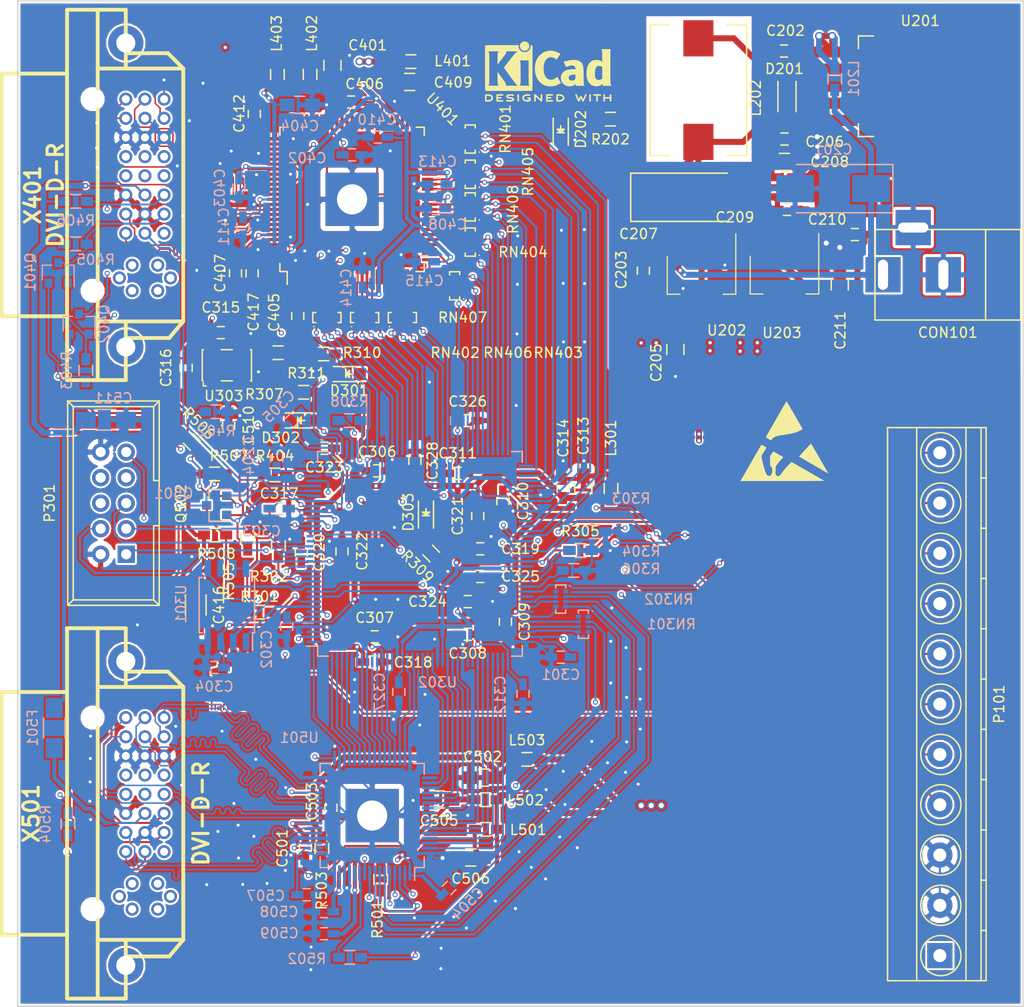
<source format=kicad_pcb>
(kicad_pcb (version 20160815) (host pcbnew "(2016-12-22 revision d365dc590)-master")

  (general
    (links 477)
    (no_connects 0)
    (area 19.924999 19.924999 120.075001 120.075001)
    (thickness 1.6)
    (drawings 6)
    (tracks 5001)
    (zones 0)
    (modules 138)
    (nets 237)
  )

  (page A4)
  (layers
    (0 F.Cu signal)
    (1 In1.Cu signal)
    (2 In2.Cu signal)
    (31 B.Cu signal)
    (32 B.Adhes user)
    (33 F.Adhes user)
    (34 B.Paste user)
    (35 F.Paste user)
    (36 B.SilkS user)
    (37 F.SilkS user)
    (38 B.Mask user)
    (39 F.Mask user)
    (40 Dwgs.User user)
    (41 Cmts.User user)
    (42 Eco1.User user)
    (43 Eco2.User user)
    (44 Edge.Cuts user)
    (45 Margin user)
    (46 B.CrtYd user)
    (47 F.CrtYd user)
    (48 B.Fab user hide)
    (49 F.Fab user hide)
  )

  (setup
    (last_trace_width 0.2)
    (user_trace_width 0.15)
    (user_trace_width 0.2)
    (user_trace_width 0.4)
    (user_trace_width 0.6)
    (user_trace_width 1.5)
    (trace_clearance 0.152)
    (zone_clearance 0.2)
    (zone_45_only no)
    (trace_min 0.15)
    (segment_width 0.2)
    (edge_width 0.15)
    (via_size 0.5)
    (via_drill 0.3)
    (via_min_size 0.5)
    (via_min_drill 0.3)
    (user_via 0.5 0.3)
    (user_via 0.8 0.5)
    (uvia_size 0.3)
    (uvia_drill 0.1)
    (uvias_allowed no)
    (uvia_min_size 0.2)
    (uvia_min_drill 0.1)
    (pcb_text_width 0.3)
    (pcb_text_size 1.5 1.5)
    (mod_edge_width 0.15)
    (mod_text_size 1 1)
    (mod_text_width 0.15)
    (pad_size 3 3)
    (pad_drill 3)
    (pad_to_mask_clearance 0.2)
    (aux_axis_origin 0 0)
    (grid_origin 20 120.025)
    (visible_elements FFFFFFFF)
    (pcbplotparams
      (layerselection 0x010f0_ffffffff)
      (usegerberextensions false)
      (excludeedgelayer true)
      (linewidth 0.100000)
      (plotframeref false)
      (viasonmask false)
      (mode 1)
      (useauxorigin false)
      (hpglpennumber 1)
      (hpglpenspeed 20)
      (hpglpendiameter 15)
      (psnegative false)
      (psa4output false)
      (plotreference true)
      (plotvalue true)
      (plotinvisibletext false)
      (padsonsilk false)
      (subtractmaskfromsilk false)
      (outputformat 1)
      (mirror false)
      (drillshape 0)
      (scaleselection 1)
      (outputdirectory gerber/))
  )

  (net 0 "")
  (net 1 /power/VIN)
  (net 2 GND)
  (net 3 "Net-(C202-Pad2)")
  (net 4 +2V5)
  (net 5 +3V3)
  (net 6 +1V2)
  (net 7 +V_IO)
  (net 8 /dvi_out/TVDD)
  (net 9 "Net-(D201-Pad1)")
  (net 10 "Net-(D202-Pad2)")
  (net 11 "Net-(F501-Pad1)")
  (net 12 +5V)
  (net 13 /GPIO0)
  (net 14 /GPIO1)
  (net 15 /GPIO2)
  (net 16 /GPIO3)
  (net 17 /GPIO4)
  (net 18 /GPIO5)
  (net 19 /GPIO6)
  (net 20 /GPIO7)
  (net 21 "Net-(P301-Pad9)")
  (net 22 "Net-(P301-Pad8)")
  (net 23 "Net-(P301-Pad7)")
  (net 24 "Net-(P301-Pad6)")
  (net 25 "Net-(P301-Pad5)")
  (net 26 "Net-(P301-Pad3)")
  (net 27 "Net-(P301-Pad1)")
  (net 28 /dvi_in/DDCDAT_IN)
  (net 29 /dvi_in/DDCCLK_IN)
  (net 30 /dvi_out/DDCDAT)
  (net 31 /dvi_out/DDCCLK)
  (net 32 "Net-(R301-Pad1)")
  (net 33 "Net-(R302-Pad1)")
  (net 34 "Net-(R303-Pad1)")
  (net 35 "Net-(R304-Pad1)")
  (net 36 "Net-(R305-Pad1)")
  (net 37 "Net-(R306-Pad1)")
  (net 38 /fpga/CLK50)
  (net 39 "Net-(R307-Pad2)")
  (net 40 /dvi_out/TXCLK+)
  (net 41 "Net-(R308-Pad1)")
  (net 42 /fpga/CLKIN)
  (net 43 /dvi_in/HOTPLUG)
  (net 44 "Net-(R501-Pad1)")
  (net 45 /dvi_out/MSEN)
  (net 46 "Net-(R503-Pad2)")
  (net 47 /dvi_out/HOTPLUG)
  (net 48 "Net-(R504-Pad1)")
  (net 49 "Net-(RN301-Pad7)")
  (net 50 "Net-(RN301-Pad6)")
  (net 51 "Net-(RN301-Pad5)")
  (net 52 "Net-(RN301-Pad8)")
  (net 53 /dvi_out/CTL1)
  (net 54 /dvi_out/DE)
  (net 55 /dvi_out/VSYNC)
  (net 56 /dvi_out/HSYNC)
  (net 57 /dvi_out/CTL2)
  (net 58 /dvi_out/CTL3)
  (net 59 "Net-(RN302-Pad8)")
  (net 60 "Net-(RN302-Pad5)")
  (net 61 "Net-(RN302-Pad6)")
  (net 62 "Net-(RN302-Pad7)")
  (net 63 /dvi_in/DE)
  (net 64 /dvi_in/VSYNC)
  (net 65 /dvi_in/HSYNC)
  (net 66 "Net-(RN401-Pad4)")
  (net 67 "Net-(RN401-Pad8)")
  (net 68 "Net-(RN401-Pad5)")
  (net 69 "Net-(RN401-Pad6)")
  (net 70 "Net-(RN401-Pad7)")
  (net 71 "Net-(RN402-Pad7)")
  (net 72 "Net-(RN402-Pad6)")
  (net 73 "Net-(RN402-Pad5)")
  (net 74 "Net-(RN402-Pad8)")
  (net 75 /dvi_in/DATI3)
  (net 76 /dvi_in/DATI2)
  (net 77 /dvi_in/DATI1)
  (net 78 /dvi_in/DATI0)
  (net 79 "Net-(RN403-Pad7)")
  (net 80 "Net-(RN403-Pad6)")
  (net 81 "Net-(RN403-Pad5)")
  (net 82 "Net-(RN403-Pad8)")
  (net 83 /dvi_in/DATI11)
  (net 84 /dvi_in/DATI10)
  (net 85 /dvi_in/DATI9)
  (net 86 /dvi_in/DATI8)
  (net 87 "Net-(RN404-Pad7)")
  (net 88 "Net-(RN404-Pad6)")
  (net 89 "Net-(RN404-Pad5)")
  (net 90 "Net-(RN404-Pad8)")
  (net 91 /dvi_in/DATI19)
  (net 92 /dvi_in/DATI18)
  (net 93 /dvi_in/DATI17)
  (net 94 /dvi_in/DATI16)
  (net 95 "Net-(RN405-Pad7)")
  (net 96 "Net-(RN405-Pad6)")
  (net 97 "Net-(RN405-Pad5)")
  (net 98 "Net-(RN405-Pad8)")
  (net 99 /dvi_in/CTL3)
  (net 100 /dvi_in/CTL2)
  (net 101 /dvi_in/CTL1)
  (net 102 /dvi_in/DATI4)
  (net 103 /dvi_in/DATI5)
  (net 104 /dvi_in/DATI6)
  (net 105 /dvi_in/DATI7)
  (net 106 "Net-(RN406-Pad8)")
  (net 107 "Net-(RN406-Pad5)")
  (net 108 "Net-(RN406-Pad6)")
  (net 109 "Net-(RN406-Pad7)")
  (net 110 /dvi_in/DATI12)
  (net 111 /dvi_in/DATI13)
  (net 112 /dvi_in/DATI14)
  (net 113 /dvi_in/DATI15)
  (net 114 "Net-(RN407-Pad8)")
  (net 115 "Net-(RN407-Pad5)")
  (net 116 "Net-(RN407-Pad6)")
  (net 117 "Net-(RN407-Pad7)")
  (net 118 /dvi_in/DATI20)
  (net 119 /dvi_in/DATI21)
  (net 120 /dvi_in/DATI22)
  (net 121 /dvi_in/DATI23)
  (net 122 "Net-(RN408-Pad8)")
  (net 123 "Net-(RN408-Pad5)")
  (net 124 "Net-(RN408-Pad6)")
  (net 125 "Net-(RN408-Pad7)")
  (net 126 /dvi_out/DATO4)
  (net 127 /dvi_out/DATO5)
  (net 128 /dvi_out/DATO6)
  (net 129 /dvi_out/DATO7)
  (net 130 /dvi_out/DATO12)
  (net 131 /dvi_out/DATO13)
  (net 132 /dvi_out/DATO14)
  (net 133 /dvi_out/DATO15)
  (net 134 /dvi_out/DATO20)
  (net 135 /dvi_out/DATO21)
  (net 136 /dvi_out/DATO22)
  (net 137 /dvi_out/DATO23)
  (net 138 /dvi_out/DATO3)
  (net 139 /dvi_out/DATO2)
  (net 140 /dvi_out/DATO1)
  (net 141 /dvi_out/DATO0)
  (net 142 /dvi_out/DATO11)
  (net 143 /dvi_out/DATO10)
  (net 144 /dvi_out/DATO9)
  (net 145 /dvi_out/DATO8)
  (net 146 /dvi_out/DATO19)
  (net 147 /dvi_out/DATO18)
  (net 148 /dvi_out/DATO17)
  (net 149 /dvi_out/DATO16)
  (net 150 /fpga/DCLK)
  (net 151 /fpga/ASDI)
  (net 152 /fpga/DATA)
  (net 153 /fpga/nCS)
  (net 154 "Net-(U302-Pad127)")
  (net 155 /dvi_in/LINK_ACT)
  (net 156 /dvi_in/PDOWN)
  (net 157 /dvi_out/EDGE)
  (net 158 /dvi_out/DKEN)
  (net 159 "Net-(U303-Pad1)")
  (net 160 "Net-(U401-Pad96)")
  (net 161 /dvi_in/RxC-)
  (net 162 /dvi_in/RxC+)
  (net 163 /dvi_in/Rx0+)
  (net 164 /dvi_in/Rx1-)
  (net 165 /dvi_in/Rx1+)
  (net 166 /dvi_in/Rx2-)
  (net 167 /dvi_in/Rx2+)
  (net 168 "Net-(U401-Pad77)")
  (net 169 "Net-(U401-Pad75)")
  (net 170 "Net-(U401-Pad74)")
  (net 171 "Net-(U401-Pad73)")
  (net 172 "Net-(U401-Pad72)")
  (net 173 "Net-(U401-Pad71)")
  (net 174 "Net-(U401-Pad70)")
  (net 175 "Net-(U401-Pad69)")
  (net 176 "Net-(U401-Pad66)")
  (net 177 "Net-(U401-Pad65)")
  (net 178 "Net-(U401-Pad64)")
  (net 179 "Net-(U401-Pad63)")
  (net 180 "Net-(U401-Pad62)")
  (net 181 "Net-(U401-Pad61)")
  (net 182 "Net-(U401-Pad60)")
  (net 183 "Net-(U401-Pad59)")
  (net 184 "Net-(U401-Pad56)")
  (net 185 "Net-(U401-Pad55)")
  (net 186 "Net-(U401-Pad54)")
  (net 187 "Net-(U401-Pad53)")
  (net 188 "Net-(U401-Pad52)")
  (net 189 "Net-(U401-Pad51)")
  (net 190 "Net-(U401-Pad50)")
  (net 191 "Net-(U401-Pad49)")
  (net 192 "Net-(U501-Pad56)")
  (net 193 "Net-(U501-Pad49)")
  (net 194 /dvi_out/TX2+)
  (net 195 /dvi_out/TX2-)
  (net 196 /dvi_out/TX1+)
  (net 197 /dvi_out/TX1-)
  (net 198 /dvi_out/TX0+)
  (net 199 /dvi_out/TX0-)
  (net 200 /dvi_out/TXC+)
  (net 201 /dvi_out/TXC-)
  (net 202 "Net-(X401-Pad8)")
  (net 203 "Net-(X401-Pad21)")
  (net 204 "Net-(X401-Pad20)")
  (net 205 "Net-(X401-Pad13)")
  (net 206 "Net-(X401-Pad12)")
  (net 207 "Net-(X401-Pad5)")
  (net 208 "Net-(X401-Pad4)")
  (net 209 "Net-(X501-Pad4)")
  (net 210 "Net-(X501-Pad5)")
  (net 211 "Net-(X501-Pad12)")
  (net 212 "Net-(X501-Pad13)")
  (net 213 "Net-(X501-Pad20)")
  (net 214 "Net-(X501-Pad21)")
  (net 215 "Net-(X501-Pad8)")
  (net 216 "Net-(D301-Pad2)")
  (net 217 "Net-(D302-Pad2)")
  (net 218 "Net-(D303-Pad2)")
  (net 219 /dvi_in/Rx0-)
  (net 220 "Net-(U302-Pad99)")
  (net 221 "Net-(U302-Pad84)")
  (net 222 "Net-(U302-Pad83)")
  (net 223 "Net-(RN302-Pad1)")
  (net 224 "Net-(D301-Pad1)")
  (net 225 "Net-(D302-Pad1)")
  (net 226 "Net-(D303-Pad1)")
  (net 227 "Net-(RN301-Pad1)")
  (net 228 /dvi_in/PVDD)
  (net 229 /dvi_in/DVDD)
  (net 230 /dvi_in/AVDD)
  (net 231 /dvi_out/DVDD)
  (net 232 /dvi_out/PVDD)
  (net 233 /dvi_out/DDCDAT_)
  (net 234 /dvi_out/DDCCLK_)
  (net 235 /dvi_in/DDCDAT_)
  (net 236 /dvi_in/DDCCLK_)

  (net_class Default "This is the default net class."
    (clearance 0.152)
    (trace_width 0.2)
    (via_dia 0.5)
    (via_drill 0.3)
    (uvia_dia 0.3)
    (uvia_drill 0.1)
    (diff_pair_gap 0.25)
    (diff_pair_width 0.2)
    (add_net +1V2)
    (add_net +2V5)
    (add_net +3V3)
    (add_net +5V)
    (add_net +V_IO)
    (add_net /GPIO0)
    (add_net /GPIO1)
    (add_net /GPIO2)
    (add_net /GPIO3)
    (add_net /GPIO4)
    (add_net /GPIO5)
    (add_net /GPIO6)
    (add_net /GPIO7)
    (add_net /dvi_in/AVDD)
    (add_net /dvi_in/CTL1)
    (add_net /dvi_in/CTL2)
    (add_net /dvi_in/CTL3)
    (add_net /dvi_in/DATI0)
    (add_net /dvi_in/DATI1)
    (add_net /dvi_in/DATI10)
    (add_net /dvi_in/DATI11)
    (add_net /dvi_in/DATI12)
    (add_net /dvi_in/DATI13)
    (add_net /dvi_in/DATI14)
    (add_net /dvi_in/DATI15)
    (add_net /dvi_in/DATI16)
    (add_net /dvi_in/DATI17)
    (add_net /dvi_in/DATI18)
    (add_net /dvi_in/DATI19)
    (add_net /dvi_in/DATI2)
    (add_net /dvi_in/DATI20)
    (add_net /dvi_in/DATI21)
    (add_net /dvi_in/DATI22)
    (add_net /dvi_in/DATI23)
    (add_net /dvi_in/DATI3)
    (add_net /dvi_in/DATI4)
    (add_net /dvi_in/DATI5)
    (add_net /dvi_in/DATI6)
    (add_net /dvi_in/DATI7)
    (add_net /dvi_in/DATI8)
    (add_net /dvi_in/DATI9)
    (add_net /dvi_in/DDCCLK_)
    (add_net /dvi_in/DDCCLK_IN)
    (add_net /dvi_in/DDCDAT_)
    (add_net /dvi_in/DDCDAT_IN)
    (add_net /dvi_in/DE)
    (add_net /dvi_in/DVDD)
    (add_net /dvi_in/HOTPLUG)
    (add_net /dvi_in/HSYNC)
    (add_net /dvi_in/LINK_ACT)
    (add_net /dvi_in/PDOWN)
    (add_net /dvi_in/PVDD)
    (add_net /dvi_in/Rx0+)
    (add_net /dvi_in/Rx0-)
    (add_net /dvi_in/Rx1+)
    (add_net /dvi_in/Rx1-)
    (add_net /dvi_in/Rx2+)
    (add_net /dvi_in/Rx2-)
    (add_net /dvi_in/RxC+)
    (add_net /dvi_in/RxC-)
    (add_net /dvi_in/VSYNC)
    (add_net /dvi_out/CTL1)
    (add_net /dvi_out/CTL2)
    (add_net /dvi_out/CTL3)
    (add_net /dvi_out/DATO0)
    (add_net /dvi_out/DATO1)
    (add_net /dvi_out/DATO10)
    (add_net /dvi_out/DATO11)
    (add_net /dvi_out/DATO12)
    (add_net /dvi_out/DATO13)
    (add_net /dvi_out/DATO14)
    (add_net /dvi_out/DATO15)
    (add_net /dvi_out/DATO16)
    (add_net /dvi_out/DATO17)
    (add_net /dvi_out/DATO18)
    (add_net /dvi_out/DATO19)
    (add_net /dvi_out/DATO2)
    (add_net /dvi_out/DATO20)
    (add_net /dvi_out/DATO21)
    (add_net /dvi_out/DATO22)
    (add_net /dvi_out/DATO23)
    (add_net /dvi_out/DATO3)
    (add_net /dvi_out/DATO4)
    (add_net /dvi_out/DATO5)
    (add_net /dvi_out/DATO6)
    (add_net /dvi_out/DATO7)
    (add_net /dvi_out/DATO8)
    (add_net /dvi_out/DATO9)
    (add_net /dvi_out/DDCCLK)
    (add_net /dvi_out/DDCCLK_)
    (add_net /dvi_out/DDCDAT)
    (add_net /dvi_out/DDCDAT_)
    (add_net /dvi_out/DE)
    (add_net /dvi_out/DKEN)
    (add_net /dvi_out/DVDD)
    (add_net /dvi_out/EDGE)
    (add_net /dvi_out/HOTPLUG)
    (add_net /dvi_out/HSYNC)
    (add_net /dvi_out/MSEN)
    (add_net /dvi_out/PVDD)
    (add_net /dvi_out/TVDD)
    (add_net /dvi_out/TX0+)
    (add_net /dvi_out/TX0-)
    (add_net /dvi_out/TX1+)
    (add_net /dvi_out/TX1-)
    (add_net /dvi_out/TX2+)
    (add_net /dvi_out/TX2-)
    (add_net /dvi_out/TXC+)
    (add_net /dvi_out/TXC-)
    (add_net /dvi_out/TXCLK+)
    (add_net /dvi_out/VSYNC)
    (add_net /fpga/ASDI)
    (add_net /fpga/CLK50)
    (add_net /fpga/CLKIN)
    (add_net /fpga/DATA)
    (add_net /fpga/DCLK)
    (add_net /fpga/nCS)
    (add_net /power/VIN)
    (add_net GND)
    (add_net "Net-(C202-Pad2)")
    (add_net "Net-(D201-Pad1)")
    (add_net "Net-(D202-Pad2)")
    (add_net "Net-(D301-Pad1)")
    (add_net "Net-(D301-Pad2)")
    (add_net "Net-(D302-Pad1)")
    (add_net "Net-(D302-Pad2)")
    (add_net "Net-(D303-Pad1)")
    (add_net "Net-(D303-Pad2)")
    (add_net "Net-(F501-Pad1)")
    (add_net "Net-(P301-Pad1)")
    (add_net "Net-(P301-Pad3)")
    (add_net "Net-(P301-Pad5)")
    (add_net "Net-(P301-Pad6)")
    (add_net "Net-(P301-Pad7)")
    (add_net "Net-(P301-Pad8)")
    (add_net "Net-(P301-Pad9)")
    (add_net "Net-(R301-Pad1)")
    (add_net "Net-(R302-Pad1)")
    (add_net "Net-(R303-Pad1)")
    (add_net "Net-(R304-Pad1)")
    (add_net "Net-(R305-Pad1)")
    (add_net "Net-(R306-Pad1)")
    (add_net "Net-(R307-Pad2)")
    (add_net "Net-(R308-Pad1)")
    (add_net "Net-(R501-Pad1)")
    (add_net "Net-(R503-Pad2)")
    (add_net "Net-(R504-Pad1)")
    (add_net "Net-(RN301-Pad1)")
    (add_net "Net-(RN301-Pad5)")
    (add_net "Net-(RN301-Pad6)")
    (add_net "Net-(RN301-Pad7)")
    (add_net "Net-(RN301-Pad8)")
    (add_net "Net-(RN302-Pad1)")
    (add_net "Net-(RN302-Pad5)")
    (add_net "Net-(RN302-Pad6)")
    (add_net "Net-(RN302-Pad7)")
    (add_net "Net-(RN302-Pad8)")
    (add_net "Net-(RN401-Pad4)")
    (add_net "Net-(RN401-Pad5)")
    (add_net "Net-(RN401-Pad6)")
    (add_net "Net-(RN401-Pad7)")
    (add_net "Net-(RN401-Pad8)")
    (add_net "Net-(RN402-Pad5)")
    (add_net "Net-(RN402-Pad6)")
    (add_net "Net-(RN402-Pad7)")
    (add_net "Net-(RN402-Pad8)")
    (add_net "Net-(RN403-Pad5)")
    (add_net "Net-(RN403-Pad6)")
    (add_net "Net-(RN403-Pad7)")
    (add_net "Net-(RN403-Pad8)")
    (add_net "Net-(RN404-Pad5)")
    (add_net "Net-(RN404-Pad6)")
    (add_net "Net-(RN404-Pad7)")
    (add_net "Net-(RN404-Pad8)")
    (add_net "Net-(RN405-Pad5)")
    (add_net "Net-(RN405-Pad6)")
    (add_net "Net-(RN405-Pad7)")
    (add_net "Net-(RN405-Pad8)")
    (add_net "Net-(RN406-Pad5)")
    (add_net "Net-(RN406-Pad6)")
    (add_net "Net-(RN406-Pad7)")
    (add_net "Net-(RN406-Pad8)")
    (add_net "Net-(RN407-Pad5)")
    (add_net "Net-(RN407-Pad6)")
    (add_net "Net-(RN407-Pad7)")
    (add_net "Net-(RN407-Pad8)")
    (add_net "Net-(RN408-Pad5)")
    (add_net "Net-(RN408-Pad6)")
    (add_net "Net-(RN408-Pad7)")
    (add_net "Net-(RN408-Pad8)")
    (add_net "Net-(U302-Pad127)")
    (add_net "Net-(U302-Pad83)")
    (add_net "Net-(U302-Pad84)")
    (add_net "Net-(U302-Pad99)")
    (add_net "Net-(U303-Pad1)")
    (add_net "Net-(U401-Pad49)")
    (add_net "Net-(U401-Pad50)")
    (add_net "Net-(U401-Pad51)")
    (add_net "Net-(U401-Pad52)")
    (add_net "Net-(U401-Pad53)")
    (add_net "Net-(U401-Pad54)")
    (add_net "Net-(U401-Pad55)")
    (add_net "Net-(U401-Pad56)")
    (add_net "Net-(U401-Pad59)")
    (add_net "Net-(U401-Pad60)")
    (add_net "Net-(U401-Pad61)")
    (add_net "Net-(U401-Pad62)")
    (add_net "Net-(U401-Pad63)")
    (add_net "Net-(U401-Pad64)")
    (add_net "Net-(U401-Pad65)")
    (add_net "Net-(U401-Pad66)")
    (add_net "Net-(U401-Pad69)")
    (add_net "Net-(U401-Pad70)")
    (add_net "Net-(U401-Pad71)")
    (add_net "Net-(U401-Pad72)")
    (add_net "Net-(U401-Pad73)")
    (add_net "Net-(U401-Pad74)")
    (add_net "Net-(U401-Pad75)")
    (add_net "Net-(U401-Pad77)")
    (add_net "Net-(U401-Pad96)")
    (add_net "Net-(U501-Pad49)")
    (add_net "Net-(U501-Pad56)")
    (add_net "Net-(X401-Pad12)")
    (add_net "Net-(X401-Pad13)")
    (add_net "Net-(X401-Pad20)")
    (add_net "Net-(X401-Pad21)")
    (add_net "Net-(X401-Pad4)")
    (add_net "Net-(X401-Pad5)")
    (add_net "Net-(X401-Pad8)")
    (add_net "Net-(X501-Pad12)")
    (add_net "Net-(X501-Pad13)")
    (add_net "Net-(X501-Pad20)")
    (add_net "Net-(X501-Pad21)")
    (add_net "Net-(X501-Pad4)")
    (add_net "Net-(X501-Pad5)")
    (add_net "Net-(X501-Pad8)")
  )

  (module smd:LPISM-13x9.55 (layer F.Cu) (tedit 5874DABA) (tstamp 5872988D)
    (at 87.69 28.885 180)
    (path /5839A46D/5839C78F)
    (fp_text reference L202 (at -5.7 -0.8 270) (layer F.SilkS)
      (effects (font (size 1 1) (thickness 0.15)))
    )
    (fp_text value 33u (at 5.9 0 270) (layer F.Fab)
      (effects (font (size 1 1) (thickness 0.15)))
    )
    (fp_line (start -4.8 -6.5) (end -2.9 -6.5) (layer F.SilkS) (width 0.15))
    (fp_line (start -4.8 6.5) (end -4.8 -6.5) (layer F.SilkS) (width 0.15))
    (fp_line (start -2.9 6.5) (end -4.8 6.5) (layer F.SilkS) (width 0.15))
    (fp_line (start 4.8 -6.5) (end 2.9 -6.5) (layer F.SilkS) (width 0.15))
    (fp_line (start 4.8 6.5) (end 4.8 -6.5) (layer F.SilkS) (width 0.15))
    (fp_line (start 2.9 6.5) (end 4.8 6.5) (layer F.SilkS) (width 0.15))
    (pad 2 smd rect (at 0 -5.15 180) (size 3 3.6) (layers F.Cu F.Paste F.Mask)
      (net 5 +3V3))
    (pad 1 smd rect (at 0 5.15 180) (size 3 3.6) (layers F.Cu F.Paste F.Mask)
      (net 9 "Net-(D201-Pad1)"))
    (model ${KISYS3DMOD}/smd.shapes3d/LPISM-13x9.55.x3d
      (at (xyz 0 0 0))
      (scale (xyz 1 1 1))
      (rotate (xyz 0 0 0))
    )
  )

  (module Capacitors_Tantalum_SMD:Tantalum_Case-D_EIA-7343-31_Hand (layer F.Cu) (tedit 57B6E980) (tstamp 586EAA66)
    (at 86.91 39.545)
    (descr "Tantalum capacitor, Case D, EIA 7343-31, 7.3x4.3x2.8mm, Hand soldering footprint")
    (tags "capacitor tantalum smd")
    (path /5839A46D/5839CB5E)
    (attr smd)
    (fp_text reference C207 (at -5.18 3.64) (layer F.SilkS)
      (effects (font (size 1 1) (thickness 0.15)))
    )
    (fp_text value 100u (at 0 3.9) (layer F.Fab)
      (effects (font (size 1 1) (thickness 0.15)))
    )
    (fp_line (start -6.05 -2.5) (end -6.05 2.5) (layer F.CrtYd) (width 0.05))
    (fp_line (start -6.05 2.5) (end 6.05 2.5) (layer F.CrtYd) (width 0.05))
    (fp_line (start 6.05 2.5) (end 6.05 -2.5) (layer F.CrtYd) (width 0.05))
    (fp_line (start 6.05 -2.5) (end -6.05 -2.5) (layer F.CrtYd) (width 0.05))
    (fp_line (start -3.65 -2.15) (end -3.65 2.15) (layer F.Fab) (width 0.15))
    (fp_line (start -3.65 2.15) (end 3.65 2.15) (layer F.Fab) (width 0.15))
    (fp_line (start 3.65 2.15) (end 3.65 -2.15) (layer F.Fab) (width 0.15))
    (fp_line (start 3.65 -2.15) (end -3.65 -2.15) (layer F.Fab) (width 0.15))
    (fp_line (start -2.92 -2.15) (end -2.92 2.15) (layer F.Fab) (width 0.15))
    (fp_line (start -2.555 -2.15) (end -2.555 2.15) (layer F.Fab) (width 0.15))
    (fp_line (start -5.95 -2.4) (end 3.65 -2.4) (layer F.SilkS) (width 0.15))
    (fp_line (start -5.95 2.4) (end 3.65 2.4) (layer F.SilkS) (width 0.15))
    (fp_line (start -5.95 -2.4) (end -5.95 2.4) (layer F.SilkS) (width 0.15))
    (pad 1 smd rect (at -3.775 0) (size 3.75 2.7) (layers F.Cu F.Paste F.Mask)
      (net 5 +3V3))
    (pad 2 smd rect (at 3.775 0) (size 3.75 2.7) (layers F.Cu F.Paste F.Mask)
      (net 2 GND))
    (model Capacitors_Tantalum_SMD.3dshapes/Tantalum_Case-D_EIA-7343-31.wrl
      (at (xyz 0 0 0))
      (scale (xyz 1 1 1))
      (rotate (xyz 0 0 0))
    )
  )

  (module artwork:shimatta_std (layer F.Cu) (tedit 0) (tstamp 58695997)
    (at 89.5 112.525)
    (fp_text reference G*** (at 0 0) (layer F.SilkS) hide
      (effects (font (thickness 0.3)))
    )
    (fp_text value LOGO (at 0.75 0) (layer F.SilkS) hide
      (effects (font (thickness 0.3)))
    )
    (fp_poly (pts (xy 10.868794 -0.34663) (xy 10.940082 -0.344725) (xy 11.001581 -0.340759) (xy 11.054456 -0.334558)
      (xy 11.099874 -0.325943) (xy 11.138999 -0.314739) (xy 11.172997 -0.300768) (xy 11.203034 -0.283854)
      (xy 11.230276 -0.263821) (xy 11.255887 -0.240491) (xy 11.256462 -0.239919) (xy 11.289334 -0.201111)
      (xy 11.312259 -0.15891) (xy 11.326574 -0.110035) (xy 11.333618 -0.05121) (xy 11.333643 -0.0508)
      (xy 11.332569 0.023291) (xy 11.320361 0.089289) (xy 11.297275 0.146655) (xy 11.263566 0.19485)
      (xy 11.219491 0.233333) (xy 11.190884 0.250184) (xy 11.170271 0.260221) (xy 11.150623 0.268525)
      (xy 11.130272 0.275304) (xy 11.107549 0.280766) (xy 11.080783 0.285117) (xy 11.048306 0.288565)
      (xy 11.008448 0.291317) (xy 10.959541 0.29358) (xy 10.899914 0.295563) (xy 10.827899 0.297472)
      (xy 10.805885 0.298007) (xy 10.501253 0.308642) (xy 10.207708 0.325718) (xy 9.923258 0.349393)
      (xy 9.645907 0.379823) (xy 9.470624 0.402998) (xy 9.411807 0.410902) (xy 9.364278 0.416192)
      (xy 9.325062 0.418954) (xy 9.291185 0.41927) (xy 9.259672 0.417223) (xy 9.227549 0.412897)
      (xy 9.212169 0.410241) (xy 9.144467 0.392017) (xy 9.087321 0.363849) (xy 9.040745 0.325747)
      (xy 9.004755 0.277724) (xy 8.992925 0.254871) (xy 8.980849 0.218141) (xy 8.973005 0.172373)
      (xy 8.969757 0.122517) (xy 8.971468 0.073524) (xy 8.976926 0.037019) (xy 8.997827 -0.025291)
      (xy 9.0312 -0.080963) (xy 9.075937 -0.128488) (xy 9.122686 -0.16171) (xy 9.147207 -0.17458)
      (xy 9.175393 -0.186432) (xy 9.208483 -0.197521) (xy 9.247713 -0.208107) (xy 9.294321 -0.218445)
      (xy 9.349544 -0.228794) (xy 9.414619 -0.23941) (xy 9.490782 -0.250551) (xy 9.579273 -0.262474)
      (xy 9.652 -0.271774) (xy 9.800914 -0.289224) (xy 9.950405 -0.304133) (xy 10.103324 -0.316716)
      (xy 10.262527 -0.327186) (xy 10.430867 -0.335758) (xy 10.584543 -0.341755) (xy 10.69219 -0.344969)
      (xy 10.786552 -0.346653) (xy 10.868794 -0.34663)) (layer F.Mask) (width 0.01))
    (fp_poly (pts (xy 3.280686 -0.880939) (xy 3.34556 -0.879771) (xy 3.402872 -0.877617) (xy 3.449973 -0.87446)
      (xy 3.472543 -0.872037) (xy 3.61367 -0.849571) (xy 3.744701 -0.82007) (xy 3.868701 -0.782621)
      (xy 3.988736 -0.73631) (xy 4.096467 -0.686017) (xy 4.193868 -0.632986) (xy 4.288297 -0.574006)
      (xy 4.3772 -0.510941) (xy 4.458022 -0.445653) (xy 4.528209 -0.380007) (xy 4.555365 -0.351156)
      (xy 4.639992 -0.246318) (xy 4.713364 -0.13273) (xy 4.774921 -0.011455) (xy 4.824102 0.116443)
      (xy 4.850885 0.209423) (xy 4.879181 0.347701) (xy 4.896607 0.490707) (xy 4.903125 0.635529)
      (xy 4.898699 0.779253) (xy 4.88329 0.918966) (xy 4.861451 1.032728) (xy 4.824346 1.160933)
      (xy 4.77372 1.287533) (xy 4.710565 1.41087) (xy 4.635874 1.529285) (xy 4.550639 1.641117)
      (xy 4.455854 1.744709) (xy 4.40832 1.79005) (xy 4.299338 1.882172) (xy 4.177612 1.971762)
      (xy 4.04482 2.057926) (xy 3.902638 2.139772) (xy 3.752745 2.216408) (xy 3.596818 2.286942)
      (xy 3.436534 2.350482) (xy 3.27357 2.406135) (xy 3.218543 2.422898) (xy 3.139899 2.444368)
      (xy 3.049468 2.466013) (xy 2.949959 2.487315) (xy 2.844082 2.507761) (xy 2.734547 2.526832)
      (xy 2.624065 2.544015) (xy 2.515345 2.558792) (xy 2.485571 2.56243) (xy 2.428012 2.568359)
      (xy 2.365313 2.573218) (xy 2.299907 2.576957) (xy 2.234229 2.579525) (xy 2.17071 2.580872)
      (xy 2.111786 2.580947) (xy 2.05989 2.579698) (xy 2.017454 2.577077) (xy 1.986913 2.573032)
      (xy 1.985844 2.572813) (xy 1.91558 2.552339) (xy 1.8565 2.522842) (xy 1.808841 2.484627)
      (xy 1.772841 2.437998) (xy 1.748736 2.38326) (xy 1.736764 2.320717) (xy 1.736929 2.253327)
      (xy 1.748307 2.186275) (xy 1.77048 2.128668) (xy 1.803758 2.079916) (xy 1.848452 2.039427)
      (xy 1.849677 2.038544) (xy 1.877767 2.020506) (xy 1.908228 2.005555) (xy 1.943115 1.993169)
      (xy 1.984481 1.982826) (xy 2.034379 1.974007) (xy 2.094863 1.966188) (xy 2.161084 1.959481)
      (xy 2.311846 1.944454) (xy 2.450169 1.928139) (xy 2.578102 1.910074) (xy 2.697697 1.889796)
      (xy 2.811005 1.866842) (xy 2.920076 1.84075) (xy 3.026962 1.811058) (xy 3.133714 1.777303)
      (xy 3.242382 1.739022) (xy 3.355017 1.695754) (xy 3.386254 1.683205) (xy 3.439042 1.660814)
      (xy 3.498085 1.634078) (xy 3.560068 1.604637) (xy 3.621674 1.574131) (xy 3.679588 1.5442)
      (xy 3.730494 1.516484) (xy 3.76929 1.493734) (xy 3.863531 1.428613) (xy 3.952139 1.353949)
      (xy 4.033116 1.271853) (xy 4.104465 1.184435) (xy 4.16419 1.093803) (xy 4.186568 1.052873)
      (xy 4.225348 0.967344) (xy 4.253373 0.882119) (xy 4.271449 0.793702) (xy 4.280379 0.698597)
      (xy 4.281685 0.639641) (xy 4.277001 0.527464) (xy 4.262763 0.425302) (xy 4.238591 0.331924)
      (xy 4.204105 0.2461) (xy 4.158926 0.166599) (xy 4.119 0.11188) (xy 4.060291 0.048463)
      (xy 3.988142 -0.012032) (xy 3.902275 -0.06981) (xy 3.802411 -0.125073) (xy 3.778387 -0.136985)
      (xy 3.681686 -0.179417) (xy 3.583439 -0.212975) (xy 3.48168 -0.237992) (xy 3.374444 -0.254803)
      (xy 3.259766 -0.263742) (xy 3.13568 -0.265143) (xy 3.043531 -0.261888) (xy 2.888029 -0.251649)
      (xy 2.734088 -0.236994) (xy 2.580213 -0.217612) (xy 2.424912 -0.193189) (xy 2.26669 -0.163413)
      (xy 2.104054 -0.127969) (xy 1.93551 -0.086547) (xy 1.759564 -0.038832) (xy 1.574722 0.015488)
      (xy 1.379491 0.076726) (xy 1.29428 0.104504) (xy 1.212487 0.131377) (xy 1.14306 0.153997)
      (xy 1.08461 0.172751) (xy 1.035751 0.188021) (xy 0.995094 0.200194) (xy 0.961252 0.209655)
      (xy 0.932836 0.216787) (xy 0.908459 0.221977) (xy 0.886733 0.225608) (xy 0.86627 0.228067)
      (xy 0.845683 0.229737) (xy 0.841828 0.229985) (xy 0.770694 0.22918) (xy 0.705988 0.217912)
      (xy 0.648912 0.196762) (xy 0.60067 0.166307) (xy 0.562463 0.127129) (xy 0.536857 0.083059)
      (xy 0.516575 0.01964) (xy 0.509485 -0.04353) (xy 0.515258 -0.10471) (xy 0.533566 -0.162158)
      (xy 0.564078 -0.214131) (xy 0.6005 -0.25372) (xy 0.627556 -0.275729) (xy 0.658526 -0.29656)
      (xy 0.694993 -0.316941) (xy 0.738543 -0.337601) (xy 0.790758 -0.359268) (xy 0.853223 -0.382671)
      (xy 0.927522 -0.40854) (xy 0.962785 -0.420363) (xy 1.235996 -0.508259) (xy 1.498548 -0.586824)
      (xy 1.750821 -0.656148) (xy 1.993199 -0.71632) (xy 2.226063 -0.767428) (xy 2.449796 -0.809563)
      (xy 2.664779 -0.842814) (xy 2.871395 -0.86727) (xy 2.881085 -0.868221) (xy 2.935666 -0.872605)
      (xy 2.998589 -0.876105) (xy 3.067203 -0.878706) (xy 3.138857 -0.88039) (xy 3.210902 -0.88114)
      (xy 3.280686 -0.880939)) (layer F.Mask) (width 0.01))
    (fp_poly (pts (xy 9.003608 1.085203) (xy 9.056887 1.097351) (xy 9.102289 1.118483) (xy 9.136442 1.144109)
      (xy 9.162501 1.170161) (xy 9.183639 1.197962) (xy 9.200436 1.229422) (xy 9.213471 1.266452)
      (xy 9.223323 1.310961) (xy 9.230572 1.364858) (xy 9.235796 1.430055) (xy 9.238428 1.480457)
      (xy 9.242463 1.556719) (xy 9.247451 1.620598) (xy 9.253768 1.674212) (xy 9.261789 1.719683)
      (xy 9.27189 1.759128) (xy 9.284448 1.794667) (xy 9.299837 1.828421) (xy 9.300281 1.8293)
      (xy 9.32368 1.861058) (xy 9.36009 1.889396) (xy 9.409773 1.914428) (xy 9.472988 1.936271)
      (xy 9.549997 1.955039) (xy 9.608457 1.96579) (xy 9.659854 1.973801) (xy 9.709141 1.980441)
      (xy 9.758607 1.98587) (xy 9.810543 1.990245) (xy 9.86724 1.993727) (xy 9.930987 1.996474)
      (xy 10.004074 1.998645) (xy 10.088793 2.000399) (xy 10.112828 2.000803) (xy 10.344931 2.000686)
      (xy 10.574631 1.992926) (xy 10.799511 1.977698) (xy 11.017155 1.955179) (xy 11.225147 1.925543)
      (xy 11.283945 1.915532) (xy 11.323332 1.909019) (xy 11.353394 1.905485) (xy 11.37896 1.904703)
      (xy 11.404859 1.906445) (xy 11.424674 1.908893) (xy 11.494816 1.923371) (xy 11.553352 1.946196)
      (xy 11.600789 1.977718) (xy 11.637635 2.018289) (xy 11.664396 2.068258) (xy 11.667708 2.076961)
      (xy 11.674691 2.105256) (xy 11.679662 2.14325) (xy 11.682423 2.186242) (xy 11.682775 2.229529)
      (xy 11.680518 2.26841) (xy 11.676827 2.29262) (xy 11.655383 2.357769) (xy 11.621693 2.415438)
      (xy 11.576172 2.465251) (xy 11.51923 2.506833) (xy 11.451281 2.539807) (xy 11.381702 2.561655)
      (xy 11.342402 2.569881) (xy 11.29029 2.578484) (xy 11.227059 2.587284) (xy 11.154403 2.596097)
      (xy 11.074012 2.604743) (xy 10.987579 2.61304) (xy 10.896797 2.620806) (xy 10.803359 2.62786)
      (xy 10.708955 2.634021) (xy 10.705281 2.63424) (xy 10.652261 2.63689) (xy 10.589033 2.639219)
      (xy 10.517978 2.641203) (xy 10.441476 2.642822) (xy 10.36191 2.644053) (xy 10.281658 2.644874)
      (xy 10.203102 2.645263) (xy 10.128622 2.645198) (xy 10.0606 2.644658) (xy 10.001415 2.643619)
      (xy 9.953449 2.64206) (xy 9.938657 2.641327) (xy 9.768481 2.628296) (xy 9.611394 2.609042)
      (xy 9.467369 2.583557) (xy 9.336381 2.551835) (xy 9.218402 2.51387) (xy 9.113406 2.469654)
      (xy 9.021367 2.419181) (xy 8.998233 2.404142) (xy 8.936306 2.355572) (xy 8.876387 2.295797)
      (xy 8.821128 2.228111) (xy 8.77318 2.155807) (xy 8.735198 2.08218) (xy 8.730868 2.072055)
      (xy 8.707215 2.00826) (xy 8.685371 1.936098) (xy 8.66712 1.861716) (xy 8.660844 1.8307)
      (xy 8.655793 1.795362) (xy 8.651582 1.749235) (xy 8.648253 1.695121) (xy 8.645849 1.635825)
      (xy 8.644412 1.574151) (xy 8.643985 1.512901) (xy 8.64461 1.45488) (xy 8.646328 1.402892)
      (xy 8.649184 1.359739) (xy 8.653218 1.328227) (xy 8.65325 1.328057) (xy 8.671645 1.258488)
      (xy 8.698511 1.200675) (xy 8.734046 1.154447) (xy 8.778447 1.119634) (xy 8.831912 1.096067)
      (xy 8.894638 1.083576) (xy 8.940188 1.081315) (xy 9.003608 1.085203)) (layer F.Mask) (width 0.01))
    (fp_poly (pts (xy -11.3068 -2.522042) (xy -11.243523 -2.508415) (xy -11.18998 -2.484867) (xy -11.145174 -2.450712)
      (xy -11.108109 -2.405266) (xy -11.077788 -2.347845) (xy -11.062557 -2.307771) (xy -11.061106 -2.303062)
      (xy -11.05976 -2.297493) (xy -11.058513 -2.290514) (xy -11.057361 -2.281571) (xy -11.056298 -2.270114)
      (xy -11.055319 -2.255589) (xy -11.054417 -2.237446) (xy -11.053589 -2.215132) (xy -11.052827 -2.188096)
      (xy -11.052128 -2.155784) (xy -11.051485 -2.117645) (xy -11.050893 -2.073128) (xy -11.050346 -2.02168)
      (xy -11.04984 -1.962749) (xy -11.049369 -1.895784) (xy -11.048927 -1.820232) (xy -11.048509 -1.735541)
      (xy -11.04811 -1.64116) (xy -11.047724 -1.536535) (xy -11.047346 -1.421117) (xy -11.04697 -1.294351)
      (xy -11.046591 -1.155687) (xy -11.046203 -1.004573) (xy -11.045802 -0.840455) (xy -11.045381 -0.662784)
      (xy -11.045055 -0.522514) (xy -11.044621 -0.331929) (xy -11.044228 -0.155283) (xy -11.043859 0.008)
      (xy -11.043503 0.158496) (xy -11.043145 0.296779) (xy -11.042771 0.423427) (xy -11.042368 0.539013)
      (xy -11.041921 0.644114) (xy -11.041417 0.739305) (xy -11.040843 0.825162) (xy -11.040184 0.90226)
      (xy -11.039426 0.971175) (xy -11.038556 1.032482) (xy -11.037561 1.086757) (xy -11.036425 1.134576)
      (xy -11.035136 1.176514) (xy -11.033679 1.213146) (xy -11.032041 1.245049) (xy -11.030209 1.272797)
      (xy -11.028167 1.296966) (xy -11.025903 1.318133) (xy -11.023403 1.336871) (xy -11.020653 1.353757)
      (xy -11.017638 1.369367) (xy -11.014346 1.384276) (xy -11.010763 1.399059) (xy -11.006874 1.414293)
      (xy -11.002666 1.430552) (xy -10.998125 1.448412) (xy -10.997798 1.449724) (xy -10.964594 1.558686)
      (xy -10.922022 1.656604) (xy -10.87005 1.743504) (xy -10.808644 1.819409) (xy -10.737771 1.884342)
      (xy -10.6574 1.938328) (xy -10.567497 1.98139) (xy -10.468029 2.013553) (xy -10.358964 2.03484)
      (xy -10.24027 2.045275) (xy -10.18084 2.046437) (xy -10.02365 2.040231) (xy -9.8725 2.021965)
      (xy -9.72797 1.991807) (xy -9.590642 1.949924) (xy -9.461096 1.896487) (xy -9.339913 1.831662)
      (xy -9.260323 1.779565) (xy -9.187902 1.722827) (xy -9.111738 1.652849) (xy -9.032329 1.570273)
      (xy -8.950172 1.475739) (xy -8.865765 1.369888) (xy -8.779606 1.253362) (xy -8.692193 1.126801)
      (xy -8.604024 0.990846) (xy -8.515598 0.846139) (xy -8.456603 0.744866) (xy -8.420295 0.681984)
      (xy -8.389599 0.630434) (xy -8.363414 0.588677) (xy -8.340642 0.555175) (xy -8.320185 0.52839)
      (xy -8.300944 0.506783) (xy -8.28182 0.488815) (xy -8.263208 0.474045) (xy -8.214168 0.444068)
      (xy -8.164588 0.42726) (xy -8.110878 0.422597) (xy -8.087241 0.423921) (xy -8.016328 0.43535)
      (xy -7.956351 0.456006) (xy -7.906749 0.48626) (xy -7.866959 0.526481) (xy -7.836418 0.57704)
      (xy -7.82912 0.593917) (xy -7.822484 0.612165) (xy -7.817901 0.630107) (xy -7.815007 0.650993)
      (xy -7.813441 0.678075) (xy -7.812837 0.714605) (xy -7.812785 0.740229) (xy -7.813068 0.783475)
      (xy -7.814142 0.815935) (xy -7.816453 0.841334) (xy -7.820449 0.863396) (xy -7.826575 0.885845)
      (xy -7.832408 0.903897) (xy -7.851583 0.954021) (xy -7.878322 1.012108) (xy -7.912937 1.078718)
      (xy -7.95574 1.154407) (xy -8.007042 1.239733) (xy -8.067153 1.335253) (xy -8.111874 1.404257)
      (xy -8.184605 1.512428) (xy -8.259972 1.618994) (xy -8.336751 1.722437) (xy -8.413714 1.821243)
      (xy -8.489636 1.913893) (xy -8.563289 1.998871) (xy -8.633448 2.07466) (xy -8.698886 2.139743)
      (xy -8.728507 2.166955) (xy -8.860206 2.275387) (xy -8.997401 2.370806) (xy -9.140585 2.453429)
      (xy -9.290251 2.523473) (xy -9.446893 2.581154) (xy -9.611006 2.626689) (xy -9.783083 2.660295)
      (xy -9.884229 2.674116) (xy -9.919679 2.67748) (xy -9.965044 2.680623) (xy -10.01747 2.683457)
      (xy -10.074102 2.685893) (xy -10.132084 2.687841) (xy -10.188562 2.689214) (xy -10.240682 2.689922)
      (xy -10.285588 2.689876) (xy -10.320426 2.688988) (xy -10.334172 2.688116) (xy -10.416848 2.680487)
      (xy -10.487731 2.672889) (xy -10.549531 2.664887) (xy -10.604963 2.656048) (xy -10.656738 2.645936)
      (xy -10.70757 2.634117) (xy -10.76017 2.620157) (xy -10.762343 2.61955) (xy -10.895114 2.575667)
      (xy -11.018016 2.521153) (xy -11.131009 2.456059) (xy -11.234049 2.380436) (xy -11.327095 2.294335)
      (xy -11.410105 2.197808) (xy -11.483037 2.090905) (xy -11.545849 1.973679) (xy -11.598497 1.84618)
      (xy -11.640942 1.708459) (xy -11.673139 1.560568) (xy -11.683136 1.4986) (xy -11.686392 1.47592)
      (xy -11.68941 1.453712) (xy -11.692198 1.431387) (xy -11.694765 1.408356) (xy -11.697119 1.384029)
      (xy -11.699267 1.357817) (xy -11.701218 1.32913) (xy -11.702981 1.29738) (xy -11.704563 1.261978)
      (xy -11.705972 1.222333) (xy -11.707217 1.177857) (xy -11.708306 1.12796) (xy -11.709247 1.072053)
      (xy -11.710049 1.009548) (xy -11.710719 0.939853) (xy -11.711265 0.862381) (xy -11.711696 0.776542)
      (xy -11.71202 0.681747) (xy -11.712245 0.577406) (xy -11.71238 0.46293) (xy -11.712432 0.337731)
      (xy -11.712409 0.201217) (xy -11.71232 0.052801) (xy -11.712174 -0.108106) (xy -11.711977 -0.282095)
      (xy -11.711739 -0.469755) (xy -11.711625 -0.555171) (xy -11.711372 -0.740789) (xy -11.711126 -0.912453)
      (xy -11.710882 -1.070721) (xy -11.710637 -1.216155) (xy -11.710384 -1.349313) (xy -11.71012 -1.470756)
      (xy -11.709839 -1.581042) (xy -11.709536 -1.680732) (xy -11.709207 -1.770386) (xy -11.708846 -1.850563)
      (xy -11.708449 -1.921822) (xy -11.708011 -1.984725) (xy -11.707527 -2.039829) (xy -11.706992 -2.087696)
      (xy -11.706401 -2.128884) (xy -11.70575 -2.163954) (xy -11.705033 -2.193465) (xy -11.704245 -2.217977)
      (xy -11.703382 -2.238049) (xy -11.70244 -2.254242) (xy -11.701412 -2.267115) (xy -11.700294 -2.277228)
      (xy -11.699081 -2.28514) (xy -11.697768 -2.291411) (xy -11.696452 -2.296269) (xy -11.671006 -2.363617)
      (xy -11.638473 -2.4186) (xy -11.598168 -2.461718) (xy -11.549406 -2.493472) (xy -11.491502 -2.514359)
      (xy -11.42377 -2.524881) (xy -11.380808 -2.526432) (xy -11.3068 -2.522042)) (layer F.Mask) (width 0.01))
    (fp_poly (pts (xy -3.559915 -2.67363) (xy -3.527662 -2.672116) (xy -3.502924 -2.669038) (xy -3.482216 -2.664033)
      (xy -3.470809 -2.660152) (xy -3.415622 -2.632162) (xy -3.368679 -2.592564) (xy -3.330749 -2.542186)
      (xy -3.302598 -2.481862) (xy -3.300523 -2.475831) (xy -3.296805 -2.464283) (xy -3.293693 -2.452885)
      (xy -3.291121 -2.440254) (xy -3.289024 -2.425013) (xy -3.287338 -2.405779) (xy -3.285999 -2.381174)
      (xy -3.284941 -2.349817) (xy -3.2841 -2.310328) (xy -3.283411 -2.261328) (xy -3.28281 -2.201435)
      (xy -3.282231 -2.129271) (xy -3.281853 -2.077347) (xy -3.279345 -1.727181) (xy -3.230801 -1.730904)
      (xy -3.206695 -1.732626) (xy -3.171856 -1.73495) (xy -3.130042 -1.737632) (xy -3.08501 -1.740429)
      (xy -3.058886 -1.74201) (xy -2.881272 -1.753814) (xy -2.698095 -1.768205) (xy -2.51397 -1.784758)
      (xy -2.333515 -1.803049) (xy -2.161343 -1.822655) (xy -2.104572 -1.829664) (xy -2.021747 -1.839307)
      (xy -1.951374 -1.845543) (xy -1.891768 -1.848244) (xy -1.841242 -1.847281) (xy -1.798109 -1.842527)
      (xy -1.760683 -1.833853) (xy -1.727278 -1.821131) (xy -1.696207 -1.804233) (xy -1.686432 -1.797889)
      (xy -1.641947 -1.759253) (xy -1.606472 -1.709427) (xy -1.588388 -1.671191) (xy -1.581081 -1.650724)
      (xy -1.576239 -1.630607) (xy -1.573383 -1.607046) (xy -1.57204 -1.576247) (xy -1.571728 -1.538514)
      (xy -1.57211 -1.497732) (xy -1.573571 -1.467667) (xy -1.576585 -1.444532) (xy -1.581625 -1.424542)
      (xy -1.588291 -1.406095) (xy -1.615883 -1.355694) (xy -1.655557 -1.310913) (xy -1.705527 -1.273093)
      (xy -1.764007 -1.243573) (xy -1.82921 -1.223693) (xy -1.832429 -1.223015) (xy -1.864504 -1.217398)
      (xy -1.909498 -1.211019) (xy -1.965841 -1.204024) (xy -2.031966 -1.196563) (xy -2.106305 -1.188782)
      (xy -2.18729 -1.18083) (xy -2.273354 -1.172855) (xy -2.362928 -1.165006) (xy -2.454444 -1.157429)
      (xy -2.546334 -1.150273) (xy -2.637031 -1.143686) (xy -2.724967 -1.137817) (xy -2.754086 -1.136003)
      (xy -2.805671 -1.132938) (xy -2.862498 -1.129709) (xy -2.922492 -1.126419) (xy -2.983576 -1.123173)
      (xy -3.043674 -1.120076) (xy -3.100712 -1.117232) (xy -3.152612 -1.114745) (xy -3.197299 -1.11272)
      (xy -3.232697 -1.111261) (xy -3.256731 -1.110473) (xy -3.2639 -1.110363) (xy -3.280229 -1.110343)
      (xy -3.280229 -0.769257) (xy -3.280175 -0.688687) (xy -3.27999 -0.621489) (xy -3.279639 -0.56652)
      (xy -3.279089 -0.522638) (xy -3.278305 -0.488701) (xy -3.277253 -0.463565) (xy -3.275899 -0.446089)
      (xy -3.274209 -0.43513) (xy -3.272147 -0.429546) (xy -3.270003 -0.428171) (xy -3.260204 -0.42859)
      (xy -3.237987 -0.429769) (xy -3.205423 -0.43159) (xy -3.164581 -0.433937) (xy -3.117531 -0.436692)
      (xy -3.075874 -0.439167) (xy -2.91119 -0.449647) (xy -2.75783 -0.460774) (xy -2.612609 -0.472824)
      (xy -2.472343 -0.486074) (xy -2.333846 -0.500802) (xy -2.235766 -0.512196) (xy -2.181142 -0.518565)
      (xy -2.138322 -0.523027) (xy -2.104742 -0.525717) (xy -2.077835 -0.526771) (xy -2.055037 -0.526323)
      (xy -2.033782 -0.524511) (xy -2.024568 -0.523357) (xy -1.954687 -0.50857) (xy -1.89596 -0.484509)
      (xy -1.848361 -0.451155) (xy -1.811863 -0.40849) (xy -1.786439 -0.356496) (xy -1.786127 -0.3556)
      (xy -1.776294 -0.3163) (xy -1.770272 -0.269192) (xy -1.768611 -0.220613) (xy -1.771072 -0.182639)
      (xy -1.785529 -0.115018) (xy -1.810946 -0.056607) (xy -1.847648 -0.007024) (xy -1.89596 0.034112)
      (xy -1.956206 0.067181) (xy -1.997385 0.083031) (xy -2.03577 0.093538) (xy -2.087717 0.103993)
      (xy -2.15227 0.114306) (xy -2.228475 0.124387) (xy -2.31538 0.134146) (xy -2.412031 0.143492)
      (xy -2.517472 0.152336) (xy -2.630752 0.160586) (xy -2.750915 0.168154) (xy -2.877009 0.174948)
      (xy -3.008079 0.180878) (xy -3.049815 0.182537) (xy -3.280229 0.191392) (xy -3.280229 1.019968)
      (xy -3.1623 1.058654) (xy -2.896971 1.151679) (xy -2.642724 1.253146) (xy -2.398485 1.363567)
      (xy -2.163179 1.483453) (xy -1.935733 1.613316) (xy -1.74672 1.732625) (xy -1.675532 1.78152)
      (xy -1.61688 1.826507) (xy -1.569805 1.869017) (xy -1.533349 1.910482) (xy -1.506551 1.952334)
      (xy -1.488453 1.996006) (xy -1.478096 2.042929) (xy -1.474519 2.094536) (xy -1.475713 2.137229)
      (xy -1.485108 2.216781) (xy -1.503114 2.284794) (xy -1.529974 2.341584) (xy -1.565931 2.38747)
      (xy -1.611224 2.422768) (xy -1.666097 2.447797) (xy -1.722612 2.461599) (xy -1.767667 2.465908)
      (xy -1.811485 2.463025) (xy -1.855876 2.452239) (xy -1.902648 2.432838) (xy -1.953611 2.40411)
      (xy -2.010576 2.365344) (xy -2.0574 2.329978) (xy -2.172886 2.243766) (xy -2.294279 2.160954)
      (xy -2.423544 2.080335) (xy -2.562646 2.0007) (xy -2.713551 1.92084) (xy -2.764972 1.894881)
      (xy -2.810098 1.872708) (xy -2.860364 1.84863) (xy -2.914075 1.823404) (xy -2.969534 1.797785)
      (xy -3.025046 1.772527) (xy -3.078914 1.748388) (xy -3.129442 1.726121) (xy -3.174935 1.706483)
      (xy -3.213695 1.690228) (xy -3.244028 1.678113) (xy -3.264237 1.670892) (xy -3.271789 1.669143)
      (xy -3.277094 1.675632) (xy -3.282129 1.692144) (xy -3.284168 1.703615) (xy -3.294339 1.763773)
      (xy -3.308613 1.831207) (xy -3.325527 1.899787) (xy -3.343618 1.963384) (xy -3.353474 1.993829)
      (xy -3.393626 2.098555) (xy -3.438784 2.191529) (xy -3.490287 2.27504) (xy -3.549478 2.351381)
      (xy -3.586361 2.39173) (xy -3.66786 2.466866) (xy -3.75742 2.531631) (xy -3.85566 2.586301)
      (xy -3.963199 2.63115) (xy -4.080659 2.666455) (xy -4.208658 2.692491) (xy -4.287159 2.703359)
      (xy -4.322088 2.706446) (xy -4.367802 2.70902) (xy -4.421042 2.711035) (xy -4.478547 2.712444)
      (xy -4.537059 2.7132) (xy -4.593318 2.713256) (xy -4.644063 2.712566) (xy -4.686036 2.711084)
      (xy -4.709886 2.709415) (xy -4.832478 2.695041) (xy -4.94283 2.676199) (xy -5.042737 2.652131)
      (xy -5.13399 2.622082) (xy -5.218383 2.585294) (xy -5.297707 2.541011) (xy -5.373757 2.488476)
      (xy -5.448324 2.426932) (xy -5.504906 2.373866) (xy -5.585225 2.28743) (xy -5.651451 2.199713)
      (xy -5.703995 2.109988) (xy -5.743267 2.017532) (xy -5.769677 1.921619) (xy -5.774005 1.898829)
      (xy -5.781392 1.834399) (xy -5.782175 1.803772) (xy -5.140803 1.803772) (xy -5.138033 1.828971)
      (xy -5.124036 1.890771) (xy -5.100265 1.944453) (xy -5.065909 1.990845) (xy -5.02016 2.030778)
      (xy -4.962208 2.065079) (xy -4.891243 2.094578) (xy -4.872409 2.100963) (xy -4.795484 2.121382)
      (xy -4.709629 2.136088) (xy -4.619404 2.144725) (xy -4.529369 2.146935) (xy -4.444083 2.142363)
      (xy -4.405086 2.137489) (xy -4.343632 2.126448) (xy -4.292113 2.113206) (xy -4.245978 2.096427)
      (xy -4.212772 2.081019) (xy -4.144558 2.04145) (xy -4.088403 1.996719) (xy -4.042596 1.944809)
      (xy -4.005426 1.883699) (xy -3.975182 1.811371) (xy -3.96925 1.793633) (xy -3.95622 1.746457)
      (xy -3.944526 1.691807) (xy -3.935034 1.634911) (xy -3.92861 1.580992) (xy -3.92612 1.535278)
      (xy -3.926115 1.533359) (xy -3.926115 1.490152) (xy -3.993243 1.474846) (xy -4.096392 1.45336)
      (xy -4.193818 1.437641) (xy -4.290534 1.427138) (xy -4.391552 1.421298) (xy -4.4958 1.419569)
      (xy -4.569053 1.42023) (xy -4.630891 1.422535) (xy -4.68436 1.426878) (xy -4.732508 1.433658)
      (xy -4.77838 1.44327) (xy -4.825021 1.456111) (xy -4.858294 1.466743) (xy -4.921049 1.490174)
      (xy -4.972593 1.515375) (xy -5.016231 1.544217) (xy -5.054956 1.578266) (xy -5.096885 1.628405)
      (xy -5.124933 1.681989) (xy -5.139454 1.740087) (xy -5.140803 1.803772) (xy -5.782175 1.803772)
      (xy -5.783244 1.762023) (xy -5.779791 1.687074) (xy -5.771262 1.614926) (xy -5.759391 1.556657)
      (xy -5.726832 1.458773) (xy -5.681134 1.366791) (xy -5.622532 1.280973) (xy -5.551262 1.201581)
      (xy -5.467558 1.128877) (xy -5.371656 1.063125) (xy -5.265057 1.005197) (xy -5.158318 0.958962)
      (xy -5.046432 0.921266) (xy -4.927358 0.891587) (xy -4.799055 0.869402) (xy -4.684486 0.856339)
      (xy -4.630117 0.852677) (xy -4.564008 0.850294) (xy -4.488872 0.849147) (xy -4.407424 0.849191)
      (xy -4.322376 0.85038) (xy -4.236442 0.852671) (xy -4.152336 0.856018) (xy -4.072771 0.860378)
      (xy -4.000461 0.865705) (xy -3.9751 0.868007) (xy -3.926115 0.872733) (xy -3.926115 0.188686)
      (xy -4.642757 0.18856) (xy -4.765443 0.188533) (xy -4.87451 0.18847) (xy -4.970855 0.188329)
      (xy -5.055376 0.188068) (xy -5.128967 0.187645) (xy -5.192526 0.187018) (xy -5.246949 0.186144)
      (xy -5.293132 0.184982) (xy -5.331971 0.18349) (xy -5.364363 0.181626) (xy -5.391205 0.179348)
      (xy -5.413392 0.176613) (xy -5.43182 0.17338) (xy -5.447387 0.169606) (xy -5.460989 0.16525)
      (xy -5.473522 0.16027) (xy -5.485881 0.154623) (xy -5.49863 0.148432) (xy -5.54487 0.118004)
      (xy -5.582108 0.077013) (xy -5.609816 0.026678) (xy -5.627465 -0.031782) (xy -5.63453 -0.097147)
      (xy -5.631623 -0.158957) (xy -5.618556 -0.22696) (xy -5.595939 -0.284245) (xy -5.563495 -0.33126)
      (xy -5.520949 -0.368452) (xy -5.491784 -0.385574) (xy -5.478418 -0.392302) (xy -5.465929 -0.398277)
      (xy -5.453415 -0.403544) (xy -5.439977 -0.408147) (xy -5.424712 -0.412131) (xy -5.40672 -0.415541)
      (xy -5.385102 -0.418423) (xy -5.358955 -0.42082) (xy -5.327379 -0.422779) (xy -5.289474 -0.424343)
      (xy -5.244338 -0.425557) (xy -5.191072 -0.426467) (xy -5.128774 -0.427118) (xy -5.056543 -0.427553)
      (xy -4.973478 -0.427818) (xy -4.87868 -0.427959) (xy -4.771247 -0.428019) (xy -4.650279 -0.428043)
      (xy -4.639129 -0.428045) (xy -3.926115 -0.428171) (xy -3.926115 -1.088571) (xy -4.7625 -1.088678)
      (xy -4.894095 -1.088694) (xy -5.011998 -1.088727) (xy -5.11703 -1.088811) (xy -5.210013 -1.088979)
      (xy -5.291769 -1.089265) (xy -5.36312 -1.089703) (xy -5.424888 -1.090325) (xy -5.477895 -1.091165)
      (xy -5.522961 -1.092256) (xy -5.56091 -1.093632) (xy -5.592563 -1.095327) (xy -5.618742 -1.097373)
      (xy -5.640268 -1.099804) (xy -5.657964 -1.102654) (xy -5.672651 -1.105955) (xy -5.685152 -1.109742)
      (xy -5.696287 -1.114048) (xy -5.706879 -1.118905) (xy -5.71775 -1.124348) (xy -5.724502 -1.127784)
      (xy -5.759879 -1.151378) (xy -5.794078 -1.183977) (xy -5.822345 -1.220577) (xy -5.835533 -1.244695)
      (xy -5.848041 -1.283763) (xy -5.856096 -1.331864) (xy -5.859157 -1.384055) (xy -5.856685 -1.435392)
      (xy -5.856522 -1.436849) (xy -5.843444 -1.504117) (xy -5.82044 -1.560994) (xy -5.786987 -1.608145)
      (xy -5.742561 -1.646238) (xy -5.686637 -1.675938) (xy -5.66088 -1.685635) (xy -5.6134 -1.70178)
      (xy -3.927516 -1.705888) (xy -3.924334 -2.052187) (xy -3.923566 -2.132617) (xy -3.922823 -2.199962)
      (xy -3.922039 -2.255651) (xy -3.921148 -2.301111) (xy -3.920082 -2.337771) (xy -3.918776 -2.36706)
      (xy -3.917161 -2.390406) (xy -3.915172 -2.409238) (xy -3.912742 -2.424984) (xy -3.909804 -2.439074)
      (xy -3.906291 -2.452935) (xy -3.905483 -2.455917) (xy -3.888954 -2.506679) (xy -3.86894 -2.547286)
      (xy -3.842922 -2.58207) (xy -3.817093 -2.607712) (xy -3.785765 -2.632985) (xy -3.754427 -2.651212)
      (xy -3.719849 -2.663393) (xy -3.678804 -2.670527) (xy -3.628065 -2.673614) (xy -3.603172 -2.673943)
      (xy -3.559915 -2.67363)) (layer F.Mask) (width 0.01))
    (fp_poly (pts (xy 8.528085 -2.643213) (xy 8.595358 -2.627701) (xy 8.652184 -2.602162) (xy 8.698839 -2.566349)
      (xy 8.7356 -2.520016) (xy 8.762743 -2.462918) (xy 8.774406 -2.423885) (xy 8.78068 -2.387663)
      (xy 8.783754 -2.342658) (xy 8.783569 -2.28818) (xy 8.780066 -2.22354) (xy 8.773187 -2.148047)
      (xy 8.762873 -2.061012) (xy 8.749065 -1.961746) (xy 8.731704 -1.849558) (xy 8.718833 -1.771437)
      (xy 8.710433 -1.720524) (xy 8.703131 -1.674418) (xy 8.697201 -1.635017) (xy 8.692921 -1.604219)
      (xy 8.690566 -1.583922) (xy 8.690412 -1.576025) (xy 8.690414 -1.576024) (xy 8.699245 -1.574861)
      (xy 8.721309 -1.574926) (xy 8.755386 -1.57613) (xy 8.800255 -1.578382) (xy 8.854695 -1.581591)
      (xy 8.917484 -1.585666) (xy 8.987403 -1.590518) (xy 9.06323 -1.596056) (xy 9.143744 -1.602188)
      (xy 9.227725 -1.608826) (xy 9.313952 -1.615878) (xy 9.401204 -1.623254) (xy 9.48826 -1.630863)
      (xy 9.573899 -1.638615) (xy 9.6569 -1.646419) (xy 9.710057 -1.651595) (xy 9.796138 -1.659449)
      (xy 9.869585 -1.664624) (xy 9.932031 -1.667104) (xy 9.985109 -1.666875) (xy 10.030452 -1.663922)
      (xy 10.069695 -1.658231) (xy 10.104469 -1.649786) (xy 10.110345 -1.647983) (xy 10.171065 -1.622232)
      (xy 10.221086 -1.586718) (xy 10.260636 -1.541235) (xy 10.289945 -1.48557) (xy 10.29115 -1.482506)
      (xy 10.301781 -1.443104) (xy 10.30763 -1.395454) (xy 10.30868 -1.344582) (xy 10.304914 -1.295514)
      (xy 10.296312 -1.253274) (xy 10.291996 -1.240624) (xy 10.26307 -1.184426) (xy 10.223793 -1.13725)
      (xy 10.173681 -1.098745) (xy 10.112252 -1.06856) (xy 10.039022 -1.046344) (xy 10.018043 -1.041841)
      (xy 9.988177 -1.036889) (xy 9.945245 -1.031195) (xy 9.890669 -1.024878) (xy 9.825873 -1.018058)
      (xy 9.752279 -1.010857) (xy 9.67131 -1.003394) (xy 9.584388 -0.99579) (xy 9.492937 -0.988165)
      (xy 9.398378 -0.98064) (xy 9.302134 -0.973335) (xy 9.205629 -0.966371) (xy 9.110284 -0.959867)
      (xy 9.017523 -0.953945) (xy 8.928768 -0.948724) (xy 8.897257 -0.946996) (xy 8.839397 -0.943827)
      (xy 8.783098 -0.940626) (xy 8.73089 -0.937545) (xy 8.685304 -0.934738) (xy 8.648869 -0.932357)
      (xy 8.624116 -0.930554) (xy 8.622186 -0.930396) (xy 8.561201 -0.925285) (xy 8.512261 -0.707571)
      (xy 8.401162 -0.239172) (xy 8.280408 0.220042) (xy 8.149348 0.672271) (xy 8.007329 1.119715)
      (xy 7.853701 1.564573) (xy 7.778286 1.770743) (xy 7.757814 1.82522) (xy 7.734721 1.885775)
      (xy 7.709645 1.950807) (xy 7.683225 2.018712) (xy 7.656098 2.087887) (xy 7.628905 2.156729)
      (xy 7.602282 2.223635) (xy 7.576868 2.287003) (xy 7.553302 2.345229) (xy 7.532222 2.396711)
      (xy 7.514267 2.439845) (xy 7.500074 2.473029) (xy 7.490284 2.494659) (xy 7.488619 2.498034)
      (xy 7.446657 2.568398) (xy 7.399108 2.625394) (xy 7.345916 2.669074) (xy 7.287022 2.69949)
      (xy 7.253803 2.710166) (xy 7.211289 2.717557) (xy 7.16184 2.720483) (xy 7.111733 2.718943)
      (xy 7.067245 2.712935) (xy 7.055762 2.710215) (xy 6.996939 2.689138) (xy 6.9496 2.66024)
      (xy 6.912406 2.622508) (xy 6.887837 2.582868) (xy 6.86919 2.539036) (xy 6.857554 2.494382)
      (xy 6.852201 2.444727) (xy 6.852407 2.385889) (xy 6.85265 2.380479) (xy 6.854836 2.346973)
      (xy 6.858466 2.316423) (xy 6.864252 2.286482) (xy 6.872907 2.254805) (xy 6.885145 2.219045)
      (xy 6.901679 2.176855) (xy 6.923222 2.125888) (xy 6.945404 2.075269) (xy 7.054216 1.821473)
      (xy 7.161547 1.55564) (xy 7.26653 1.280234) (xy 7.368297 0.997719) (xy 7.465979 0.71056)
      (xy 7.558709 0.42122) (xy 7.64562 0.132164) (xy 7.710059 -0.096066) (xy 7.727003 -0.158593)
      (xy 7.744878 -0.225793) (xy 7.763348 -0.296296) (xy 7.782074 -0.368737) (xy 7.80072 -0.441747)
      (xy 7.818948 -0.51396) (xy 7.83642 -0.584008) (xy 7.8528 -0.650524) (xy 7.867749 -0.71214)
      (xy 7.88093 -0.76749) (xy 7.892007 -0.815207) (xy 7.900641 -0.853922) (xy 7.906495 -0.882268)
      (xy 7.909232 -0.898879) (xy 7.909135 -0.902778) (xy 7.901443 -0.903074) (xy 7.881605 -0.902791)
      (xy 7.851973 -0.901992) (xy 7.8149 -0.900739) (xy 7.776896 -0.899266) (xy 7.650565 -0.894218)
      (xy 7.538113 -0.889995) (xy 7.43893 -0.886585) (xy 7.352403 -0.883976) (xy 7.277923 -0.882156)
      (xy 7.214879 -0.881113) (xy 7.162659 -0.880834) (xy 7.120652 -0.881308) (xy 7.088248 -0.882522)
      (xy 7.064836 -0.884465) (xy 7.06022 -0.885077) (xy 7.003002 -0.896047) (xy 6.956586 -0.911262)
      (xy 6.917537 -0.932146) (xy 6.88491 -0.957825) (xy 6.845016 -1.003987) (xy 6.816407 -1.059095)
      (xy 6.799184 -1.122845) (xy 6.793449 -1.194931) (xy 6.794607 -1.229446) (xy 6.804706 -1.298006)
      (xy 6.825614 -1.356949) (xy 6.857601 -1.406608) (xy 6.900934 -1.447316) (xy 6.95588 -1.479407)
      (xy 7.012378 -1.500294) (xy 7.023643 -1.50344) (xy 7.035526 -1.50629) (xy 7.048908 -1.508887)
      (xy 7.064669 -1.511276) (xy 7.083689 -1.5135) (xy 7.106849 -1.515603) (xy 7.135029 -1.51763)
      (xy 7.169108 -1.519624) (xy 7.209968 -1.521629) (xy 7.258488 -1.52369) (xy 7.315549 -1.52585)
      (xy 7.38203 -1.528153) (xy 7.458813 -1.530643) (xy 7.546777 -1.533365) (xy 7.646803 -1.536361)
      (xy 7.75977 -1.539677) (xy 7.857473 -1.542515) (xy 7.913156 -1.544229) (xy 7.956001 -1.54585)
      (xy 7.987682 -1.547533) (xy 8.009875 -1.549437) (xy 8.024254 -1.551719) (xy 8.032493 -1.554537)
      (xy 8.036266 -1.558048) (xy 8.036818 -1.559388) (xy 8.039165 -1.570795) (xy 8.043284 -1.594703)
      (xy 8.048893 -1.629248) (xy 8.055713 -1.672561) (xy 8.063462 -1.722777) (xy 8.071861 -1.778029)
      (xy 8.080628 -1.83645) (xy 8.089483 -1.896175) (xy 8.098146 -1.955336) (xy 8.106336 -2.012068)
      (xy 8.113773 -2.064503) (xy 8.120176 -2.110775) (xy 8.124202 -2.140857) (xy 8.132879 -2.206408)
      (xy 8.140145 -2.259507) (xy 8.146346 -2.302108) (xy 8.151828 -2.336166) (xy 8.156937 -2.363637)
      (xy 8.162018 -2.386474) (xy 8.167417 -2.406633) (xy 8.173481 -2.42607) (xy 8.17598 -2.43352)
      (xy 8.20465 -2.499149) (xy 8.241866 -2.553098) (xy 8.287288 -2.595166) (xy 8.340578 -2.625151)
      (xy 8.401398 -2.642851) (xy 8.46941 -2.648066) (xy 8.528085 -2.643213)) (layer F.Mask) (width 0.01))
    (fp_poly (pts (xy 0.4572 -5.666537) (xy 0.985352 -5.656535) (xy 1.511199 -5.638077) (xy 2.034139 -5.611261)
      (xy 2.553569 -5.576188) (xy 3.068889 -5.532956) (xy 3.579497 -5.481667) (xy 4.084792 -5.42242)
      (xy 4.584171 -5.355315) (xy 5.077034 -5.280451) (xy 5.562779 -5.197929) (xy 6.040804 -5.107848)
      (xy 6.510508 -5.010308) (xy 6.97129 -4.905409) (xy 7.422547 -4.793251) (xy 7.863678 -4.673933)
      (xy 8.294083 -4.547556) (xy 8.713158 -4.414219) (xy 9.120303 -4.274022) (xy 9.346107 -4.191341)
      (xy 9.679024 -4.062499) (xy 10.000619 -3.929527) (xy 10.310689 -3.792557) (xy 10.609033 -3.651716)
      (xy 10.895448 -3.507137) (xy 11.169732 -3.358949) (xy 11.431682 -3.207282) (xy 11.681097 -3.052267)
      (xy 11.917774 -2.894033) (xy 12.14151 -2.732711) (xy 12.352105 -2.568431) (xy 12.549355 -2.401323)
      (xy 12.733058 -2.231518) (xy 12.903012 -2.059145) (xy 13.059015 -1.884335) (xy 13.196723 -1.712685)
      (xy 13.323837 -1.535227) (xy 13.436525 -1.356962) (xy 13.534862 -1.177715) (xy 13.618923 -0.997309)
      (xy 13.688783 -0.815569) (xy 13.744516 -0.632318) (xy 13.786198 -0.447382) (xy 13.813828 -0.261257)
      (xy 13.819666 -0.192802) (xy 13.823454 -0.11427) (xy 13.825193 -0.029951) (xy 13.824883 0.055863)
      (xy 13.822523 0.138881) (xy 13.818113 0.214812) (xy 13.813828 0.261257) (xy 13.785765 0.448887)
      (xy 13.743304 0.635264) (xy 13.686512 0.820287) (xy 13.61546 1.003853) (xy 13.530217 1.185859)
      (xy 13.430852 1.366203) (xy 13.317435 1.544781) (xy 13.190036 1.721491) (xy 13.048723 1.896231)
      (xy 12.893566 2.068897) (xy 12.724634 2.239388) (xy 12.541998 2.407599) (xy 12.345726 2.57343)
      (xy 12.144828 2.730075) (xy 11.908884 2.900074) (xy 11.65925 3.066198) (xy 11.396258 3.228329)
      (xy 11.120236 3.386352) (xy 10.831516 3.540148) (xy 10.530426 3.689601) (xy 10.217299 3.834593)
      (xy 9.892463 3.975008) (xy 9.556249 4.110728) (xy 9.208987 4.241637) (xy 8.851006 4.367616)
      (xy 8.482638 4.48855) (xy 8.104213 4.604321) (xy 7.716059 4.714811) (xy 7.318509 4.819905)
      (xy 6.911891 4.919484) (xy 6.496536 5.013432) (xy 6.072774 5.101632) (xy 5.640935 5.183966)
      (xy 5.201349 5.260318) (xy 4.855028 5.315381) (xy 4.404203 5.380388) (xy 3.943967 5.439312)
      (xy 3.476961 5.491934) (xy 3.005827 5.538041) (xy 2.533206 5.577414) (xy 2.061739 5.609837)
      (xy 1.594067 5.635093) (xy 1.132831 5.652967) (xy 0.680673 5.663242) (xy 0.598714 5.664287)
      (xy 0.523939 5.665131) (xy 0.447547 5.666011) (xy 0.372071 5.666896) (xy 0.300043 5.667756)
      (xy 0.233996 5.668561) (xy 0.176463 5.66928) (xy 0.129975 5.669883) (xy 0.116114 5.670071)
      (xy 0.078534 5.670389) (xy 0.028463 5.670509) (xy -0.03208 5.670443) (xy -0.101074 5.670198)
      (xy -0.176498 5.669786) (xy -0.256331 5.669216) (xy -0.338552 5.668499) (xy -0.421141 5.667643)
      (xy -0.453572 5.667268) (xy -1.027473 5.655407) (xy -1.599645 5.633621) (xy -2.169131 5.602014)
      (xy -2.734977 5.560694) (xy -3.296226 5.509766) (xy -3.851922 5.449336) (xy -4.401111 5.37951)
      (xy -4.942837 5.300394) (xy -5.476144 5.212093) (xy -6.000076 5.114715) (xy -6.513678 5.008365)
      (xy -6.633029 4.982024) (xy -7.032323 4.889286) (xy -7.422724 4.791462) (xy -7.803991 4.688673)
      (xy -8.175883 4.581041) (xy -8.538158 4.468686) (xy -8.890575 4.351729) (xy -9.232893 4.230291)
      (xy -9.564871 4.104493) (xy -9.886268 3.974456) (xy -10.196842 3.8403) (xy -10.496352 3.702147)
      (xy -10.784557 3.560117) (xy -11.061216 3.414331) (xy -11.326088 3.26491) (xy -11.57893 3.111975)
      (xy -11.819503 2.955647) (xy -12.047565 2.796046) (xy -12.262874 2.633294) (xy -12.46519 2.467511)
      (xy -12.65427 2.298819) (xy -12.829875 2.127337) (xy -12.991763 1.953188) (xy -13.139692 1.776491)
      (xy -13.208302 1.687286) (xy -13.333752 1.509004) (xy -13.44492 1.329342) (xy -13.541773 1.148375)
      (xy -13.624276 0.966177) (xy -13.692398 0.782821) (xy -13.746104 0.598381) (xy -13.785361 0.412932)
      (xy -13.787888 0.397988) (xy -13.794841 0.353117) (xy -13.801757 0.303438) (xy -13.80768 0.256061)
      (xy -13.810671 0.2286) (xy -13.814068 0.182773) (xy -13.816475 0.126149) (xy -13.817891 0.062415)
      (xy -13.818166 0.018916) (xy -13.534264 0.018916) (xy -13.533442 0.083469) (xy -13.531574 0.143004)
      (xy -13.528662 0.19362) (xy -13.527105 0.211503) (xy -13.502496 0.386125) (xy -13.463573 0.559745)
      (xy -13.410508 0.732245) (xy -13.343475 0.903507) (xy -13.262647 1.073415) (xy -13.168197 1.241851)
      (xy -13.060297 1.408699) (xy -12.939122 1.573842) (xy -12.804843 1.737161) (xy -12.657633 1.898541)
      (xy -12.497667 2.057864) (xy -12.325116 2.215013) (xy -12.140154 2.369871) (xy -11.942954 2.522321)
      (xy -11.733689 2.672245) (xy -11.512531 2.819527) (xy -11.279654 2.96405) (xy -11.035231 3.105696)
      (xy -10.779435 3.244348) (xy -10.512438 3.37989) (xy -10.234415 3.512204) (xy -9.945536 3.641173)
      (xy -9.645977 3.76668) (xy -9.335909 3.888607) (xy -9.015507 4.006839) (xy -8.684942 4.121257)
      (xy -8.344387 4.231745) (xy -7.994017 4.338185) (xy -7.634003 4.440461) (xy -7.264519 4.538455)
      (xy -7.057572 4.590424) (xy -6.592682 4.699688) (xy -6.116427 4.80143) (xy -5.629943 4.895502)
      (xy -5.134368 4.981756) (xy -4.630836 5.060045) (xy -4.120486 5.130219) (xy -3.604452 5.192133)
      (xy -3.083872 5.245637) (xy -2.559881 5.290583) (xy -2.033616 5.326825) (xy -1.506215 5.354215)
      (xy -1.063172 5.370271) (xy -0.999329 5.372142) (xy -0.937667 5.373981) (xy -0.880278 5.375724)
      (xy -0.829251 5.377307) (xy -0.786677 5.378664) (xy -0.754646 5.379732) (xy -0.7366 5.380389)
      (xy -0.71249 5.381004) (xy -0.675056 5.381489) (xy -0.625487 5.381849) (xy -0.564973 5.382091)
      (xy -0.494704 5.38222) (xy -0.41587 5.382242) (xy -0.329659 5.382164) (xy -0.237261 5.381991)
      (xy -0.139866 5.381729) (xy -0.038664 5.381385) (xy 0.065156 5.380963) (xy 0.170405 5.380471)
      (xy 0.275892 5.379913) (xy 0.380428 5.379297) (xy 0.482824 5.378628) (xy 0.58189 5.377911)
      (xy 0.676437 5.377154) (xy 0.765274 5.376361) (xy 0.847213 5.375539) (xy 0.921063 5.374694)
      (xy 0.985636 5.373832) (xy 1.039741 5.372958) (xy 1.08219 5.372079) (xy 1.111791 5.371201)
      (xy 1.113971 5.371115) (xy 1.253309 5.365349) (xy 1.37995 5.35996) (xy 1.495703 5.354855)
      (xy 1.602377 5.349942) (xy 1.701782 5.345126) (xy 1.795727 5.340316) (xy 1.886021 5.335417)
      (xy 1.974475 5.330337) (xy 2.062896 5.324982) (xy 2.153096 5.31926) (xy 2.246882 5.313076)
      (xy 2.264228 5.311911) (xy 2.760147 5.274646) (xy 3.250873 5.230054) (xy 3.73596 5.178241)
      (xy 4.214966 5.119312) (xy 4.687447 5.053371) (xy 5.152958 4.980523) (xy 5.611057 4.900873)
      (xy 6.061298 4.814526) (xy 6.503238 4.721586) (xy 6.936433 4.62216) (xy 7.360439 4.516351)
      (xy 7.774813 4.404264) (xy 8.17911 4.286004) (xy 8.572887 4.161677) (xy 8.955699 4.031386)
      (xy 9.327103 3.895237) (xy 9.686655 3.753335) (xy 10.033911 3.605785) (xy 10.368427 3.45269)
      (xy 10.588171 3.345585) (xy 10.861215 3.204421) (xy 11.121794 3.060299) (xy 11.369787 2.913339)
      (xy 11.605071 2.763658) (xy 11.827527 2.611375) (xy 12.037032 2.456609) (xy 12.233464 2.29948)
      (xy 12.416702 2.140104) (xy 12.586626 1.978601) (xy 12.743113 1.81509) (xy 12.886041 1.64969)
      (xy 13.01529 1.482518) (xy 13.130738 1.313694) (xy 13.232263 1.143336) (xy 13.319744 0.971564)
      (xy 13.39306 0.798495) (xy 13.452089 0.624248) (xy 13.480333 0.520258) (xy 13.496687 0.451514)
      (xy 13.509742 0.390117) (xy 13.519843 0.332956) (xy 13.527336 0.276923) (xy 13.532566 0.218907)
      (xy 13.53588 0.155797) (xy 13.537621 0.084484) (xy 13.538137 0.001858) (xy 13.538138 0)
      (xy 13.537643 -0.082894) (xy 13.53593 -0.15441) (xy 13.532653 -0.217658) (xy 13.527466 -0.275749)
      (xy 13.520024 -0.331792) (xy 13.50998 -0.388897) (xy 13.49699 -0.450175) (xy 13.480708 -0.518735)
      (xy 13.480333 -0.520258) (xy 13.429988 -0.694621) (xy 13.365269 -0.868009) (xy 13.286294 -1.040294)
      (xy 13.193179 -1.211348) (xy 13.08604 -1.381044) (xy 12.964993 -1.549255) (xy 12.830154 -1.715853)
      (xy 12.681641 -1.88071) (xy 12.519569 -2.0437) (xy 12.344055 -2.204695) (xy 12.155215 -2.363567)
      (xy 11.953166 -2.52019) (xy 11.738023 -2.674435) (xy 11.509904 -2.826176) (xy 11.268924 -2.975285)
      (xy 11.2014 -3.015235) (xy 11.099204 -3.073908) (xy 10.986438 -3.136468) (xy 10.866006 -3.201408)
      (xy 10.740814 -3.267225) (xy 10.613767 -3.332412) (xy 10.487769 -3.395465) (xy 10.365726 -3.454879)
      (xy 10.250544 -3.509147) (xy 10.228943 -3.519088) (xy 9.875162 -3.675169) (xy 9.50864 -3.825111)
      (xy 9.129831 -3.968818) (xy 8.739188 -4.106194) (xy 8.337166 -4.237143) (xy 7.924221 -4.361568)
      (xy 7.500806 -4.479373) (xy 7.067376 -4.590463) (xy 6.624386 -4.694741) (xy 6.17229 -4.792111)
      (xy 5.711541 -4.882476) (xy 5.242596 -4.965742) (xy 4.765909 -5.041811) (xy 4.281933 -5.110587)
      (xy 3.791124 -5.171975) (xy 3.293936 -5.225878) (xy 2.790823 -5.272201) (xy 2.28224 -5.310846)
      (xy 1.768642 -5.341718) (xy 1.563914 -5.351776) (xy 1.464712 -5.356292) (xy 1.373258 -5.360325)
      (xy 1.288136 -5.363903) (xy 1.207928 -5.367052) (xy 1.131219 -5.369799) (xy 1.05659 -5.372171)
      (xy 0.982626 -5.374194) (xy 0.90791 -5.375896) (xy 0.831025 -5.377303) (xy 0.750554 -5.378443)
      (xy 0.665081 -5.379341) (xy 0.573188 -5.380025) (xy 0.47346 -5.380521) (xy 0.364479 -5.380857)
      (xy 0.244828 -5.381059) (xy 0.113091 -5.381154) (xy 0.010885 -5.381171) (xy -0.134083 -5.381128)
      (xy -0.265945 -5.380981) (xy -0.38611 -5.380703) (xy -0.495987 -5.380268) (xy -0.596983 -5.37965)
      (xy -0.690508 -5.378823) (xy -0.777969 -5.37776) (xy -0.860775 -5.376435) (xy -0.940334 -5.374822)
      (xy -1.018056 -5.372893) (xy -1.095347 -5.370624) (xy -1.173618 -5.367986) (xy -1.254276 -5.364955)
      (xy -1.33873 -5.361504) (xy -1.428387 -5.357607) (xy -1.524658 -5.353236) (xy -1.553029 -5.351922)
      (xy -2.078329 -5.323379) (xy -2.598119 -5.286881) (xy -3.111983 -5.242515) (xy -3.619505 -5.190368)
      (xy -4.120268 -5.13053) (xy -4.613855 -5.063089) (xy -5.09985 -4.988131) (xy -5.577837 -4.905746)
      (xy -6.047399 -4.816022) (xy -6.508119 -4.719046) (xy -6.959582 -4.614906) (xy -7.401371 -4.503691)
      (xy -7.833069 -4.385489) (xy -8.254259 -4.260387) (xy -8.664527 -4.128474) (xy -9.063454 -3.989838)
      (xy -9.450624 -3.844567) (xy -9.825622 -3.692748) (xy -10.18803 -3.534471) (xy -10.221686 -3.519149)
      (xy -10.278165 -3.492839) (xy -10.34468 -3.461013) (xy -10.418851 -3.42487) (xy -10.498299 -3.385612)
      (xy -10.580644 -3.34444) (xy -10.663506 -3.302556) (xy -10.744507 -3.261159) (xy -10.821267 -3.221451)
      (xy -10.891405 -3.184634) (xy -10.952543 -3.151908) (xy -10.990451 -3.131109) (xy -11.245371 -2.984352)
      (xy -11.487403 -2.835049) (xy -11.716449 -2.68331) (xy -11.932416 -2.529243) (xy -12.135207 -2.37296)
      (xy -12.324728 -2.214569) (xy -12.500883 -2.054181) (xy -12.663577 -1.891904) (xy -12.812714 -1.72785)
      (xy -12.9482 -1.562126) (xy -13.069938 -1.394844) (xy -13.177834 -1.226113) (xy -13.271793 -1.056042)
      (xy -13.351718 -0.884742) (xy -13.417515 -0.712321) (xy -13.469088 -0.538891) (xy -13.506342 -0.364559)
      (xy -13.527105 -0.211502) (xy -13.530462 -0.165865) (xy -13.532774 -0.10965) (xy -13.534042 -0.046757)
      (xy -13.534264 0.018916) (xy -13.818166 0.018916) (xy -13.818317 -0.004746) (xy -13.817752 -0.071648)
      (xy -13.816197 -0.134607) (xy -13.813651 -0.189938) (xy -13.810671 -0.2286) (xy -13.784629 -0.417546)
      (xy -13.744203 -0.605039) (xy -13.689458 -0.791) (xy -13.620459 -0.975346) (xy -13.537271 -1.157995)
      (xy -13.439961 -1.338867) (xy -13.328592 -1.51788) (xy -13.203231 -1.694953) (xy -13.063942 -1.870004)
      (xy -12.910791 -2.042951) (xy -12.743843 -2.213714) (xy -12.563163 -2.382211) (xy -12.368817 -2.548361)
      (xy -12.160869 -2.712081) (xy -11.939385 -2.873291) (xy -11.704431 -3.03191) (xy -11.456071 -3.187855)
      (xy -11.423324 -3.207614) (xy -11.14019 -3.371302) (xy -10.843673 -3.530331) (xy -10.534173 -3.684593)
      (xy -10.212091 -3.833975) (xy -9.877827 -3.978366) (xy -9.531783 -4.117657) (xy -9.174357 -4.251735)
      (xy -8.805952 -4.38049) (xy -8.426967 -4.503811) (xy -8.037804 -4.621587) (xy -7.638862 -4.733706)
      (xy -7.230542 -4.840059) (xy -6.813245 -4.940534) (xy -6.387372 -5.03502) (xy -5.953322 -5.123406)
      (xy -5.511497 -5.205581) (xy -5.062296 -5.281434) (xy -4.606122 -5.350855) (xy -4.143373 -5.413732)
      (xy -3.674451 -5.469955) (xy -3.199756 -5.519412) (xy -3.015343 -5.536643) (xy -2.632907 -5.569074)
      (xy -2.25364 -5.596804) (xy -1.87538 -5.619916) (xy -1.495966 -5.63849) (xy -1.113237 -5.652607)
      (xy -0.725031 -5.662348) (xy -0.329186 -5.667794) (xy 0.076458 -5.669025) (xy 0.4572 -5.666537)) (layer F.Mask) (width 0.01))
  )

  (module Symbols:KiCad-Logo2_6mm_SilkScreen (layer F.Cu) (tedit 0) (tstamp 58696032)
    (at 72.75 27.025)
    (descr "KiCad Logo")
    (tags "Logo KiCad")
    (attr virtual)
    (fp_text reference REF*** (at 0 0) (layer F.SilkS) hide
      (effects (font (size 1 1) (thickness 0.15)))
    )
    (fp_text value KiCad-Logo2_6mm_SilkScreen (at -0.75 -5.75) (layer F.Fab) hide
      (effects (font (size 1 1) (thickness 0.15)))
    )
    (fp_poly (pts (xy -6.121371 2.269066) (xy -6.081889 2.269467) (xy -5.9662 2.272259) (xy -5.869311 2.28055)
      (xy -5.787919 2.295232) (xy -5.718723 2.317193) (xy -5.65842 2.347322) (xy -5.603708 2.38651)
      (xy -5.584167 2.403532) (xy -5.55175 2.443363) (xy -5.52252 2.497413) (xy -5.499991 2.557323)
      (xy -5.487679 2.614739) (xy -5.4864 2.635956) (xy -5.494417 2.694769) (xy -5.515899 2.759013)
      (xy -5.546999 2.819821) (xy -5.583866 2.86833) (xy -5.589854 2.874182) (xy -5.640579 2.915321)
      (xy -5.696125 2.947435) (xy -5.759696 2.971365) (xy -5.834494 2.987953) (xy -5.923722 2.998041)
      (xy -6.030582 3.002469) (xy -6.079528 3.002845) (xy -6.141762 3.002545) (xy -6.185528 3.001292)
      (xy -6.214931 2.998554) (xy -6.234079 2.993801) (xy -6.247077 2.986501) (xy -6.254045 2.980267)
      (xy -6.260626 2.972694) (xy -6.265788 2.962924) (xy -6.269703 2.94834) (xy -6.272543 2.926326)
      (xy -6.27448 2.894264) (xy -6.275684 2.849536) (xy -6.276328 2.789526) (xy -6.276583 2.711617)
      (xy -6.276622 2.635956) (xy -6.27687 2.535041) (xy -6.276817 2.454427) (xy -6.275857 2.415822)
      (xy -6.129867 2.415822) (xy -6.129867 2.856089) (xy -6.036734 2.856004) (xy -5.980693 2.854396)
      (xy -5.921999 2.850256) (xy -5.873028 2.844464) (xy -5.871538 2.844226) (xy -5.792392 2.82509)
      (xy -5.731002 2.795287) (xy -5.684305 2.752878) (xy -5.654635 2.706961) (xy -5.636353 2.656026)
      (xy -5.637771 2.6082) (xy -5.658988 2.556933) (xy -5.700489 2.503899) (xy -5.757998 2.4646)
      (xy -5.83275 2.438331) (xy -5.882708 2.429035) (xy -5.939416 2.422507) (xy -5.999519 2.417782)
      (xy -6.050639 2.415817) (xy -6.053667 2.415808) (xy -6.129867 2.415822) (xy -6.275857 2.415822)
      (xy -6.27526 2.391851) (xy -6.270998 2.345055) (xy -6.26283 2.311778) (xy -6.249556 2.289759)
      (xy -6.229974 2.276739) (xy -6.202883 2.270457) (xy -6.167082 2.268653) (xy -6.121371 2.269066)) (layer F.SilkS) (width 0.01))
    (fp_poly (pts (xy -4.712794 2.269146) (xy -4.643386 2.269518) (xy -4.590997 2.270385) (xy -4.552847 2.271946)
      (xy -4.526159 2.274403) (xy -4.508153 2.277957) (xy -4.496049 2.28281) (xy -4.487069 2.289161)
      (xy -4.483818 2.292084) (xy -4.464043 2.323142) (xy -4.460482 2.358828) (xy -4.473491 2.39051)
      (xy -4.479506 2.396913) (xy -4.489235 2.403121) (xy -4.504901 2.40791) (xy -4.529408 2.411514)
      (xy -4.565661 2.414164) (xy -4.616565 2.416095) (xy -4.685026 2.417539) (xy -4.747617 2.418418)
      (xy -4.995334 2.421467) (xy -4.998719 2.486378) (xy -5.002105 2.551289) (xy -4.833958 2.551289)
      (xy -4.760959 2.551919) (xy -4.707517 2.554553) (xy -4.670628 2.560309) (xy -4.647288 2.570304)
      (xy -4.634494 2.585656) (xy -4.629242 2.607482) (xy -4.628445 2.627738) (xy -4.630923 2.652592)
      (xy -4.640277 2.670906) (xy -4.659383 2.683637) (xy -4.691118 2.691741) (xy -4.738359 2.696176)
      (xy -4.803983 2.697899) (xy -4.839801 2.698045) (xy -5.000978 2.698045) (xy -5.000978 2.856089)
      (xy -4.752622 2.856089) (xy -4.671213 2.856202) (xy -4.609342 2.856712) (xy -4.563968 2.85787)
      (xy -4.532054 2.85993) (xy -4.510559 2.863146) (xy -4.496443 2.867772) (xy -4.486668 2.874059)
      (xy -4.481689 2.878667) (xy -4.46461 2.90556) (xy -4.459111 2.929467) (xy -4.466963 2.958667)
      (xy -4.481689 2.980267) (xy -4.489546 2.987066) (xy -4.499688 2.992346) (xy -4.514844 2.996298)
      (xy -4.537741 2.999113) (xy -4.571109 3.000982) (xy -4.617675 3.002098) (xy -4.680167 3.002651)
      (xy -4.761314 3.002833) (xy -4.803422 3.002845) (xy -4.893598 3.002765) (xy -4.963924 3.002398)
      (xy -5.017129 3.001552) (xy -5.05594 3.000036) (xy -5.083087 2.997659) (xy -5.101298 2.994229)
      (xy -5.1133 2.989554) (xy -5.121822 2.983444) (xy -5.125156 2.980267) (xy -5.131755 2.97267)
      (xy -5.136927 2.96287) (xy -5.140846 2.948239) (xy -5.143684 2.926152) (xy -5.145615 2.893982)
      (xy -5.146812 2.849103) (xy -5.147448 2.788889) (xy -5.147697 2.710713) (xy -5.147734 2.637923)
      (xy -5.1477 2.544707) (xy -5.147465 2.471431) (xy -5.14683 2.415458) (xy -5.145594 2.374151)
      (xy -5.143556 2.344872) (xy -5.140517 2.324984) (xy -5.136277 2.31185) (xy -5.130635 2.302832)
      (xy -5.123391 2.295293) (xy -5.121606 2.293612) (xy -5.112945 2.286172) (xy -5.102882 2.280409)
      (xy -5.088625 2.276112) (xy -5.067383 2.273064) (xy -5.036364 2.271051) (xy -4.992777 2.26986)
      (xy -4.933831 2.269275) (xy -4.856734 2.269083) (xy -4.802001 2.269067) (xy -4.712794 2.269146)) (layer F.SilkS) (width 0.01))
    (fp_poly (pts (xy -3.691703 2.270351) (xy -3.616888 2.275581) (xy -3.547306 2.28375) (xy -3.487002 2.29455)
      (xy -3.44002 2.307673) (xy -3.410406 2.322813) (xy -3.40586 2.327269) (xy -3.390054 2.36185)
      (xy -3.394847 2.397351) (xy -3.419364 2.427725) (xy -3.420534 2.428596) (xy -3.434954 2.437954)
      (xy -3.450008 2.442876) (xy -3.471005 2.443473) (xy -3.503257 2.439861) (xy -3.552073 2.432154)
      (xy -3.556 2.431505) (xy -3.628739 2.422569) (xy -3.707217 2.418161) (xy -3.785927 2.418119)
      (xy -3.859361 2.422279) (xy -3.922011 2.430479) (xy -3.96837 2.442557) (xy -3.971416 2.443771)
      (xy -4.005048 2.462615) (xy -4.016864 2.481685) (xy -4.007614 2.500439) (xy -3.978047 2.518337)
      (xy -3.928911 2.534837) (xy -3.860957 2.549396) (xy -3.815645 2.556406) (xy -3.721456 2.569889)
      (xy -3.646544 2.582214) (xy -3.587717 2.594449) (xy -3.541785 2.607661) (xy -3.505555 2.622917)
      (xy -3.475838 2.641285) (xy -3.449442 2.663831) (xy -3.42823 2.685971) (xy -3.403065 2.716819)
      (xy -3.390681 2.743345) (xy -3.386808 2.776026) (xy -3.386667 2.787995) (xy -3.389576 2.827712)
      (xy -3.401202 2.857259) (xy -3.421323 2.883486) (xy -3.462216 2.923576) (xy -3.507817 2.954149)
      (xy -3.561513 2.976203) (xy -3.626692 2.990735) (xy -3.706744 2.998741) (xy -3.805057 3.001218)
      (xy -3.821289 3.001177) (xy -3.886849 2.999818) (xy -3.951866 2.99673) (xy -4.009252 2.992356)
      (xy -4.051922 2.98714) (xy -4.055372 2.986541) (xy -4.097796 2.976491) (xy -4.13378 2.963796)
      (xy -4.15415 2.95219) (xy -4.173107 2.921572) (xy -4.174427 2.885918) (xy -4.158085 2.854144)
      (xy -4.154429 2.850551) (xy -4.139315 2.839876) (xy -4.120415 2.835276) (xy -4.091162 2.836059)
      (xy -4.055651 2.840127) (xy -4.01597 2.843762) (xy -3.960345 2.846828) (xy -3.895406 2.849053)
      (xy -3.827785 2.850164) (xy -3.81 2.850237) (xy -3.742128 2.849964) (xy -3.692454 2.848646)
      (xy -3.65661 2.845827) (xy -3.630224 2.84105) (xy -3.608926 2.833857) (xy -3.596126 2.827867)
      (xy -3.568 2.811233) (xy -3.550068 2.796168) (xy -3.547447 2.791897) (xy -3.552976 2.774263)
      (xy -3.57926 2.757192) (xy -3.624478 2.741458) (xy -3.686808 2.727838) (xy -3.705171 2.724804)
      (xy -3.80109 2.709738) (xy -3.877641 2.697146) (xy -3.93778 2.686111) (xy -3.98446 2.67572)
      (xy -4.020637 2.665056) (xy -4.049265 2.653205) (xy -4.073298 2.639251) (xy -4.095692 2.622281)
      (xy -4.119402 2.601378) (xy -4.12738 2.594049) (xy -4.155353 2.566699) (xy -4.17016 2.545029)
      (xy -4.175952 2.520232) (xy -4.176889 2.488983) (xy -4.166575 2.427705) (xy -4.135752 2.37564)
      (xy -4.084595 2.332958) (xy -4.013283 2.299825) (xy -3.9624 2.284964) (xy -3.9071 2.275366)
      (xy -3.840853 2.269936) (xy -3.767706 2.268367) (xy -3.691703 2.270351)) (layer F.SilkS) (width 0.01))
    (fp_poly (pts (xy -2.923822 2.291645) (xy -2.917242 2.299218) (xy -2.912079 2.308987) (xy -2.908164 2.323571)
      (xy -2.905324 2.345585) (xy -2.903387 2.377648) (xy -2.902183 2.422375) (xy -2.901539 2.482385)
      (xy -2.901284 2.560294) (xy -2.901245 2.635956) (xy -2.901314 2.729802) (xy -2.901638 2.803689)
      (xy -2.902386 2.860232) (xy -2.903732 2.902049) (xy -2.905846 2.931757) (xy -2.9089 2.951973)
      (xy -2.913066 2.965314) (xy -2.918516 2.974398) (xy -2.923822 2.980267) (xy -2.956826 2.999947)
      (xy -2.991991 2.998181) (xy -3.023455 2.976717) (xy -3.030684 2.968337) (xy -3.036334 2.958614)
      (xy -3.040599 2.944861) (xy -3.043673 2.924389) (xy -3.045752 2.894512) (xy -3.04703 2.852541)
      (xy -3.047701 2.795789) (xy -3.047959 2.721567) (xy -3.048 2.637537) (xy -3.048 2.324485)
      (xy -3.020291 2.296776) (xy -2.986137 2.273463) (xy -2.953006 2.272623) (xy -2.923822 2.291645)) (layer F.SilkS) (width 0.01))
    (fp_poly (pts (xy -1.950081 2.274599) (xy -1.881565 2.286095) (xy -1.828943 2.303967) (xy -1.794708 2.327499)
      (xy -1.785379 2.340924) (xy -1.775893 2.372148) (xy -1.782277 2.400395) (xy -1.80243 2.427182)
      (xy -1.833745 2.439713) (xy -1.879183 2.438696) (xy -1.914326 2.431906) (xy -1.992419 2.418971)
      (xy -2.072226 2.417742) (xy -2.161555 2.428241) (xy -2.186229 2.43269) (xy -2.269291 2.456108)
      (xy -2.334273 2.490945) (xy -2.380461 2.536604) (xy -2.407145 2.592494) (xy -2.412663 2.621388)
      (xy -2.409051 2.680012) (xy -2.385729 2.731879) (xy -2.344824 2.775978) (xy -2.288459 2.811299)
      (xy -2.21876 2.836829) (xy -2.137852 2.851559) (xy -2.04786 2.854478) (xy -1.95091 2.844575)
      (xy -1.945436 2.843641) (xy -1.906875 2.836459) (xy -1.885494 2.829521) (xy -1.876227 2.819227)
      (xy -1.874006 2.801976) (xy -1.873956 2.792841) (xy -1.873956 2.754489) (xy -1.942431 2.754489)
      (xy -2.0029 2.750347) (xy -2.044165 2.737147) (xy -2.068175 2.71373) (xy -2.076877 2.678936)
      (xy -2.076983 2.674394) (xy -2.071892 2.644654) (xy -2.054433 2.623419) (xy -2.021939 2.609366)
      (xy -1.971743 2.601173) (xy -1.923123 2.598161) (xy -1.852456 2.596433) (xy -1.801198 2.59907)
      (xy -1.766239 2.6088) (xy -1.74447 2.628353) (xy -1.73278 2.660456) (xy -1.72806 2.707838)
      (xy -1.7272 2.770071) (xy -1.728609 2.839535) (xy -1.732848 2.886786) (xy -1.739936 2.912012)
      (xy -1.741311 2.913988) (xy -1.780228 2.945508) (xy -1.837286 2.97047) (xy -1.908869 2.98834)
      (xy -1.991358 2.998586) (xy -2.081139 3.000673) (xy -2.174592 2.994068) (xy -2.229556 2.985956)
      (xy -2.315766 2.961554) (xy -2.395892 2.921662) (xy -2.462977 2.869887) (xy -2.473173 2.859539)
      (xy -2.506302 2.816035) (xy -2.536194 2.762118) (xy -2.559357 2.705592) (xy -2.572298 2.654259)
      (xy -2.573858 2.634544) (xy -2.567218 2.593419) (xy -2.549568 2.542252) (xy -2.524297 2.488394)
      (xy -2.494789 2.439195) (xy -2.468719 2.406334) (xy -2.407765 2.357452) (xy -2.328969 2.318545)
      (xy -2.235157 2.290494) (xy -2.12915 2.274179) (xy -2.032 2.270192) (xy -1.950081 2.274599)) (layer F.SilkS) (width 0.01))
    (fp_poly (pts (xy -1.300114 2.273448) (xy -1.276548 2.287273) (xy -1.245735 2.309881) (xy -1.206078 2.342338)
      (xy -1.15598 2.385708) (xy -1.093843 2.441058) (xy -1.018072 2.509451) (xy -0.931334 2.588084)
      (xy -0.750711 2.751878) (xy -0.745067 2.532029) (xy -0.743029 2.456351) (xy -0.741063 2.399994)
      (xy -0.738734 2.359706) (xy -0.735606 2.332235) (xy -0.731245 2.314329) (xy -0.725216 2.302737)
      (xy -0.717084 2.294208) (xy -0.712772 2.290623) (xy -0.678241 2.27167) (xy -0.645383 2.274441)
      (xy -0.619318 2.290633) (xy -0.592667 2.312199) (xy -0.589352 2.627151) (xy -0.588435 2.719779)
      (xy -0.587968 2.792544) (xy -0.588113 2.848161) (xy -0.589032 2.889342) (xy -0.590887 2.918803)
      (xy -0.593839 2.939255) (xy -0.59805 2.953413) (xy -0.603682 2.963991) (xy -0.609927 2.972474)
      (xy -0.623439 2.988207) (xy -0.636883 2.998636) (xy -0.652124 3.002639) (xy -0.671026 2.999094)
      (xy -0.695455 2.986879) (xy -0.727273 2.964871) (xy -0.768348 2.931949) (xy -0.820542 2.886991)
      (xy -0.885722 2.828875) (xy -0.959556 2.762099) (xy -1.224845 2.521458) (xy -1.230489 2.740589)
      (xy -1.232531 2.816128) (xy -1.234502 2.872354) (xy -1.236839 2.912524) (xy -1.239981 2.939896)
      (xy -1.244364 2.957728) (xy -1.250424 2.969279) (xy -1.2586 2.977807) (xy -1.262784 2.981282)
      (xy -1.299765 3.000372) (xy -1.334708 2.997493) (xy -1.365136 2.9731) (xy -1.372097 2.963286)
      (xy -1.377523 2.951826) (xy -1.381603 2.935968) (xy -1.384529 2.912963) (xy -1.386492 2.880062)
      (xy -1.387683 2.834516) (xy -1.388292 2.773573) (xy -1.388511 2.694486) (xy -1.388534 2.635956)
      (xy -1.38846 2.544407) (xy -1.388113 2.472687) (xy -1.387301 2.418045) (xy -1.385833 2.377732)
      (xy -1.383519 2.348998) (xy -1.380167 2.329093) (xy -1.375588 2.315268) (xy -1.369589 2.304772)
      (xy -1.365136 2.298811) (xy -1.35385 2.284691) (xy -1.343301 2.274029) (xy -1.331893 2.267892)
      (xy -1.31803 2.267343) (xy -1.300114 2.273448)) (layer F.SilkS) (width 0.01))
    (fp_poly (pts (xy 0.230343 2.26926) (xy 0.306701 2.270174) (xy 0.365217 2.272311) (xy 0.408255 2.276175)
      (xy 0.438183 2.282267) (xy 0.457368 2.29109) (xy 0.468176 2.303146) (xy 0.472973 2.318939)
      (xy 0.474127 2.33897) (xy 0.474133 2.341335) (xy 0.473131 2.363992) (xy 0.468396 2.381503)
      (xy 0.457333 2.394574) (xy 0.437348 2.403913) (xy 0.405846 2.410227) (xy 0.360232 2.414222)
      (xy 0.297913 2.416606) (xy 0.216293 2.418086) (xy 0.191277 2.418414) (xy -0.0508 2.421467)
      (xy -0.054186 2.486378) (xy -0.057571 2.551289) (xy 0.110576 2.551289) (xy 0.176266 2.551531)
      (xy 0.223172 2.552556) (xy 0.255083 2.554811) (xy 0.275791 2.558742) (xy 0.289084 2.564798)
      (xy 0.298755 2.573424) (xy 0.298817 2.573493) (xy 0.316356 2.607112) (xy 0.315722 2.643448)
      (xy 0.297314 2.674423) (xy 0.293671 2.677607) (xy 0.280741 2.685812) (xy 0.263024 2.691521)
      (xy 0.23657 2.695162) (xy 0.197432 2.697167) (xy 0.141662 2.697964) (xy 0.105994 2.698045)
      (xy -0.056445 2.698045) (xy -0.056445 2.856089) (xy 0.190161 2.856089) (xy 0.27158 2.856231)
      (xy 0.33341 2.856814) (xy 0.378637 2.858068) (xy 0.410248 2.860227) (xy 0.431231 2.863523)
      (xy 0.444573 2.868189) (xy 0.453261 2.874457) (xy 0.45545 2.876733) (xy 0.471614 2.90828)
      (xy 0.472797 2.944168) (xy 0.459536 2.975285) (xy 0.449043 2.985271) (xy 0.438129 2.990769)
      (xy 0.421217 2.995022) (xy 0.395633 2.99818) (xy 0.358701 3.000392) (xy 0.307746 3.001806)
      (xy 0.240094 3.002572) (xy 0.153069 3.002838) (xy 0.133394 3.002845) (xy 0.044911 3.002787)
      (xy -0.023773 3.002467) (xy -0.075436 3.001667) (xy -0.112855 3.000167) (xy -0.13881 2.997749)
      (xy -0.156078 2.994194) (xy -0.167438 2.989282) (xy -0.175668 2.982795) (xy -0.180183 2.978138)
      (xy -0.186979 2.969889) (xy -0.192288 2.959669) (xy -0.196294 2.9448) (xy -0.199179 2.922602)
      (xy -0.201126 2.890393) (xy -0.202319 2.845496) (xy -0.202939 2.785228) (xy -0.203171 2.706911)
      (xy -0.2032 2.640994) (xy -0.203129 2.548628) (xy -0.202792 2.476117) (xy -0.202002 2.420737)
      (xy -0.200574 2.379765) (xy -0.198321 2.350478) (xy -0.195057 2.330153) (xy -0.190596 2.316066)
      (xy -0.184752 2.305495) (xy -0.179803 2.298811) (xy -0.156406 2.269067) (xy 0.133774 2.269067)
      (xy 0.230343 2.26926)) (layer F.SilkS) (width 0.01))
    (fp_poly (pts (xy 1.018309 2.269275) (xy 1.147288 2.273636) (xy 1.256991 2.286861) (xy 1.349226 2.309741)
      (xy 1.425802 2.34307) (xy 1.488527 2.387638) (xy 1.539212 2.444236) (xy 1.579663 2.513658)
      (xy 1.580459 2.515351) (xy 1.604601 2.577483) (xy 1.613203 2.632509) (xy 1.606231 2.687887)
      (xy 1.583654 2.751073) (xy 1.579372 2.760689) (xy 1.550172 2.816966) (xy 1.517356 2.860451)
      (xy 1.475002 2.897417) (xy 1.41719 2.934135) (xy 1.413831 2.936052) (xy 1.363504 2.960227)
      (xy 1.306621 2.978282) (xy 1.239527 2.990839) (xy 1.158565 2.998522) (xy 1.060082 3.001953)
      (xy 1.025286 3.002251) (xy 0.859594 3.002845) (xy 0.836197 2.9731) (xy 0.829257 2.963319)
      (xy 0.823842 2.951897) (xy 0.819765 2.936095) (xy 0.816837 2.913175) (xy 0.814867 2.880396)
      (xy 0.814225 2.856089) (xy 0.970844 2.856089) (xy 1.064726 2.856089) (xy 1.119664 2.854483)
      (xy 1.17606 2.850255) (xy 1.222345 2.844292) (xy 1.225139 2.84379) (xy 1.307348 2.821736)
      (xy 1.371114 2.7886) (xy 1.418452 2.742847) (xy 1.451382 2.682939) (xy 1.457108 2.667061)
      (xy 1.462721 2.642333) (xy 1.460291 2.617902) (xy 1.448467 2.5854) (xy 1.44134 2.569434)
      (xy 1.418 2.527006) (xy 1.38988 2.49724) (xy 1.35894 2.476511) (xy 1.296966 2.449537)
      (xy 1.217651 2.429998) (xy 1.125253 2.418746) (xy 1.058333 2.41627) (xy 0.970844 2.415822)
      (xy 0.970844 2.856089) (xy 0.814225 2.856089) (xy 0.813668 2.835021) (xy 0.81305 2.774311)
      (xy 0.812825 2.695526) (xy 0.8128 2.63392) (xy 0.8128 2.324485) (xy 0.840509 2.296776)
      (xy 0.852806 2.285544) (xy 0.866103 2.277853) (xy 0.884672 2.27304) (xy 0.912786 2.270446)
      (xy 0.954717 2.26941) (xy 1.014737 2.26927) (xy 1.018309 2.269275)) (layer F.SilkS) (width 0.01))
    (fp_poly (pts (xy 3.744665 2.271034) (xy 3.764255 2.278035) (xy 3.76501 2.278377) (xy 3.791613 2.298678)
      (xy 3.80627 2.319561) (xy 3.809138 2.329352) (xy 3.808996 2.342361) (xy 3.804961 2.360895)
      (xy 3.796146 2.387257) (xy 3.781669 2.423752) (xy 3.760645 2.472687) (xy 3.732188 2.536365)
      (xy 3.695415 2.617093) (xy 3.675175 2.661216) (xy 3.638625 2.739985) (xy 3.604315 2.812423)
      (xy 3.573552 2.87588) (xy 3.547648 2.927708) (xy 3.52791 2.965259) (xy 3.51565 2.985884)
      (xy 3.513224 2.988733) (xy 3.482183 3.001302) (xy 3.447121 2.999619) (xy 3.419 2.984332)
      (xy 3.417854 2.983089) (xy 3.406668 2.966154) (xy 3.387904 2.93317) (xy 3.363875 2.88838)
      (xy 3.336897 2.836032) (xy 3.327201 2.816742) (xy 3.254014 2.67015) (xy 3.17424 2.829393)
      (xy 3.145767 2.884415) (xy 3.11935 2.932132) (xy 3.097148 2.968893) (xy 3.081319 2.991044)
      (xy 3.075954 2.995741) (xy 3.034257 3.002102) (xy 2.999849 2.988733) (xy 2.989728 2.974446)
      (xy 2.972214 2.942692) (xy 2.948735 2.896597) (xy 2.92072 2.839285) (xy 2.889599 2.77388)
      (xy 2.856799 2.703507) (xy 2.82375 2.631291) (xy 2.791881 2.560355) (xy 2.762619 2.493825)
      (xy 2.737395 2.434826) (xy 2.717636 2.386481) (xy 2.704772 2.351915) (xy 2.700231 2.334253)
      (xy 2.700277 2.333613) (xy 2.711326 2.311388) (xy 2.73341 2.288753) (xy 2.73471 2.287768)
      (xy 2.761853 2.272425) (xy 2.786958 2.272574) (xy 2.796368 2.275466) (xy 2.807834 2.281718)
      (xy 2.82001 2.294014) (xy 2.834357 2.314908) (xy 2.852336 2.346949) (xy 2.875407 2.392688)
      (xy 2.90503 2.454677) (xy 2.931745 2.511898) (xy 2.96248 2.578226) (xy 2.990021 2.637874)
      (xy 3.012938 2.687725) (xy 3.029798 2.724664) (xy 3.039173 2.745573) (xy 3.04054 2.748845)
      (xy 3.046689 2.743497) (xy 3.060822 2.721109) (xy 3.081057 2.684946) (xy 3.105515 2.638277)
      (xy 3.115248 2.619022) (xy 3.148217 2.554004) (xy 3.173643 2.506654) (xy 3.193612 2.474219)
      (xy 3.21021 2.453946) (xy 3.225524 2.443082) (xy 3.24164 2.438875) (xy 3.252143 2.4384)
      (xy 3.27067 2.440042) (xy 3.286904 2.446831) (xy 3.303035 2.461566) (xy 3.321251 2.487044)
      (xy 3.343739 2.526061) (xy 3.372689 2.581414) (xy 3.388662 2.612903) (xy 3.41457 2.663087)
      (xy 3.437167 2.704704) (xy 3.454458 2.734242) (xy 3.46445 2.748189) (xy 3.465809 2.74877)
      (xy 3.472261 2.737793) (xy 3.486708 2.70929) (xy 3.507703 2.666244) (xy 3.533797 2.611638)
      (xy 3.563546 2.548454) (xy 3.57818 2.517071) (xy 3.61625 2.436078) (xy 3.646905 2.373756)
      (xy 3.671737 2.328071) (xy 3.692337 2.296989) (xy 3.710298 2.278478) (xy 3.72721 2.270504)
      (xy 3.744665 2.271034)) (layer F.SilkS) (width 0.01))
    (fp_poly (pts (xy 4.188614 2.275877) (xy 4.212327 2.290647) (xy 4.238978 2.312227) (xy 4.238978 2.633773)
      (xy 4.238893 2.72783) (xy 4.238529 2.801932) (xy 4.237724 2.858704) (xy 4.236313 2.900768)
      (xy 4.234133 2.930748) (xy 4.231021 2.951267) (xy 4.226814 2.964949) (xy 4.221348 2.974416)
      (xy 4.217472 2.979082) (xy 4.186034 2.999575) (xy 4.150233 2.998739) (xy 4.118873 2.981264)
      (xy 4.092222 2.959684) (xy 4.092222 2.312227) (xy 4.118873 2.290647) (xy 4.144594 2.274949)
      (xy 4.1656 2.269067) (xy 4.188614 2.275877)) (layer F.SilkS) (width 0.01))
    (fp_poly (pts (xy 4.963065 2.269163) (xy 5.041772 2.269542) (xy 5.102863 2.270333) (xy 5.148817 2.27167)
      (xy 5.182114 2.273683) (xy 5.205236 2.276506) (xy 5.220662 2.280269) (xy 5.230871 2.285105)
      (xy 5.235813 2.288822) (xy 5.261457 2.321358) (xy 5.264559 2.355138) (xy 5.248711 2.385826)
      (xy 5.238348 2.398089) (xy 5.227196 2.40645) (xy 5.211035 2.411657) (xy 5.185642 2.414457)
      (xy 5.146798 2.415596) (xy 5.09028 2.415821) (xy 5.07918 2.415822) (xy 4.933244 2.415822)
      (xy 4.933244 2.686756) (xy 4.933148 2.772154) (xy 4.932711 2.837864) (xy 4.931712 2.886774)
      (xy 4.929928 2.921773) (xy 4.927137 2.945749) (xy 4.923117 2.961593) (xy 4.917645 2.972191)
      (xy 4.910666 2.980267) (xy 4.877734 3.000112) (xy 4.843354 2.998548) (xy 4.812176 2.975906)
      (xy 4.809886 2.9731) (xy 4.802429 2.962492) (xy 4.796747 2.950081) (xy 4.792601 2.93285)
      (xy 4.78975 2.907784) (xy 4.787954 2.871867) (xy 4.786972 2.822083) (xy 4.786564 2.755417)
      (xy 4.786489 2.679589) (xy 4.786489 2.415822) (xy 4.647127 2.415822) (xy 4.587322 2.415418)
      (xy 4.545918 2.41384) (xy 4.518748 2.410547) (xy 4.501646 2.404992) (xy 4.490443 2.396631)
      (xy 4.489083 2.395178) (xy 4.472725 2.361939) (xy 4.474172 2.324362) (xy 4.492978 2.291645)
      (xy 4.50025 2.285298) (xy 4.509627 2.280266) (xy 4.523609 2.276396) (xy 4.544696 2.273537)
      (xy 4.575389 2.271535) (xy 4.618189 2.270239) (xy 4.675595 2.269498) (xy 4.75011 2.269158)
      (xy 4.844233 2.269068) (xy 4.86426 2.269067) (xy 4.963065 2.269163)) (layer F.SilkS) (width 0.01))
    (fp_poly (pts (xy 6.228823 2.274533) (xy 6.260202 2.296776) (xy 6.287911 2.324485) (xy 6.287911 2.63392)
      (xy 6.287838 2.725799) (xy 6.287495 2.79784) (xy 6.286692 2.85278) (xy 6.285241 2.89336)
      (xy 6.282952 2.922317) (xy 6.279636 2.942391) (xy 6.275105 2.956321) (xy 6.269169 2.966845)
      (xy 6.264514 2.9731) (xy 6.233783 2.997673) (xy 6.198496 3.000341) (xy 6.166245 2.985271)
      (xy 6.155588 2.976374) (xy 6.148464 2.964557) (xy 6.144167 2.945526) (xy 6.141991 2.914992)
      (xy 6.141228 2.868662) (xy 6.141155 2.832871) (xy 6.141155 2.698045) (xy 5.644444 2.698045)
      (xy 5.644444 2.8207) (xy 5.643931 2.876787) (xy 5.641876 2.915333) (xy 5.637508 2.941361)
      (xy 5.630056 2.959897) (xy 5.621047 2.9731) (xy 5.590144 2.997604) (xy 5.555196 3.000506)
      (xy 5.521738 2.983089) (xy 5.512604 2.973959) (xy 5.506152 2.961855) (xy 5.501897 2.943001)
      (xy 5.499352 2.91362) (xy 5.498029 2.869937) (xy 5.497443 2.808175) (xy 5.497375 2.794)
      (xy 5.496891 2.677631) (xy 5.496641 2.581727) (xy 5.496723 2.504177) (xy 5.497231 2.442869)
      (xy 5.498262 2.39569) (xy 5.499913 2.36053) (xy 5.502279 2.335276) (xy 5.505457 2.317817)
      (xy 5.509544 2.306041) (xy 5.514634 2.297835) (xy 5.520266 2.291645) (xy 5.552128 2.271844)
      (xy 5.585357 2.274533) (xy 5.616735 2.296776) (xy 5.629433 2.311126) (xy 5.637526 2.326978)
      (xy 5.642042 2.349554) (xy 5.644006 2.384078) (xy 5.644444 2.435776) (xy 5.644444 2.551289)
      (xy 6.141155 2.551289) (xy 6.141155 2.432756) (xy 6.141662 2.378148) (xy 6.143698 2.341275)
      (xy 6.148035 2.317307) (xy 6.155447 2.301415) (xy 6.163733 2.291645) (xy 6.195594 2.271844)
      (xy 6.228823 2.274533)) (layer F.SilkS) (width 0.01))
    (fp_poly (pts (xy -2.9464 -2.510946) (xy -2.935535 -2.397007) (xy -2.903918 -2.289384) (xy -2.853015 -2.190385)
      (xy -2.784293 -2.102316) (xy -2.699219 -2.027484) (xy -2.602232 -1.969616) (xy -2.495964 -1.929995)
      (xy -2.38895 -1.911427) (xy -2.2833 -1.912566) (xy -2.181125 -1.93207) (xy -2.084534 -1.968594)
      (xy -1.995638 -2.020795) (xy -1.916546 -2.087327) (xy -1.849369 -2.166848) (xy -1.796217 -2.258013)
      (xy -1.759199 -2.359477) (xy -1.740427 -2.469898) (xy -1.738489 -2.519794) (xy -1.738489 -2.607733)
      (xy -1.68656 -2.607733) (xy -1.650253 -2.604889) (xy -1.623355 -2.593089) (xy -1.596249 -2.569351)
      (xy -1.557867 -2.530969) (xy -1.557867 -0.339398) (xy -1.557876 -0.077261) (xy -1.557908 0.163241)
      (xy -1.557972 0.383048) (xy -1.558076 0.583101) (xy -1.558227 0.764344) (xy -1.558434 0.927716)
      (xy -1.558706 1.07416) (xy -1.55905 1.204617) (xy -1.559474 1.320029) (xy -1.559987 1.421338)
      (xy -1.560597 1.509484) (xy -1.561312 1.58541) (xy -1.56214 1.650057) (xy -1.563089 1.704367)
      (xy -1.564167 1.74928) (xy -1.565383 1.78574) (xy -1.566745 1.814687) (xy -1.568261 1.837063)
      (xy -1.569938 1.853809) (xy -1.571786 1.865868) (xy -1.573813 1.87418) (xy -1.576025 1.879687)
      (xy -1.577108 1.881537) (xy -1.581271 1.888549) (xy -1.584805 1.894996) (xy -1.588635 1.9009)
      (xy -1.593682 1.906286) (xy -1.600871 1.911178) (xy -1.611123 1.915598) (xy -1.625364 1.919572)
      (xy -1.644514 1.923121) (xy -1.669499 1.92627) (xy -1.70124 1.929042) (xy -1.740662 1.931461)
      (xy -1.788686 1.933551) (xy -1.846237 1.935335) (xy -1.914237 1.936837) (xy -1.99361 1.93808)
      (xy -2.085279 1.939089) (xy -2.190166 1.939885) (xy -2.309196 1.940494) (xy -2.44329 1.940939)
      (xy -2.593373 1.941243) (xy -2.760367 1.94143) (xy -2.945196 1.941524) (xy -3.148783 1.941548)
      (xy -3.37205 1.941525) (xy -3.615922 1.94148) (xy -3.881321 1.941437) (xy -3.919704 1.941432)
      (xy -4.186682 1.941389) (xy -4.432002 1.941318) (xy -4.656583 1.941213) (xy -4.861345 1.941066)
      (xy -5.047206 1.940869) (xy -5.215088 1.940616) (xy -5.365908 1.9403) (xy -5.500587 1.939913)
      (xy -5.620044 1.939447) (xy -5.725199 1.938897) (xy -5.816971 1.938253) (xy -5.896279 1.937511)
      (xy -5.964043 1.936661) (xy -6.021182 1.935697) (xy -6.068617 1.934611) (xy -6.107266 1.933397)
      (xy -6.138049 1.932047) (xy -6.161885 1.930555) (xy -6.179694 1.928911) (xy -6.192395 1.927111)
      (xy -6.200908 1.925145) (xy -6.205266 1.923477) (xy -6.213728 1.919906) (xy -6.221497 1.91727)
      (xy -6.228602 1.914634) (xy -6.235073 1.911062) (xy -6.240939 1.905621) (xy -6.246229 1.897375)
      (xy -6.250974 1.88539) (xy -6.255202 1.868731) (xy -6.258943 1.846463) (xy -6.262227 1.817652)
      (xy -6.265083 1.781363) (xy -6.26754 1.736661) (xy -6.269629 1.682611) (xy -6.271378 1.618279)
      (xy -6.272817 1.54273) (xy -6.273976 1.45503) (xy -6.274883 1.354243) (xy -6.275569 1.239434)
      (xy -6.276063 1.10967) (xy -6.276395 0.964015) (xy -6.276593 0.801535) (xy -6.276687 0.621295)
      (xy -6.276708 0.42236) (xy -6.276685 0.203796) (xy -6.276646 -0.035332) (xy -6.276622 -0.29596)
      (xy -6.276622 -0.338111) (xy -6.276636 -0.601008) (xy -6.276661 -0.842268) (xy -6.276671 -1.062835)
      (xy -6.276642 -1.263648) (xy -6.276548 -1.445651) (xy -6.276362 -1.609784) (xy -6.276059 -1.756989)
      (xy -6.275614 -1.888208) (xy -6.275034 -1.998133) (xy -5.972197 -1.998133) (xy -5.932407 -1.940289)
      (xy -5.921236 -1.924521) (xy -5.911166 -1.910559) (xy -5.902138 -1.897216) (xy -5.894097 -1.883307)
      (xy -5.886986 -1.867644) (xy -5.880747 -1.849042) (xy -5.875325 -1.826314) (xy -5.870662 -1.798273)
      (xy -5.866701 -1.763733) (xy -5.863385 -1.721508) (xy -5.860659 -1.670411) (xy -5.858464 -1.609256)
      (xy -5.856745 -1.536856) (xy -5.855444 -1.452025) (xy -5.854505 -1.353578) (xy -5.85387 -1.240326)
      (xy -5.853484 -1.111084) (xy -5.853288 -0.964666) (xy -5.853227 -0.799884) (xy -5.853243 -0.615553)
      (xy -5.85328 -0.410487) (xy -5.853289 -0.287867) (xy -5.853265 -0.070918) (xy -5.853231 0.124642)
      (xy -5.853243 0.299999) (xy -5.853358 0.456341) (xy -5.85363 0.594857) (xy -5.854118 0.716734)
      (xy -5.854876 0.82316) (xy -5.855962 0.915322) (xy -5.857431 0.994409) (xy -5.85934 1.061608)
      (xy -5.861744 1.118107) (xy -5.864701 1.165093) (xy -5.868266 1.203755) (xy -5.872495 1.23528)
      (xy -5.877446 1.260855) (xy -5.883173 1.28167) (xy -5.889733 1.298911) (xy -5.897183 1.313765)
      (xy -5.905579 1.327422) (xy -5.914976 1.341069) (xy -5.925432 1.355893) (xy -5.931523 1.364783)
      (xy -5.970296 1.4224) (xy -5.438732 1.4224) (xy -5.315483 1.422365) (xy -5.212987 1.422215)
      (xy -5.12942 1.421878) (xy -5.062956 1.421286) (xy -5.011771 1.420367) (xy -4.974041 1.419051)
      (xy -4.94794 1.417269) (xy -4.931644 1.414951) (xy -4.923328 1.412026) (xy -4.921168 1.408424)
      (xy -4.923339 1.404075) (xy -4.924535 1.402645) (xy -4.949685 1.365573) (xy -4.975583 1.312772)
      (xy -4.999192 1.25077) (xy -5.007461 1.224357) (xy -5.012078 1.206416) (xy -5.015979 1.185355)
      (xy -5.019248 1.159089) (xy -5.021966 1.125532) (xy -5.024215 1.082599) (xy -5.026077 1.028204)
      (xy -5.027636 0.960262) (xy -5.028972 0.876688) (xy -5.030169 0.775395) (xy -5.031308 0.6543)
      (xy -5.031685 0.6096) (xy -5.032702 0.484449) (xy -5.03346 0.380082) (xy -5.033903 0.294707)
      (xy -5.03397 0.226533) (xy -5.033605 0.173765) (xy -5.032748 0.134614) (xy -5.031341 0.107285)
      (xy -5.029325 0.089986) (xy -5.026643 0.080926) (xy -5.023236 0.078312) (xy -5.019044 0.080351)
      (xy -5.014571 0.084667) (xy -5.004216 0.097602) (xy -4.982158 0.126676) (xy -4.949957 0.169759)
      (xy -4.909174 0.224718) (xy -4.86137 0.289423) (xy -4.808105 0.361742) (xy -4.75094 0.439544)
      (xy -4.691437 0.520698) (xy -4.631155 0.603072) (xy -4.571655 0.684536) (xy -4.514498 0.762957)
      (xy -4.461245 0.836204) (xy -4.413457 0.902147) (xy -4.372693 0.958654) (xy -4.340516 1.003593)
      (xy -4.318485 1.034834) (xy -4.313917 1.041466) (xy -4.290996 1.078369) (xy -4.264188 1.126359)
      (xy -4.238789 1.175897) (xy -4.235568 1.182577) (xy -4.21389 1.230772) (xy -4.201304 1.268334)
      (xy -4.195574 1.30416) (xy -4.194456 1.3462) (xy -4.19509 1.4224) (xy -3.040651 1.4224)
      (xy -3.131815 1.328669) (xy -3.178612 1.278775) (xy -3.228899 1.222295) (xy -3.274944 1.168026)
      (xy -3.295369 1.142673) (xy -3.325807 1.103128) (xy -3.365862 1.049916) (xy -3.414361 0.984667)
      (xy -3.470135 0.909011) (xy -3.532011 0.824577) (xy -3.598819 0.732994) (xy -3.669387 0.635892)
      (xy -3.742545 0.534901) (xy -3.817121 0.43165) (xy -3.891944 0.327768) (xy -3.965843 0.224885)
      (xy -4.037646 0.124631) (xy -4.106184 0.028636) (xy -4.170284 -0.061473) (xy -4.228775 -0.144064)
      (xy -4.280486 -0.217508) (xy -4.324247 -0.280176) (xy -4.358885 -0.330439) (xy -4.38323 -0.366666)
      (xy -4.396111 -0.387229) (xy -4.397869 -0.391332) (xy -4.38991 -0.402658) (xy -4.369115 -0.429838)
      (xy -4.336847 -0.471171) (xy -4.29447 -0.524956) (xy -4.243347 -0.589494) (xy -4.184841 -0.663082)
      (xy -4.120314 -0.744022) (xy -4.051131 -0.830612) (xy -3.978653 -0.921152) (xy -3.904246 -1.01394)
      (xy -3.844517 -1.088298) (xy -2.833511 -1.088298) (xy -2.827602 -1.075341) (xy -2.813272 -1.053092)
      (xy -2.812225 -1.051609) (xy -2.793438 -1.021456) (xy -2.773791 -0.984625) (xy -2.769892 -0.976489)
      (xy -2.766356 -0.96806) (xy -2.76323 -0.957941) (xy -2.760486 -0.94474) (xy -2.758092 -0.927062)
      (xy -2.756019 -0.903516) (xy -2.754235 -0.872707) (xy -2.752712 -0.833243) (xy -2.751419 -0.783731)
      (xy -2.750326 -0.722777) (xy -2.749403 -0.648989) (xy -2.748619 -0.560972) (xy -2.747945 -0.457335)
      (xy -2.74735 -0.336684) (xy -2.746805 -0.197626) (xy -2.746279 -0.038768) (xy -2.745745 0.140089)
      (xy -2.745206 0.325207) (xy -2.744772 0.489145) (xy -2.744509 0.633303) (xy -2.744484 0.759079)
      (xy -2.744765 0.867871) (xy -2.745419 0.961077) (xy -2.746514 1.040097) (xy -2.748118 1.106328)
      (xy -2.750297 1.16117) (xy -2.753119 1.206021) (xy -2.756651 1.242278) (xy -2.760961 1.271341)
      (xy -2.766117 1.294609) (xy -2.772185 1.313479) (xy -2.779233 1.329351) (xy -2.787329 1.343622)
      (xy -2.79654 1.357691) (xy -2.80504 1.370158) (xy -2.822176 1.396452) (xy -2.832322 1.414037)
      (xy -2.833511 1.417257) (xy -2.822604 1.418334) (xy -2.791411 1.419335) (xy -2.742223 1.420235)
      (xy -2.677333 1.42101) (xy -2.59903 1.421637) (xy -2.509607 1.422091) (xy -2.411356 1.422349)
      (xy -2.342445 1.4224) (xy -2.237452 1.42218) (xy -2.14061 1.421548) (xy -2.054107 1.420549)
      (xy -1.980132 1.419227) (xy -1.920874 1.417626) (xy -1.87852 1.415791) (xy -1.85526 1.413765)
      (xy -1.851378 1.412493) (xy -1.859076 1.397591) (xy -1.867074 1.38956) (xy -1.880246 1.372434)
      (xy -1.897485 1.342183) (xy -1.909407 1.317622) (xy -1.936045 1.258711) (xy -1.93912 0.081845)
      (xy -1.942195 -1.095022) (xy -2.387853 -1.095022) (xy -2.48567 -1.094858) (xy -2.576064 -1.094389)
      (xy -2.65663 -1.093653) (xy -2.724962 -1.092684) (xy -2.778656 -1.09152) (xy -2.815305 -1.090197)
      (xy -2.832504 -1.088751) (xy -2.833511 -1.088298) (xy -3.844517 -1.088298) (xy -3.82927 -1.107278)
      (xy -3.75509 -1.199463) (xy -3.683069 -1.288796) (xy -3.614569 -1.373576) (xy -3.550955 -1.452102)
      (xy -3.493588 -1.522674) (xy -3.443833 -1.583591) (xy -3.403052 -1.633153) (xy -3.385888 -1.653822)
      (xy -3.299596 -1.754484) (xy -3.222997 -1.837741) (xy -3.154183 -1.905562) (xy -3.091248 -1.959911)
      (xy -3.081867 -1.967278) (xy -3.042356 -1.997883) (xy -4.174116 -1.998133) (xy -4.168827 -1.950156)
      (xy -4.17213 -1.892812) (xy -4.193661 -1.824537) (xy -4.233635 -1.744788) (xy -4.278943 -1.672505)
      (xy -4.295161 -1.64986) (xy -4.323214 -1.612304) (xy -4.36143 -1.561979) (xy -4.408137 -1.501027)
      (xy -4.461661 -1.431589) (xy -4.520331 -1.355806) (xy -4.582475 -1.27582) (xy -4.646421 -1.193772)
      (xy -4.710495 -1.111804) (xy -4.773027 -1.032057) (xy -4.832343 -0.956673) (xy -4.886771 -0.887793)
      (xy -4.934639 -0.827558) (xy -4.974275 -0.778111) (xy -5.004006 -0.741592) (xy -5.022161 -0.720142)
      (xy -5.02522 -0.716844) (xy -5.028079 -0.724851) (xy -5.030293 -0.755145) (xy -5.031857 -0.807444)
      (xy -5.032767 -0.881469) (xy -5.03302 -0.976937) (xy -5.032613 -1.093566) (xy -5.031704 -1.213555)
      (xy -5.030382 -1.345667) (xy -5.028857 -1.457406) (xy -5.026881 -1.550975) (xy -5.024206 -1.628581)
      (xy -5.020582 -1.692426) (xy -5.015761 -1.744717) (xy -5.009494 -1.787656) (xy -5.001532 -1.823449)
      (xy -4.991627 -1.8543) (xy -4.979531 -1.882414) (xy -4.964993 -1.909995) (xy -4.950311 -1.935034)
      (xy -4.912314 -1.998133) (xy -5.972197 -1.998133) (xy -6.275034 -1.998133) (xy -6.275001 -2.004383)
      (xy -6.274195 -2.106456) (xy -6.27317 -2.195367) (xy -6.2719 -2.272059) (xy -6.27036 -2.337473)
      (xy -6.268524 -2.392551) (xy -6.266367 -2.438235) (xy -6.263863 -2.475466) (xy -6.260987 -2.505187)
      (xy -6.257713 -2.528338) (xy -6.254015 -2.545861) (xy -6.249869 -2.558699) (xy -6.245247 -2.567792)
      (xy -6.240126 -2.574082) (xy -6.234478 -2.578512) (xy -6.228279 -2.582022) (xy -6.221504 -2.585555)
      (xy -6.215508 -2.589124) (xy -6.210275 -2.5917) (xy -6.202099 -2.594028) (xy -6.189886 -2.596122)
      (xy -6.172541 -2.597993) (xy -6.148969 -2.599653) (xy -6.118077 -2.601116) (xy -6.078768 -2.602392)
      (xy -6.02995 -2.603496) (xy -5.970527 -2.604439) (xy -5.899404 -2.605233) (xy -5.815488 -2.605891)
      (xy -5.717683 -2.606425) (xy -5.604894 -2.606847) (xy -5.476029 -2.607171) (xy -5.329991 -2.607408)
      (xy -5.165686 -2.60757) (xy -4.98202 -2.60767) (xy -4.777897 -2.60772) (xy -4.566753 -2.607733)
      (xy -2.9464 -2.607733) (xy -2.9464 -2.510946)) (layer F.SilkS) (width 0.01))
    (fp_poly (pts (xy 0.328429 -2.050929) (xy 0.48857 -2.029755) (xy 0.65251 -1.989615) (xy 0.822313 -1.930111)
      (xy 1.000043 -1.850846) (xy 1.01131 -1.845301) (xy 1.069005 -1.817275) (xy 1.120552 -1.793198)
      (xy 1.162191 -1.774751) (xy 1.190162 -1.763614) (xy 1.199733 -1.761067) (xy 1.21895 -1.756059)
      (xy 1.223561 -1.751853) (xy 1.218458 -1.74142) (xy 1.202418 -1.715132) (xy 1.177288 -1.675743)
      (xy 1.144914 -1.626009) (xy 1.107143 -1.568685) (xy 1.065822 -1.506524) (xy 1.022798 -1.442282)
      (xy 0.979917 -1.378715) (xy 0.939026 -1.318575) (xy 0.901971 -1.26462) (xy 0.8706 -1.219603)
      (xy 0.846759 -1.186279) (xy 0.832294 -1.167403) (xy 0.830309 -1.165213) (xy 0.820191 -1.169862)
      (xy 0.79785 -1.187038) (xy 0.76728 -1.21356) (xy 0.751536 -1.228036) (xy 0.655047 -1.303318)
      (xy 0.548336 -1.358759) (xy 0.432832 -1.393859) (xy 0.309962 -1.40812) (xy 0.240561 -1.406949)
      (xy 0.119423 -1.389788) (xy 0.010205 -1.353906) (xy -0.087418 -1.299041) (xy -0.173772 -1.22493)
      (xy -0.249185 -1.131312) (xy -0.313982 -1.017924) (xy -0.351399 -0.931333) (xy -0.395252 -0.795634)
      (xy -0.427572 -0.64815) (xy -0.448443 -0.492686) (xy -0.457949 -0.333044) (xy -0.456173 -0.173027)
      (xy -0.443197 -0.016439) (xy -0.419106 0.132918) (xy -0.383982 0.27124) (xy -0.337908 0.394724)
      (xy -0.321627 0.428978) (xy -0.25338 0.543064) (xy -0.172921 0.639557) (xy -0.08143 0.71767)
      (xy 0.019911 0.776617) (xy 0.12992 0.815612) (xy 0.247415 0.833868) (xy 0.288883 0.835211)
      (xy 0.410441 0.82429) (xy 0.530878 0.791474) (xy 0.648666 0.737439) (xy 0.762277 0.662865)
      (xy 0.853685 0.584539) (xy 0.900215 0.540008) (xy 1.081483 0.837271) (xy 1.12658 0.911433)
      (xy 1.167819 0.979646) (xy 1.203735 1.039459) (xy 1.232866 1.08842) (xy 1.25375 1.124079)
      (xy 1.264924 1.143984) (xy 1.266375 1.147079) (xy 1.258146 1.156718) (xy 1.232567 1.173999)
      (xy 1.192873 1.197283) (xy 1.142297 1.224934) (xy 1.084074 1.255315) (xy 1.021437 1.28679)
      (xy 0.957621 1.317722) (xy 0.89586 1.346473) (xy 0.839388 1.371408) (xy 0.791438 1.390889)
      (xy 0.767986 1.399318) (xy 0.634221 1.437133) (xy 0.496327 1.462136) (xy 0.348622 1.47514)
      (xy 0.221833 1.477468) (xy 0.153878 1.476373) (xy 0.088277 1.474275) (xy 0.030847 1.471434)
      (xy -0.012597 1.468106) (xy -0.026702 1.466422) (xy -0.165716 1.437587) (xy -0.307243 1.392468)
      (xy -0.444725 1.33375) (xy -0.571606 1.26412) (xy -0.649111 1.211441) (xy -0.776519 1.103239)
      (xy -0.894822 0.976671) (xy -1.001828 0.834866) (xy -1.095348 0.680951) (xy -1.17319 0.518053)
      (xy -1.217044 0.400756) (xy -1.267292 0.217128) (xy -1.300791 0.022581) (xy -1.317551 -0.178675)
      (xy -1.317584 -0.382432) (xy -1.300899 -0.584479) (xy -1.267507 -0.780608) (xy -1.21742 -0.966609)
      (xy -1.213603 -0.978197) (xy -1.150719 -1.14025) (xy -1.073972 -1.288168) (xy -0.980758 -1.426135)
      (xy -0.868473 -1.558339) (xy -0.824608 -1.603601) (xy -0.688466 -1.727543) (xy -0.548509 -1.830085)
      (xy -0.402589 -1.912344) (xy -0.248558 -1.975436) (xy -0.084268 -2.020477) (xy 0.011289 -2.037967)
      (xy 0.170023 -2.053534) (xy 0.328429 -2.050929)) (layer F.SilkS) (width 0.01))
    (fp_poly (pts (xy 2.673574 -1.133448) (xy 2.825492 -1.113433) (xy 2.960756 -1.079798) (xy 3.080239 -1.032275)
      (xy 3.184815 -0.970595) (xy 3.262424 -0.907035) (xy 3.331265 -0.832901) (xy 3.385006 -0.753129)
      (xy 3.42791 -0.660909) (xy 3.443384 -0.617839) (xy 3.456244 -0.578858) (xy 3.467446 -0.542711)
      (xy 3.47712 -0.507566) (xy 3.485396 -0.47159) (xy 3.492403 -0.43295) (xy 3.498272 -0.389815)
      (xy 3.503131 -0.340351) (xy 3.50711 -0.282727) (xy 3.51034 -0.215109) (xy 3.512949 -0.135666)
      (xy 3.515067 -0.042564) (xy 3.516824 0.066027) (xy 3.518349 0.191942) (xy 3.519772 0.337012)
      (xy 3.521025 0.479778) (xy 3.522351 0.635968) (xy 3.523556 0.771239) (xy 3.524766 0.887246)
      (xy 3.526106 0.985645) (xy 3.5277 1.068093) (xy 3.529675 1.136246) (xy 3.532156 1.19176)
      (xy 3.535269 1.236292) (xy 3.539138 1.271498) (xy 3.543889 1.299034) (xy 3.549648 1.320556)
      (xy 3.556539 1.337722) (xy 3.564689 1.352186) (xy 3.574223 1.365606) (xy 3.585266 1.379638)
      (xy 3.589566 1.385071) (xy 3.605386 1.40791) (xy 3.612422 1.423463) (xy 3.612444 1.423922)
      (xy 3.601567 1.426121) (xy 3.570582 1.428147) (xy 3.521957 1.429942) (xy 3.458163 1.431451)
      (xy 3.381669 1.432616) (xy 3.294944 1.43338) (xy 3.200457 1.433686) (xy 3.18955 1.433689)
      (xy 2.766657 1.433689) (xy 2.763395 1.337622) (xy 2.760133 1.241556) (xy 2.698044 1.292543)
      (xy 2.600714 1.360057) (xy 2.490813 1.414749) (xy 2.404349 1.444978) (xy 2.335278 1.459666)
      (xy 2.251925 1.469659) (xy 2.162159 1.474646) (xy 2.073845 1.474313) (xy 1.994851 1.468351)
      (xy 1.958622 1.462638) (xy 1.818603 1.424776) (xy 1.692178 1.369932) (xy 1.58026 1.298924)
      (xy 1.483762 1.212568) (xy 1.4036 1.111679) (xy 1.340687 0.997076) (xy 1.296312 0.870984)
      (xy 1.283978 0.814401) (xy 1.276368 0.752202) (xy 1.272739 0.677363) (xy 1.272245 0.643467)
      (xy 1.27231 0.640282) (xy 2.032248 0.640282) (xy 2.041541 0.715333) (xy 2.069728 0.77916)
      (xy 2.118197 0.834798) (xy 2.123254 0.839211) (xy 2.171548 0.874037) (xy 2.223257 0.89662)
      (xy 2.283989 0.90854) (xy 2.359352 0.911383) (xy 2.377459 0.910978) (xy 2.431278 0.908325)
      (xy 2.471308 0.902909) (xy 2.506324 0.892745) (xy 2.545103 0.87585) (xy 2.555745 0.870672)
      (xy 2.616396 0.834844) (xy 2.663215 0.792212) (xy 2.675952 0.776973) (xy 2.720622 0.720462)
      (xy 2.720622 0.524586) (xy 2.720086 0.445939) (xy 2.718396 0.387988) (xy 2.715428 0.348875)
      (xy 2.711057 0.326741) (xy 2.706972 0.320274) (xy 2.691047 0.317111) (xy 2.657264 0.314488)
      (xy 2.61034 0.312655) (xy 2.554993 0.311857) (xy 2.546106 0.311842) (xy 2.42533 0.317096)
      (xy 2.32266 0.333263) (xy 2.236106 0.360961) (xy 2.163681 0.400808) (xy 2.108751 0.447758)
      (xy 2.064204 0.505645) (xy 2.03948 0.568693) (xy 2.032248 0.640282) (xy 1.27231 0.640282)
      (xy 1.274178 0.549712) (xy 1.282522 0.470812) (xy 1.298768 0.39959) (xy 1.324405 0.328864)
      (xy 1.348401 0.276493) (xy 1.40702 0.181196) (xy 1.485117 0.09317) (xy 1.580315 0.014017)
      (xy 1.690238 -0.05466) (xy 1.81251 -0.111259) (xy 1.944755 -0.154179) (xy 2.009422 -0.169118)
      (xy 2.145604 -0.191223) (xy 2.294049 -0.205806) (xy 2.445505 -0.212187) (xy 2.572064 -0.210555)
      (xy 2.73395 -0.203776) (xy 2.72653 -0.262755) (xy 2.707238 -0.361908) (xy 2.676104 -0.442628)
      (xy 2.632269 -0.505534) (xy 2.574871 -0.551244) (xy 2.503048 -0.580378) (xy 2.415941 -0.593553)
      (xy 2.312686 -0.591389) (xy 2.274711 -0.587388) (xy 2.13352 -0.56222) (xy 1.996707 -0.521186)
      (xy 1.902178 -0.483185) (xy 1.857018 -0.46381) (xy 1.818585 -0.44824) (xy 1.792234 -0.438595)
      (xy 1.784546 -0.436548) (xy 1.774802 -0.445626) (xy 1.758083 -0.474595) (xy 1.734232 -0.523783)
      (xy 1.703093 -0.593516) (xy 1.664507 -0.684121) (xy 1.65791 -0.699911) (xy 1.627853 -0.772228)
      (xy 1.600874 -0.837575) (xy 1.578136 -0.893094) (xy 1.560806 -0.935928) (xy 1.550048 -0.963219)
      (xy 1.546941 -0.972058) (xy 1.55694 -0.976813) (xy 1.583217 -0.98209) (xy 1.611489 -0.985769)
      (xy 1.641646 -0.990526) (xy 1.689433 -0.999972) (xy 1.750612 -1.01318) (xy 1.820946 -1.029224)
      (xy 1.896194 -1.04718) (xy 1.924755 -1.054203) (xy 2.029816 -1.079791) (xy 2.11748 -1.099853)
      (xy 2.192068 -1.115031) (xy 2.257903 -1.125965) (xy 2.319307 -1.133296) (xy 2.380602 -1.137665)
      (xy 2.44611 -1.139713) (xy 2.504128 -1.140111) (xy 2.673574 -1.133448)) (layer F.SilkS) (width 0.01))
    (fp_poly (pts (xy 6.186507 -0.527755) (xy 6.186526 -0.293338) (xy 6.186552 -0.080397) (xy 6.186625 0.112168)
      (xy 6.186782 0.285459) (xy 6.187064 0.440576) (xy 6.187509 0.57862) (xy 6.188156 0.700692)
      (xy 6.189045 0.807894) (xy 6.190213 0.901326) (xy 6.191701 0.98209) (xy 6.193546 1.051286)
      (xy 6.195789 1.110015) (xy 6.198469 1.159379) (xy 6.201623 1.200478) (xy 6.205292 1.234413)
      (xy 6.209513 1.262286) (xy 6.214327 1.285198) (xy 6.219773 1.304249) (xy 6.225888 1.32054)
      (xy 6.232712 1.335173) (xy 6.240285 1.349249) (xy 6.248645 1.363868) (xy 6.253839 1.372974)
      (xy 6.288104 1.433689) (xy 5.429955 1.433689) (xy 5.429955 1.337733) (xy 5.429224 1.29437)
      (xy 5.427272 1.261205) (xy 5.424463 1.243424) (xy 5.423221 1.241778) (xy 5.411799 1.248662)
      (xy 5.389084 1.266505) (xy 5.366385 1.285879) (xy 5.3118 1.326614) (xy 5.242321 1.367617)
      (xy 5.16527 1.405123) (xy 5.087965 1.435364) (xy 5.057113 1.445012) (xy 4.988616 1.459578)
      (xy 4.905764 1.469539) (xy 4.816371 1.474583) (xy 4.728248 1.474396) (xy 4.649207 1.468666)
      (xy 4.611511 1.462858) (xy 4.473414 1.424797) (xy 4.346113 1.367073) (xy 4.230292 1.290211)
      (xy 4.126637 1.194739) (xy 4.035833 1.081179) (xy 3.969031 0.970381) (xy 3.914164 0.853625)
      (xy 3.872163 0.734276) (xy 3.842167 0.608283) (xy 3.823311 0.471594) (xy 3.814732 0.320158)
      (xy 3.814006 0.242711) (xy 3.8161 0.185934) (xy 4.645217 0.185934) (xy 4.645424 0.279002)
      (xy 4.648337 0.366692) (xy 4.654 0.443772) (xy 4.662455 0.505009) (xy 4.665038 0.51735)
      (xy 4.69684 0.624633) (xy 4.738498 0.711658) (xy 4.790363 0.778642) (xy 4.852781 0.825805)
      (xy 4.9261 0.853365) (xy 5.010669 0.861541) (xy 5.106835 0.850551) (xy 5.170311 0.834829)
      (xy 5.219454 0.816639) (xy 5.273583 0.790791) (xy 5.314244 0.767089) (xy 5.3848 0.720721)
      (xy 5.3848 -0.42947) (xy 5.317392 -0.473038) (xy 5.238867 -0.51396) (xy 5.154681 -0.540611)
      (xy 5.069557 -0.552535) (xy 4.988216 -0.549278) (xy 4.91538 -0.530385) (xy 4.883426 -0.514816)
      (xy 4.825501 -0.471819) (xy 4.776544 -0.415047) (xy 4.73539 -0.342425) (xy 4.700874 -0.251879)
      (xy 4.671833 -0.141334) (xy 4.670552 -0.135467) (xy 4.660381 -0.073212) (xy 4.652739 0.004594)
      (xy 4.64767 0.09272) (xy 4.645217 0.185934) (xy 3.8161 0.185934) (xy 3.821857 0.029895)
      (xy 3.843802 -0.165941) (xy 3.879786 -0.344668) (xy 3.929759 -0.506155) (xy 3.993668 -0.650274)
      (xy 4.071462 -0.776894) (xy 4.163089 -0.885885) (xy 4.268497 -0.977117) (xy 4.313662 -1.008068)
      (xy 4.414611 -1.064215) (xy 4.517901 -1.103826) (xy 4.627989 -1.127986) (xy 4.74933 -1.137781)
      (xy 4.841836 -1.136735) (xy 4.97149 -1.125769) (xy 5.084084 -1.103954) (xy 5.182875 -1.070286)
      (xy 5.271121 -1.023764) (xy 5.319986 -0.989552) (xy 5.349353 -0.967638) (xy 5.371043 -0.952667)
      (xy 5.379253 -0.948267) (xy 5.380868 -0.959096) (xy 5.382159 -0.989749) (xy 5.383138 -1.037474)
      (xy 5.383817 -1.099521) (xy 5.38421 -1.173138) (xy 5.38433 -1.255573) (xy 5.384188 -1.344075)
      (xy 5.383797 -1.435893) (xy 5.383171 -1.528276) (xy 5.38232 -1.618472) (xy 5.38126 -1.703729)
      (xy 5.380001 -1.781297) (xy 5.378556 -1.848424) (xy 5.376938 -1.902359) (xy 5.375161 -1.94035)
      (xy 5.374669 -1.947333) (xy 5.367092 -2.017749) (xy 5.355531 -2.072898) (xy 5.337792 -2.120019)
      (xy 5.311682 -2.166353) (xy 5.305415 -2.175933) (xy 5.280983 -2.212622) (xy 6.186311 -2.212622)
      (xy 6.186507 -0.527755)) (layer F.SilkS) (width 0.01))
    (fp_poly (pts (xy -2.273043 -2.973429) (xy -2.176768 -2.949191) (xy -2.090184 -2.906359) (xy -2.015373 -2.846581)
      (xy -1.954418 -2.771506) (xy -1.909399 -2.68278) (xy -1.883136 -2.58647) (xy -1.877286 -2.489205)
      (xy -1.89214 -2.395346) (xy -1.92584 -2.307489) (xy -1.976528 -2.22823) (xy -2.042345 -2.160164)
      (xy -2.121434 -2.105888) (xy -2.211934 -2.067998) (xy -2.2632 -2.055574) (xy -2.307698 -2.048053)
      (xy -2.341999 -2.045081) (xy -2.37496 -2.046906) (xy -2.415434 -2.053775) (xy -2.448531 -2.06075)
      (xy -2.541947 -2.092259) (xy -2.625619 -2.143383) (xy -2.697665 -2.212571) (xy -2.7562 -2.298272)
      (xy -2.770148 -2.325511) (xy -2.786586 -2.361878) (xy -2.796894 -2.392418) (xy -2.80246 -2.42455)
      (xy -2.804669 -2.465693) (xy -2.804948 -2.511778) (xy -2.800861 -2.596135) (xy -2.787446 -2.665414)
      (xy -2.762256 -2.726039) (xy -2.722846 -2.784433) (xy -2.684298 -2.828698) (xy -2.612406 -2.894516)
      (xy -2.537313 -2.939947) (xy -2.454562 -2.96715) (xy -2.376928 -2.977424) (xy -2.273043 -2.973429)) (layer F.SilkS) (width 0.01))
  )

  (module Symbols:OSHW-Logo_5.7x6mm_Copper (layer F.Cu) (tedit 0) (tstamp 58695DDE)
    (at 41.5 87.525)
    (descr "Open Source Hardware Logo")
    (tags "Logo OSHW")
    (attr virtual)
    (fp_text reference REF*** (at -0.4 0.5) (layer F.SilkS) hide
      (effects (font (size 1 1) (thickness 0.15)))
    )
    (fp_text value OSHW-Logo_5.7x6mm_Copper (at 0.75 0) (layer F.Fab) hide
      (effects (font (size 1 1) (thickness 0.15)))
    )
    (fp_poly (pts (xy -1.908759 1.469184) (xy -1.882247 1.482282) (xy -1.849553 1.505106) (xy -1.825725 1.529996)
      (xy -1.809406 1.561249) (xy -1.79924 1.603166) (xy -1.793872 1.660044) (xy -1.791944 1.736184)
      (xy -1.791831 1.768917) (xy -1.792161 1.840656) (xy -1.793527 1.891927) (xy -1.7965 1.927404)
      (xy -1.801649 1.951763) (xy -1.809543 1.96968) (xy -1.817757 1.981902) (xy -1.870187 2.033905)
      (xy -1.93193 2.065184) (xy -1.998536 2.074592) (xy -2.065558 2.06098) (xy -2.086792 2.051354)
      (xy -2.137624 2.024859) (xy -2.137624 2.440052) (xy -2.100525 2.420868) (xy -2.051643 2.406025)
      (xy -1.991561 2.402222) (xy -1.931564 2.409243) (xy -1.886256 2.425013) (xy -1.848675 2.455047)
      (xy -1.816564 2.498024) (xy -1.81415 2.502436) (xy -1.803967 2.523221) (xy -1.79653 2.54417)
      (xy -1.791411 2.569548) (xy -1.788181 2.603618) (xy -1.786413 2.650641) (xy -1.785677 2.714882)
      (xy -1.785544 2.787176) (xy -1.785544 3.017822) (xy -1.923861 3.017822) (xy -1.923861 2.592533)
      (xy -1.962549 2.559979) (xy -2.002738 2.53394) (xy -2.040797 2.529205) (xy -2.079066 2.541389)
      (xy -2.099462 2.55332) (xy -2.114642 2.570313) (xy -2.125438 2.595995) (xy -2.132683 2.633991)
      (xy -2.137208 2.687926) (xy -2.139844 2.761425) (xy -2.140772 2.810347) (xy -2.143911 3.011535)
      (xy -2.209926 3.015336) (xy -2.27594 3.019136) (xy -2.27594 1.77065) (xy -2.137624 1.77065)
      (xy -2.134097 1.840254) (xy -2.122215 1.888569) (xy -2.10002 1.918631) (xy -2.065559 1.933471)
      (xy -2.030742 1.936436) (xy -1.991329 1.933028) (xy -1.965171 1.919617) (xy -1.948814 1.901896)
      (xy -1.935937 1.882835) (xy -1.928272 1.861601) (xy -1.924861 1.831849) (xy -1.924749 1.787236)
      (xy -1.925897 1.74988) (xy -1.928532 1.693604) (xy -1.932456 1.656658) (xy -1.939063 1.633223)
      (xy -1.949749 1.61748) (xy -1.959833 1.60838) (xy -2.00197 1.588537) (xy -2.05184 1.585332)
      (xy -2.080476 1.592168) (xy -2.108828 1.616464) (xy -2.127609 1.663728) (xy -2.136712 1.733624)
      (xy -2.137624 1.77065) (xy -2.27594 1.77065) (xy -2.27594 1.458614) (xy -2.206782 1.458614)
      (xy -2.16526 1.460256) (xy -2.143838 1.466087) (xy -2.137626 1.477461) (xy -2.137624 1.477798)
      (xy -2.134742 1.488938) (xy -2.12203 1.487673) (xy -2.096757 1.475433) (xy -2.037869 1.456707)
      (xy -1.971615 1.454739) (xy -1.908759 1.469184)) (layer F.Cu) (width 0.01))
    (fp_poly (pts (xy -1.38421 2.406555) (xy -1.325055 2.422339) (xy -1.280023 2.450948) (xy -1.248246 2.488419)
      (xy -1.238366 2.504411) (xy -1.231073 2.521163) (xy -1.225974 2.542592) (xy -1.222679 2.572616)
      (xy -1.220797 2.615154) (xy -1.219937 2.674122) (xy -1.219707 2.75344) (xy -1.219703 2.774484)
      (xy -1.219703 3.017822) (xy -1.280059 3.017822) (xy -1.318557 3.015126) (xy -1.347023 3.008295)
      (xy -1.354155 3.004083) (xy -1.373652 2.996813) (xy -1.393566 3.004083) (xy -1.426353 3.01316)
      (xy -1.473978 3.016813) (xy -1.526764 3.015228) (xy -1.575036 3.008589) (xy -1.603218 3.000072)
      (xy -1.657753 2.965063) (xy -1.691835 2.916479) (xy -1.707157 2.851882) (xy -1.707299 2.850223)
      (xy -1.705955 2.821566) (xy -1.584356 2.821566) (xy -1.573726 2.854161) (xy -1.55641 2.872505)
      (xy -1.521652 2.886379) (xy -1.475773 2.891917) (xy -1.428988 2.889191) (xy -1.391514 2.878274)
      (xy -1.381015 2.871269) (xy -1.362668 2.838904) (xy -1.35802 2.802111) (xy -1.35802 2.753763)
      (xy -1.427582 2.753763) (xy -1.493667 2.75885) (xy -1.543764 2.773263) (xy -1.574929 2.795729)
      (xy -1.584356 2.821566) (xy -1.705955 2.821566) (xy -1.703987 2.779647) (xy -1.68071 2.723845)
      (xy -1.636948 2.681647) (xy -1.630899 2.677808) (xy -1.604907 2.665309) (xy -1.572735 2.65774)
      (xy -1.52776 2.654061) (xy -1.474331 2.653216) (xy -1.35802 2.653169) (xy -1.35802 2.604411)
      (xy -1.362953 2.566581) (xy -1.375543 2.541236) (xy -1.377017 2.539887) (xy -1.405034 2.5288)
      (xy -1.447326 2.524503) (xy -1.494064 2.526615) (xy -1.535418 2.534756) (xy -1.559957 2.546965)
      (xy -1.573253 2.556746) (xy -1.587294 2.558613) (xy -1.606671 2.5506) (xy -1.635976 2.530739)
      (xy -1.679803 2.497063) (xy -1.683825 2.493909) (xy -1.681764 2.482236) (xy -1.664568 2.462822)
      (xy -1.638433 2.441248) (xy -1.609552 2.423096) (xy -1.600478 2.418809) (xy -1.56738 2.410256)
      (xy -1.51888 2.404155) (xy -1.464695 2.401708) (xy -1.462161 2.401703) (xy -1.38421 2.406555)) (layer F.Cu) (width 0.01))
    (fp_poly (pts (xy -0.993356 2.40302) (xy -0.974539 2.40866) (xy -0.968473 2.421053) (xy -0.968218 2.426647)
      (xy -0.967129 2.44223) (xy -0.959632 2.444676) (xy -0.939381 2.433993) (xy -0.927351 2.426694)
      (xy -0.8894 2.411063) (xy -0.844072 2.403334) (xy -0.796544 2.40274) (xy -0.751995 2.408513)
      (xy -0.715602 2.419884) (xy -0.692543 2.436088) (xy -0.687996 2.456355) (xy -0.690291 2.461843)
      (xy -0.70702 2.484626) (xy -0.732963 2.512647) (xy -0.737655 2.517177) (xy -0.762383 2.538005)
      (xy -0.783718 2.544735) (xy -0.813555 2.540038) (xy -0.825508 2.536917) (xy -0.862705 2.529421)
      (xy -0.888859 2.532792) (xy -0.910946 2.544681) (xy -0.931178 2.560635) (xy -0.946079 2.5807)
      (xy -0.956434 2.608702) (xy -0.963029 2.648467) (xy -0.966649 2.703823) (xy -0.968078 2.778594)
      (xy -0.968218 2.82374) (xy -0.968218 3.017822) (xy -1.09396 3.017822) (xy -1.09396 2.401683)
      (xy -1.031089 2.401683) (xy -0.993356 2.40302)) (layer F.Cu) (width 0.01))
    (fp_poly (pts (xy -0.201188 3.017822) (xy -0.270346 3.017822) (xy -0.310488 3.016645) (xy -0.331394 3.011772)
      (xy -0.338922 3.001186) (xy -0.339505 2.994029) (xy -0.340774 2.979676) (xy -0.348779 2.976923)
      (xy -0.369815 2.985771) (xy -0.386173 2.994029) (xy -0.448977 3.013597) (xy -0.517248 3.014729)
      (xy -0.572752 3.000135) (xy -0.624438 2.964877) (xy -0.663838 2.912835) (xy -0.685413 2.85145)
      (xy -0.685962 2.848018) (xy -0.689167 2.810571) (xy -0.690761 2.756813) (xy -0.690633 2.716155)
      (xy -0.553279 2.716155) (xy -0.550097 2.770194) (xy -0.542859 2.814735) (xy -0.53306 2.839888)
      (xy -0.495989 2.87426) (xy -0.451974 2.886582) (xy -0.406584 2.876618) (xy -0.367797 2.846895)
      (xy -0.353108 2.826905) (xy -0.344519 2.80305) (xy -0.340496 2.76823) (xy -0.339505 2.71593)
      (xy -0.341278 2.664139) (xy -0.345963 2.618634) (xy -0.352603 2.588181) (xy -0.35371 2.585452)
      (xy -0.380491 2.553) (xy -0.419579 2.535183) (xy -0.463315 2.532306) (xy -0.504038 2.544674)
      (xy -0.534087 2.572593) (xy -0.537204 2.578148) (xy -0.546961 2.612022) (xy -0.552277 2.660728)
      (xy -0.553279 2.716155) (xy -0.690633 2.716155) (xy -0.690568 2.69554) (xy -0.689664 2.662563)
      (xy -0.683514 2.580981) (xy -0.670733 2.51973) (xy -0.649471 2.474449) (xy -0.617878 2.440779)
      (xy -0.587207 2.421014) (xy -0.544354 2.40712) (xy -0.491056 2.402354) (xy -0.43648 2.406236)
      (xy -0.389792 2.418282) (xy -0.365124 2.432693) (xy -0.339505 2.455878) (xy -0.339505 2.162773)
      (xy -0.201188 2.162773) (xy -0.201188 3.017822)) (layer F.Cu) (width 0.01))
    (fp_poly (pts (xy 0.281524 2.404237) (xy 0.331255 2.407971) (xy 0.461291 2.797773) (xy 0.481678 2.728614)
      (xy 0.493946 2.685874) (xy 0.510085 2.628115) (xy 0.527512 2.564625) (xy 0.536726 2.53057)
      (xy 0.571388 2.401683) (xy 0.714391 2.401683) (xy 0.671646 2.536857) (xy 0.650596 2.603342)
      (xy 0.625167 2.683539) (xy 0.59861 2.767193) (xy 0.574902 2.841782) (xy 0.520902 3.011535)
      (xy 0.462598 3.015328) (xy 0.404295 3.019122) (xy 0.372679 2.914734) (xy 0.353182 2.849889)
      (xy 0.331904 2.7784) (xy 0.313308 2.715263) (xy 0.312574 2.71275) (xy 0.298684 2.669969)
      (xy 0.286429 2.640779) (xy 0.277846 2.629741) (xy 0.276082 2.631018) (xy 0.269891 2.64813)
      (xy 0.258128 2.684787) (xy 0.242225 2.736378) (xy 0.223614 2.798294) (xy 0.213543 2.832352)
      (xy 0.159007 3.017822) (xy 0.043264 3.017822) (xy -0.049263 2.725471) (xy -0.075256 2.643462)
      (xy -0.098934 2.568987) (xy -0.11918 2.505544) (xy -0.134874 2.456632) (xy -0.144898 2.425749)
      (xy -0.147945 2.416726) (xy -0.145533 2.407487) (xy -0.126592 2.403441) (xy -0.087177 2.403846)
      (xy -0.081007 2.404152) (xy -0.007914 2.407971) (xy 0.039957 2.58401) (xy 0.057553 2.648211)
      (xy 0.073277 2.704649) (xy 0.085746 2.748422) (xy 0.093574 2.77463) (xy 0.09502 2.778903)
      (xy 0.101014 2.77399) (xy 0.113101 2.748532) (xy 0.129893 2.705997) (xy 0.150003 2.64985)
      (xy 0.167003 2.59913) (xy 0.231794 2.400504) (xy 0.281524 2.404237)) (layer F.Cu) (width 0.01))
    (fp_poly (pts (xy 1.038411 2.405417) (xy 1.091411 2.41829) (xy 1.106731 2.42511) (xy 1.136428 2.442974)
      (xy 1.15922 2.463093) (xy 1.176083 2.488962) (xy 1.187998 2.524073) (xy 1.195942 2.57192)
      (xy 1.200894 2.635996) (xy 1.203831 2.719794) (xy 1.204947 2.775768) (xy 1.209052 3.017822)
      (xy 1.138932 3.017822) (xy 1.096393 3.016038) (xy 1.074476 3.009942) (xy 1.068812 2.999706)
      (xy 1.065821 2.988637) (xy 1.052451 2.990754) (xy 1.034233 2.999629) (xy 0.988624 3.013233)
      (xy 0.930007 3.016899) (xy 0.868354 3.010903) (xy 0.813638 2.995521) (xy 0.80873 2.993386)
      (xy 0.758723 2.958255) (xy 0.725756 2.909419) (xy 0.710587 2.852333) (xy 0.711746 2.831824)
      (xy 0.835508 2.831824) (xy 0.846413 2.859425) (xy 0.878745 2.879204) (xy 0.93091 2.889819)
      (xy 0.958787 2.891228) (xy 1.005247 2.88762) (xy 1.036129 2.873597) (xy 1.043664 2.866931)
      (xy 1.064076 2.830666) (xy 1.068812 2.797773) (xy 1.068812 2.753763) (xy 1.007513 2.753763)
      (xy 0.936256 2.757395) (xy 0.886276 2.768818) (xy 0.854696 2.788824) (xy 0.847626 2.797743)
      (xy 0.835508 2.831824) (xy 0.711746 2.831824) (xy 0.713971 2.792456) (xy 0.736663 2.735244)
      (xy 0.767624 2.69658) (xy 0.786376 2.679864) (xy 0.804733 2.668878) (xy 0.828619 2.66218)
      (xy 0.863957 2.658326) (xy 0.916669 2.655873) (xy 0.937577 2.655168) (xy 1.068812 2.650879)
      (xy 1.06862 2.611158) (xy 1.063537 2.569405) (xy 1.045162 2.544158) (xy 1.008039 2.52803)
      (xy 1.007043 2.527742) (xy 0.95441 2.5214) (xy 0.902906 2.529684) (xy 0.86463 2.549827)
      (xy 0.849272 2.559773) (xy 0.83273 2.558397) (xy 0.807275 2.543987) (xy 0.792328 2.533817)
      (xy 0.763091 2.512088) (xy 0.74498 2.4958) (xy 0.742074 2.491137) (xy 0.75404 2.467005)
      (xy 0.789396 2.438185) (xy 0.804753 2.428461) (xy 0.848901 2.411714) (xy 0.908398 2.402227)
      (xy 0.974487 2.400095) (xy 1.038411 2.405417)) (layer F.Cu) (width 0.01))
    (fp_poly (pts (xy 1.635255 2.401486) (xy 1.683595 2.411015) (xy 1.711114 2.425125) (xy 1.740064 2.448568)
      (xy 1.698876 2.500571) (xy 1.673482 2.532064) (xy 1.656238 2.547428) (xy 1.639102 2.549776)
      (xy 1.614027 2.542217) (xy 1.602257 2.537941) (xy 1.55427 2.531631) (xy 1.510324 2.545156)
      (xy 1.47806 2.57571) (xy 1.472819 2.585452) (xy 1.467112 2.611258) (xy 1.462706 2.658817)
      (xy 1.459811 2.724758) (xy 1.458631 2.80571) (xy 1.458614 2.817226) (xy 1.458614 3.017822)
      (xy 1.320297 3.017822) (xy 1.320297 2.401683) (xy 1.389456 2.401683) (xy 1.429333 2.402725)
      (xy 1.450107 2.407358) (xy 1.457789 2.417849) (xy 1.458614 2.427745) (xy 1.458614 2.453806)
      (xy 1.491745 2.427745) (xy 1.529735 2.409965) (xy 1.58077 2.401174) (xy 1.635255 2.401486)) (layer F.Cu) (width 0.01))
    (fp_poly (pts (xy 2.032581 2.40497) (xy 2.092685 2.420597) (xy 2.143021 2.452848) (xy 2.167393 2.47694)
      (xy 2.207345 2.533895) (xy 2.230242 2.599965) (xy 2.238108 2.681182) (xy 2.238148 2.687748)
      (xy 2.238218 2.753763) (xy 1.858264 2.753763) (xy 1.866363 2.788342) (xy 1.880987 2.819659)
      (xy 1.906581 2.852291) (xy 1.911935 2.8575) (xy 1.957943 2.885694) (xy 2.01041 2.890475)
      (xy 2.070803 2.871926) (xy 2.08104 2.866931) (xy 2.112439 2.851745) (xy 2.13347 2.843094)
      (xy 2.137139 2.842293) (xy 2.149948 2.850063) (xy 2.174378 2.869072) (xy 2.186779 2.87946)
      (xy 2.212476 2.903321) (xy 2.220915 2.919077) (xy 2.215058 2.933571) (xy 2.211928 2.937534)
      (xy 2.190725 2.954879) (xy 2.155738 2.975959) (xy 2.131337 2.988265) (xy 2.062072 3.009946)
      (xy 1.985388 3.016971) (xy 1.912765 3.008647) (xy 1.892426 3.002686) (xy 1.829476 2.968952)
      (xy 1.782815 2.917045) (xy 1.752173 2.846459) (xy 1.737282 2.756692) (xy 1.735647 2.709753)
      (xy 1.740421 2.641413) (xy 1.86099 2.641413) (xy 1.872652 2.646465) (xy 1.903998 2.650429)
      (xy 1.949571 2.652768) (xy 1.980446 2.653169) (xy 2.035981 2.652783) (xy 2.071033 2.650975)
      (xy 2.090262 2.646773) (xy 2.09833 2.639203) (xy 2.099901 2.628218) (xy 2.089121 2.594381)
      (xy 2.06198 2.56094) (xy 2.026277 2.535272) (xy 1.99056 2.524772) (xy 1.942048 2.534086)
      (xy 1.900053 2.561013) (xy 1.870936 2.599827) (xy 1.86099 2.641413) (xy 1.740421 2.641413)
      (xy 1.742599 2.610236) (xy 1.764055 2.530949) (xy 1.80047 2.471263) (xy 1.852297 2.430549)
      (xy 1.91999 2.408179) (xy 1.956662 2.403871) (xy 2.032581 2.40497)) (layer F.Cu) (width 0.01))
    (fp_poly (pts (xy -2.538261 1.465148) (xy -2.472479 1.494231) (xy -2.42254 1.542793) (xy -2.388374 1.610908)
      (xy -2.369907 1.698651) (xy -2.368583 1.712351) (xy -2.367546 1.808939) (xy -2.380993 1.893602)
      (xy -2.408108 1.962221) (xy -2.422627 1.984294) (xy -2.473201 2.031011) (xy -2.537609 2.061268)
      (xy -2.609666 2.073824) (xy -2.683185 2.067439) (xy -2.739072 2.047772) (xy -2.787132 2.014629)
      (xy -2.826412 1.971175) (xy -2.827092 1.970158) (xy -2.843044 1.943338) (xy -2.85341 1.916368)
      (xy -2.859688 1.882332) (xy -2.863373 1.83431) (xy -2.864997 1.794931) (xy -2.865672 1.759219)
      (xy -2.739955 1.759219) (xy -2.738726 1.79477) (xy -2.734266 1.842094) (xy -2.726397 1.872465)
      (xy -2.712207 1.894072) (xy -2.698917 1.906694) (xy -2.651802 1.933122) (xy -2.602505 1.936653)
      (xy -2.556593 1.917639) (xy -2.533638 1.896331) (xy -2.517096 1.874859) (xy -2.507421 1.854313)
      (xy -2.503174 1.827574) (xy -2.50292 1.787523) (xy -2.504228 1.750638) (xy -2.507043 1.697947)
      (xy -2.511505 1.663772) (xy -2.519548 1.64148) (xy -2.533103 1.624442) (xy -2.543845 1.614703)
      (xy -2.588777 1.589123) (xy -2.637249 1.587847) (xy -2.677894 1.602999) (xy -2.712567 1.634642)
      (xy -2.733224 1.68662) (xy -2.739955 1.759219) (xy -2.865672 1.759219) (xy -2.866479 1.716621)
      (xy -2.863948 1.658056) (xy -2.856362 1.614007) (xy -2.842681 1.579248) (xy -2.821865 1.548551)
      (xy -2.814147 1.539436) (xy -2.765889 1.494021) (xy -2.714128 1.467493) (xy -2.650828 1.456379)
      (xy -2.619961 1.455471) (xy -2.538261 1.465148)) (layer F.Cu) (width 0.01))
    (fp_poly (pts (xy -1.356699 1.472614) (xy -1.344168 1.478514) (xy -1.300799 1.510283) (xy -1.25979 1.556646)
      (xy -1.229168 1.607696) (xy -1.220459 1.631166) (xy -1.212512 1.673091) (xy -1.207774 1.723757)
      (xy -1.207199 1.744679) (xy -1.207129 1.810693) (xy -1.587083 1.810693) (xy -1.578983 1.845273)
      (xy -1.559104 1.88617) (xy -1.524347 1.921514) (xy -1.482998 1.944282) (xy -1.456649 1.94901)
      (xy -1.420916 1.943273) (xy -1.378282 1.928882) (xy -1.363799 1.922262) (xy -1.31024 1.895513)
      (xy -1.264533 1.930376) (xy -1.238158 1.953955) (xy -1.224124 1.973417) (xy -1.223414 1.979129)
      (xy -1.235951 1.992973) (xy -1.263428 2.014012) (xy -1.288366 2.030425) (xy -1.355664 2.05993)
      (xy -1.43111 2.073284) (xy -1.505888 2.069812) (xy -1.565495 2.051663) (xy -1.626941 2.012784)
      (xy -1.670608 1.961595) (xy -1.697926 1.895367) (xy -1.710322 1.811371) (xy -1.711421 1.772936)
      (xy -1.707022 1.684861) (xy -1.706482 1.682299) (xy -1.580582 1.682299) (xy -1.577115 1.690558)
      (xy -1.562863 1.695113) (xy -1.53347 1.697065) (xy -1.484575 1.697517) (xy -1.465748 1.697525)
      (xy -1.408467 1.696843) (xy -1.372141 1.694364) (xy -1.352604 1.689443) (xy -1.34569 1.681434)
      (xy -1.345445 1.678862) (xy -1.353336 1.658423) (xy -1.373085 1.629789) (xy -1.381575 1.619763)
      (xy -1.413094 1.591408) (xy -1.445949 1.580259) (xy -1.463651 1.579327) (xy -1.511539 1.590981)
      (xy -1.551699 1.622285) (xy -1.577173 1.667752) (xy -1.577625 1.669233) (xy -1.580582 1.682299)
      (xy -1.706482 1.682299) (xy -1.692392 1.61551) (xy -1.666038 1.560025) (xy -1.633807 1.520639)
      (xy -1.574217 1.477931) (xy -1.504168 1.455109) (xy -1.429661 1.453046) (xy -1.356699 1.472614)) (layer F.Cu) (width 0.01))
    (fp_poly (pts (xy 0.014017 1.456452) (xy 0.061634 1.465482) (xy 0.111034 1.48437) (xy 0.116312 1.486777)
      (xy 0.153774 1.506476) (xy 0.179717 1.524781) (xy 0.188103 1.536508) (xy 0.180117 1.555632)
      (xy 0.16072 1.58385) (xy 0.15211 1.594384) (xy 0.116628 1.635847) (xy 0.070885 1.608858)
      (xy 0.02735 1.590878) (xy -0.02295 1.581267) (xy -0.071188 1.58066) (xy -0.108533 1.589691)
      (xy -0.117495 1.595327) (xy -0.134563 1.621171) (xy -0.136637 1.650941) (xy -0.123866 1.674197)
      (xy -0.116312 1.678708) (xy -0.093675 1.684309) (xy -0.053885 1.690892) (xy -0.004834 1.697183)
      (xy 0.004215 1.69817) (xy 0.082996 1.711798) (xy 0.140136 1.734946) (xy 0.17803 1.769752)
      (xy 0.199079 1.818354) (xy 0.205635 1.877718) (xy 0.196577 1.945198) (xy 0.167164 1.998188)
      (xy 0.117278 2.036783) (xy 0.0468 2.061081) (xy -0.031435 2.070667) (xy -0.095234 2.070552)
      (xy -0.146984 2.061845) (xy -0.182327 2.049825) (xy -0.226983 2.02888) (xy -0.268253 2.004574)
      (xy -0.282921 1.993876) (xy -0.320643 1.963084) (xy -0.275148 1.917049) (xy -0.229653 1.871013)
      (xy -0.177928 1.905243) (xy -0.126048 1.930952) (xy -0.070649 1.944399) (xy -0.017395 1.945818)
      (xy 0.028049 1.935443) (xy 0.060016 1.913507) (xy 0.070338 1.894998) (xy 0.068789 1.865314)
      (xy 0.04314 1.842615) (xy -0.00654 1.82694) (xy -0.060969 1.819695) (xy -0.144736 1.805873)
      (xy -0.206967 1.779796) (xy -0.248493 1.740699) (xy -0.270147 1.68782) (xy -0.273147 1.625126)
      (xy -0.258329 1.559642) (xy -0.224546 1.510144) (xy -0.171495 1.476408) (xy -0.098874 1.458207)
      (xy -0.045072 1.454639) (xy 0.014017 1.456452)) (layer F.Cu) (width 0.01))
    (fp_poly (pts (xy 0.610762 1.466055) (xy 0.674363 1.500692) (xy 0.724123 1.555372) (xy 0.747568 1.599842)
      (xy 0.757634 1.639121) (xy 0.764156 1.695116) (xy 0.766951 1.759621) (xy 0.765836 1.824429)
      (xy 0.760626 1.881334) (xy 0.754541 1.911727) (xy 0.734014 1.953306) (xy 0.698463 1.997468)
      (xy 0.655619 2.036087) (xy 0.613211 2.061034) (xy 0.612177 2.06143) (xy 0.559553 2.072331)
      (xy 0.497188 2.072601) (xy 0.437924 2.062676) (xy 0.41504 2.054722) (xy 0.356102 2.0213)
      (xy 0.31389 1.977511) (xy 0.286156 1.919538) (xy 0.270651 1.843565) (xy 0.267143 1.803771)
      (xy 0.26759 1.753766) (xy 0.402376 1.753766) (xy 0.406917 1.826732) (xy 0.419986 1.882334)
      (xy 0.440756 1.917861) (xy 0.455552 1.92802) (xy 0.493464 1.935104) (xy 0.538527 1.933007)
      (xy 0.577487 1.922812) (xy 0.587704 1.917204) (xy 0.614659 1.884538) (xy 0.632451 1.834545)
      (xy 0.640024 1.773705) (xy 0.636325 1.708497) (xy 0.628057 1.669253) (xy 0.60432 1.623805)
      (xy 0.566849 1.595396) (xy 0.52172 1.585573) (xy 0.475011 1.595887) (xy 0.439132 1.621112)
      (xy 0.420277 1.641925) (xy 0.409272 1.662439) (xy 0.404026 1.690203) (xy 0.402449 1.732762)
      (xy 0.402376 1.753766) (xy 0.26759 1.753766) (xy 0.268094 1.69758) (xy 0.285388 1.610501)
      (xy 0.319029 1.54253) (xy 0.369018 1.493664) (xy 0.435356 1.463899) (xy 0.449601 1.460448)
      (xy 0.53521 1.452345) (xy 0.610762 1.466055)) (layer F.Cu) (width 0.01))
    (fp_poly (pts (xy 0.993367 1.654342) (xy 0.994555 1.746563) (xy 0.998897 1.81661) (xy 1.007558 1.867381)
      (xy 1.021704 1.901772) (xy 1.0425 1.922679) (xy 1.07111 1.933) (xy 1.106535 1.935636)
      (xy 1.143636 1.932682) (xy 1.171818 1.921889) (xy 1.192243 1.90036) (xy 1.206079 1.865199)
      (xy 1.214491 1.81351) (xy 1.218643 1.742394) (xy 1.219703 1.654342) (xy 1.219703 1.458614)
      (xy 1.35802 1.458614) (xy 1.35802 2.062179) (xy 1.288862 2.062179) (xy 1.24717 2.060489)
      (xy 1.225701 2.054556) (xy 1.219703 2.043293) (xy 1.216091 2.033261) (xy 1.201714 2.035383)
      (xy 1.172736 2.04958) (xy 1.106319 2.07148) (xy 1.035875 2.069928) (xy 0.968377 2.046147)
      (xy 0.936233 2.027362) (xy 0.911715 2.007022) (xy 0.893804 1.981573) (xy 0.881479 1.947458)
      (xy 0.873723 1.901121) (xy 0.869516 1.839007) (xy 0.86784 1.757561) (xy 0.867624 1.694578)
      (xy 0.867624 1.458614) (xy 0.993367 1.458614) (xy 0.993367 1.654342)) (layer F.Cu) (width 0.01))
    (fp_poly (pts (xy 2.217226 1.46388) (xy 2.29008 1.49483) (xy 2.313027 1.509895) (xy 2.342354 1.533048)
      (xy 2.360764 1.551253) (xy 2.363961 1.557183) (xy 2.354935 1.57034) (xy 2.331837 1.592667)
      (xy 2.313344 1.60825) (xy 2.262728 1.648926) (xy 2.22276 1.615295) (xy 2.191874 1.593584)
      (xy 2.161759 1.58609) (xy 2.127292 1.58792) (xy 2.072561 1.601528) (xy 2.034886 1.629772)
      (xy 2.011991 1.675433) (xy 2.001597 1.741289) (xy 2.001595 1.741331) (xy 2.002494 1.814939)
      (xy 2.016463 1.868946) (xy 2.044328 1.905716) (xy 2.063325 1.918168) (xy 2.113776 1.933673)
      (xy 2.167663 1.933683) (xy 2.214546 1.918638) (xy 2.225644 1.911287) (xy 2.253476 1.892511)
      (xy 2.275236 1.889434) (xy 2.298704 1.903409) (xy 2.324649 1.92851) (xy 2.365716 1.97088)
      (xy 2.320121 2.008464) (xy 2.249674 2.050882) (xy 2.170233 2.071785) (xy 2.087215 2.070272)
      (xy 2.032694 2.056411) (xy 1.96897 2.022135) (xy 1.918005 1.968212) (xy 1.894851 1.930149)
      (xy 1.876099 1.875536) (xy 1.866715 1.806369) (xy 1.866643 1.731407) (xy 1.875824 1.659409)
      (xy 1.894199 1.599137) (xy 1.897093 1.592958) (xy 1.939952 1.532351) (xy 1.997979 1.488224)
      (xy 2.066591 1.461493) (xy 2.141201 1.453073) (xy 2.217226 1.46388)) (layer F.Cu) (width 0.01))
    (fp_poly (pts (xy 2.677898 1.456457) (xy 2.710096 1.464279) (xy 2.771825 1.492921) (xy 2.82461 1.536667)
      (xy 2.861141 1.589117) (xy 2.86616 1.600893) (xy 2.873045 1.63174) (xy 2.877864 1.677371)
      (xy 2.879505 1.723492) (xy 2.879505 1.810693) (xy 2.697178 1.810693) (xy 2.621979 1.810978)
      (xy 2.569003 1.812704) (xy 2.535325 1.817181) (xy 2.51802 1.82572) (xy 2.514163 1.83963)
      (xy 2.520829 1.860222) (xy 2.53277 1.884315) (xy 2.56608 1.924525) (xy 2.612368 1.944558)
      (xy 2.668944 1.943905) (xy 2.733031 1.922101) (xy 2.788417 1.895193) (xy 2.834375 1.931532)
      (xy 2.880333 1.967872) (xy 2.837096 2.007819) (xy 2.779374 2.045563) (xy 2.708386 2.06832)
      (xy 2.632029 2.074688) (xy 2.558199 2.063268) (xy 2.546287 2.059393) (xy 2.481399 2.025506)
      (xy 2.43313 1.974986) (xy 2.400465 1.906325) (xy 2.382385 1.818014) (xy 2.382175 1.816121)
      (xy 2.380556 1.719878) (xy 2.3871 1.685542) (xy 2.514852 1.685542) (xy 2.526584 1.690822)
      (xy 2.558438 1.694867) (xy 2.605397 1.697176) (xy 2.635154 1.697525) (xy 2.690648 1.697306)
      (xy 2.725346 1.695916) (xy 2.743601 1.692251) (xy 2.749766 1.68521) (xy 2.748195 1.67369)
      (xy 2.746878 1.669233) (xy 2.724382 1.627355) (xy 2.689003 1.593604) (xy 2.65778 1.578773)
      (xy 2.616301 1.579668) (xy 2.574269 1.598164) (xy 2.539012 1.628786) (xy 2.517854 1.666062)
      (xy 2.514852 1.685542) (xy 2.3871 1.685542) (xy 2.39669 1.635229) (xy 2.428698 1.564191)
      (xy 2.474701 1.508779) (xy 2.532821 1.471009) (xy 2.60118 1.452896) (xy 2.677898 1.456457)) (layer F.Cu) (width 0.01))
    (fp_poly (pts (xy -0.754012 1.469002) (xy -0.722717 1.48395) (xy -0.692409 1.505541) (xy -0.669318 1.530391)
      (xy -0.6525 1.562087) (xy -0.641006 1.604214) (xy -0.633891 1.660358) (xy -0.630207 1.734106)
      (xy -0.629008 1.829044) (xy -0.628989 1.838985) (xy -0.628713 2.062179) (xy -0.76703 2.062179)
      (xy -0.76703 1.856418) (xy -0.767128 1.780189) (xy -0.767809 1.724939) (xy -0.769651 1.686501)
      (xy -0.773233 1.660706) (xy -0.779132 1.643384) (xy -0.787927 1.630368) (xy -0.80018 1.617507)
      (xy -0.843047 1.589873) (xy -0.889843 1.584745) (xy -0.934424 1.602217) (xy -0.949928 1.615221)
      (xy -0.96131 1.627447) (xy -0.969481 1.64054) (xy -0.974974 1.658615) (xy -0.97832 1.685787)
      (xy -0.980051 1.72617) (xy -0.980697 1.783879) (xy -0.980792 1.854132) (xy -0.980792 2.062179)
      (xy -1.119109 2.062179) (xy -1.119109 1.458614) (xy -1.04995 1.458614) (xy -1.008428 1.460256)
      (xy -0.987006 1.466087) (xy -0.980795 1.477461) (xy -0.980792 1.477798) (xy -0.97791 1.488938)
      (xy -0.965199 1.487674) (xy -0.939926 1.475434) (xy -0.882605 1.457424) (xy -0.817037 1.455421)
      (xy -0.754012 1.469002)) (layer F.Cu) (width 0.01))
    (fp_poly (pts (xy 1.79946 1.45803) (xy 1.842711 1.471245) (xy 1.870558 1.487941) (xy 1.879629 1.501145)
      (xy 1.877132 1.516797) (xy 1.860931 1.541385) (xy 1.847232 1.5588) (xy 1.818992 1.590283)
      (xy 1.797775 1.603529) (xy 1.779688 1.602664) (xy 1.726035 1.58901) (xy 1.68663 1.58963)
      (xy 1.654632 1.605104) (xy 1.64389 1.614161) (xy 1.609505 1.646027) (xy 1.609505 2.062179)
      (xy 1.471188 2.062179) (xy 1.471188 1.458614) (xy 1.540347 1.458614) (xy 1.581869 1.460256)
      (xy 1.603291 1.466087) (xy 1.609502 1.477461) (xy 1.609505 1.477798) (xy 1.612439 1.489713)
      (xy 1.625704 1.488159) (xy 1.644084 1.479563) (xy 1.682046 1.463568) (xy 1.712872 1.453945)
      (xy 1.752536 1.451478) (xy 1.79946 1.45803)) (layer F.Cu) (width 0.01))
    (fp_poly (pts (xy 0.376964 -2.709982) (xy 0.433812 -2.40843) (xy 0.853338 -2.235488) (xy 1.104984 -2.406605)
      (xy 1.175458 -2.45425) (xy 1.239163 -2.49679) (xy 1.293126 -2.532285) (xy 1.334373 -2.55879)
      (xy 1.359934 -2.574364) (xy 1.366895 -2.577722) (xy 1.379435 -2.569086) (xy 1.406231 -2.545208)
      (xy 1.44428 -2.509141) (xy 1.490579 -2.463933) (xy 1.542123 -2.412636) (xy 1.595909 -2.358299)
      (xy 1.648935 -2.303972) (xy 1.698195 -2.252705) (xy 1.740687 -2.207549) (xy 1.773407 -2.171554)
      (xy 1.793351 -2.14777) (xy 1.798119 -2.13981) (xy 1.791257 -2.125135) (xy 1.77202 -2.092986)
      (xy 1.74243 -2.046508) (xy 1.70451 -1.988844) (xy 1.660282 -1.92314) (xy 1.634654 -1.885664)
      (xy 1.587941 -1.817232) (xy 1.546432 -1.75548) (xy 1.51214 -1.703481) (xy 1.48708 -1.664308)
      (xy 1.473264 -1.641035) (xy 1.471188 -1.636145) (xy 1.475895 -1.622245) (xy 1.488723 -1.58985)
      (xy 1.507738 -1.543515) (xy 1.531003 -1.487794) (xy 1.556584 -1.427242) (xy 1.582545 -1.366414)
      (xy 1.60695 -1.309864) (xy 1.627863 -1.262148) (xy 1.643349 -1.227819) (xy 1.651472 -1.211432)
      (xy 1.651952 -1.210788) (xy 1.664707 -1.207659) (xy 1.698677 -1.200679) (xy 1.75034 -1.190533)
      (xy 1.816176 -1.177908) (xy 1.892664 -1.163491) (xy 1.93729 -1.155177) (xy 2.019021 -1.139616)
      (xy 2.092843 -1.124808) (xy 2.155021 -1.111564) (xy 2.201822 -1.100695) (xy 2.229509 -1.093011)
      (xy 2.235074 -1.090573) (xy 2.240526 -1.07407) (xy 2.244924 -1.0368) (xy 2.248272 -0.98312)
      (xy 2.250574 -0.917388) (xy 2.251832 -0.843963) (xy 2.252048 -0.767204) (xy 2.251227 -0.691468)
      (xy 2.249371 -0.621114) (xy 2.246482 -0.5605) (xy 2.242565 -0.513984) (xy 2.237622 -0.485925)
      (xy 2.234657 -0.480084) (xy 2.216934 -0.473083) (xy 2.179381 -0.463073) (xy 2.126964 -0.451231)
      (xy 2.064652 -0.438733) (xy 2.0429 -0.43469) (xy 1.938024 -0.41548) (xy 1.85518 -0.400009)
      (xy 1.79163 -0.387663) (xy 1.744637 -0.377827) (xy 1.711463 -0.369886) (xy 1.689371 -0.363224)
      (xy 1.675624 -0.357227) (xy 1.667484 -0.351281) (xy 1.666345 -0.350106) (xy 1.654977 -0.331174)
      (xy 1.637635 -0.294331) (xy 1.61605 -0.244087) (xy 1.591954 -0.184954) (xy 1.567079 -0.121444)
      (xy 1.543157 -0.058068) (xy 1.521919 0.000662) (xy 1.505097 0.050235) (xy 1.494422 0.086139)
      (xy 1.491627 0.103862) (xy 1.49186 0.104483) (xy 1.501331 0.11897) (xy 1.522818 0.150844)
      (xy 1.554063 0.196789) (xy 1.592807 0.253485) (xy 1.636793 0.317617) (xy 1.649319 0.335842)
      (xy 1.693984 0.401914) (xy 1.733288 0.4622) (xy 1.765088 0.513235) (xy 1.787245 0.55156)
      (xy 1.797617 0.573711) (xy 1.798119 0.576432) (xy 1.789405 0.590736) (xy 1.765325 0.619072)
      (xy 1.728976 0.658396) (xy 1.683453 0.705661) (xy 1.631852 0.757823) (xy 1.577267 0.811835)
      (xy 1.522794 0.864653) (xy 1.471529 0.913231) (xy 1.426567 0.954523) (xy 1.391004 0.985485)
      (xy 1.367935 1.00307) (xy 1.361554 1.005941) (xy 1.346699 0.999178) (xy 1.316286 0.980939)
      (xy 1.275268 0.954297) (xy 1.243709 0.932852) (xy 1.186525 0.893503) (xy 1.118806 0.847171)
      (xy 1.05088 0.800913) (xy 1.014361 0.776155) (xy 0.890752 0.692547) (xy 0.786991 0.74865)
      (xy 0.73972 0.773228) (xy 0.699523 0.792331) (xy 0.672326 0.803227) (xy 0.665402 0.804743)
      (xy 0.657077 0.793549) (xy 0.640654 0.761917) (xy 0.617357 0.712765) (xy 0.588414 0.64901)
      (xy 0.55505 0.573571) (xy 0.518491 0.489364) (xy 0.479964 0.399308) (xy 0.440694 0.306321)
      (xy 0.401908 0.21332) (xy 0.36483 0.123223) (xy 0.330689 0.038948) (xy 0.300708 -0.036587)
      (xy 0.276116 -0.100466) (xy 0.258136 -0.149769) (xy 0.247997 -0.181579) (xy 0.246366 -0.192504)
      (xy 0.259291 -0.206439) (xy 0.287589 -0.22906) (xy 0.325346 -0.255667) (xy 0.328515 -0.257772)
      (xy 0.4261 -0.335886) (xy 0.504786 -0.427018) (xy 0.563891 -0.528255) (xy 0.602732 -0.636682)
      (xy 0.620628 -0.749386) (xy 0.616897 -0.863452) (xy 0.590857 -0.975966) (xy 0.541825 -1.084015)
      (xy 0.5274 -1.107655) (xy 0.452369 -1.203113) (xy 0.36373 -1.279768) (xy 0.264549 -1.33722)
      (xy 0.157895 -1.375071) (xy 0.046836 -1.392922) (xy -0.065561 -1.390375) (xy -0.176227 -1.36703)
      (xy -0.282094 -1.32249) (xy -0.380095 -1.256355) (xy -0.41041 -1.229513) (xy -0.487562 -1.145488)
      (xy -0.543782 -1.057034) (xy -0.582347 -0.957885) (xy -0.603826 -0.859697) (xy -0.609128 -0.749303)
      (xy -0.591448 -0.63836) (xy -0.552581 -0.530619) (xy -0.494323 -0.429831) (xy -0.418469 -0.339744)
      (xy -0.326817 -0.264108) (xy -0.314772 -0.256136) (xy -0.276611 -0.230026) (xy -0.247601 -0.207405)
      (xy -0.233732 -0.192961) (xy -0.233531 -0.192504) (xy -0.236508 -0.176879) (xy -0.248311 -0.141418)
      (xy -0.267714 -0.089038) (xy -0.293488 -0.022655) (xy -0.324409 0.054814) (xy -0.359249 0.14045)
      (xy -0.396783 0.231337) (xy -0.435783 0.324559) (xy -0.475023 0.417197) (xy -0.513276 0.506335)
      (xy -0.549317 0.589055) (xy -0.581917 0.662441) (xy -0.609852 0.723575) (xy -0.631895 0.769541)
      (xy -0.646818 0.797421) (xy -0.652828 0.804743) (xy -0.671191 0.799041) (xy -0.705552 0.783749)
      (xy -0.749984 0.761599) (xy -0.774417 0.74865) (xy -0.878178 0.692547) (xy -1.001787 0.776155)
      (xy -1.064886 0.818987) (xy -1.13397 0.866122) (xy -1.198707 0.910503) (xy -1.231134 0.932852)
      (xy -1.276741 0.963477) (xy -1.31536 0.987747) (xy -1.341952 1.002587) (xy -1.35059 1.005724)
      (xy -1.363161 0.997261) (xy -1.390984 0.973636) (xy -1.431361 0.937302) (xy -1.481595 0.890711)
      (xy -1.538988 0.836317) (xy -1.575286 0.801392) (xy -1.63879 0.738996) (xy -1.693673 0.683188)
      (xy -1.737714 0.636354) (xy -1.768695 0.600882) (xy -1.784398 0.579161) (xy -1.785905 0.574752)
      (xy -1.778914 0.557985) (xy -1.759594 0.524082) (xy -1.730091 0.476476) (xy -1.692545 0.418599)
      (xy -1.6491 0.353884) (xy -1.636745 0.335842) (xy -1.591727 0.270267) (xy -1.55134 0.211228)
      (xy -1.51784 0.162042) (xy -1.493486 0.126028) (xy -1.480536 0.106502) (xy -1.479285 0.104483)
      (xy -1.481156 0.088922) (xy -1.491087 0.054709) (xy -1.507347 0.006355) (xy -1.528205 -0.051629)
      (xy -1.551927 -0.11473) (xy -1.576784 -0.178437) (xy -1.601042 -0.238239) (xy -1.622971 -0.289624)
      (xy -1.640838 -0.328081) (xy -1.652913 -0.349098) (xy -1.653771 -0.350106) (xy -1.661154 -0.356112)
      (xy -1.673625 -0.362052) (xy -1.69392 -0.36854) (xy -1.724778 -0.376191) (xy -1.768934 -0.38562)
      (xy -1.829126 -0.397441) (xy -1.908093 -0.412271) (xy -2.00857 -0.430723) (xy -2.030325 -0.43469)
      (xy -2.094802 -0.447147) (xy -2.151011 -0.459334) (xy -2.193987 -0.470074) (xy -2.21876 -0.478191)
      (xy -2.222082 -0.480084) (xy -2.227556 -0.496862) (xy -2.232006 -0.534355) (xy -2.235428 -0.588206)
      (xy -2.237819 -0.654056) (xy -2.239177 -0.727547) (xy -2.239499 -0.80432) (xy -2.238781 -0.880017)
      (xy -2.237021 -0.95028) (xy -2.234216 -1.01075) (xy -2.230362 -1.05707) (xy -2.225457 -1.084881)
      (xy -2.2225 -1.090573) (xy -2.206037 -1.096314) (xy -2.168551 -1.105655) (xy -2.113775 -1.117785)
      (xy -2.045445 -1.131893) (xy -1.967294 -1.14717) (xy -1.924716 -1.155177) (xy -1.843929 -1.170279)
      (xy -1.771887 -1.18396) (xy -1.712111 -1.195533) (xy -1.668121 -1.204313) (xy -1.643439 -1.209613)
      (xy -1.639377 -1.210788) (xy -1.632511 -1.224035) (xy -1.617998 -1.255943) (xy -1.597771 -1.301953)
      (xy -1.573766 -1.357508) (xy -1.547918 -1.418047) (xy -1.52216 -1.479014) (xy -1.498427 -1.535849)
      (xy -1.478654 -1.583994) (xy -1.464776 -1.61889) (xy -1.458726 -1.635979) (xy -1.458614 -1.636726)
      (xy -1.465472 -1.650207) (xy -1.484698 -1.68123) (xy -1.514272 -1.726711) (xy -1.552173 -1.783568)
      (xy -1.59638 -1.848717) (xy -1.622079 -1.886138) (xy -1.668907 -1.954753) (xy -1.710499 -2.017048)
      (xy -1.744825 -2.069871) (xy -1.769857 -2.110073) (xy -1.783565 -2.1345) (xy -1.785544 -2.139976)
      (xy -1.777034 -2.152722) (xy -1.753507 -2.179937) (xy -1.717968 -2.218572) (xy -1.673423 -2.265577)
      (xy -1.622877 -2.317905) (xy -1.569336 -2.372505) (xy -1.515805 -2.42633) (xy -1.465289 -2.47633)
      (xy -1.420794 -2.519457) (xy -1.385325 -2.552661) (xy -1.361887 -2.572894) (xy -1.354046 -2.577722)
      (xy -1.34128 -2.570933) (xy -1.310744 -2.551858) (xy -1.26541 -2.522439) (xy -1.208244 -2.484619)
      (xy -1.142216 -2.440339) (xy -1.09241 -2.406605) (xy -0.840764 -2.235488) (xy -0.631001 -2.321959)
      (xy -0.421237 -2.40843) (xy -0.364389 -2.709982) (xy -0.30754 -3.011534) (xy 0.320115 -3.011534)
      (xy 0.376964 -2.709982)) (layer F.Cu) (width 0.01))
  )

  (module Symbols:ESD-Logo_8.9x8mm_SilkScreen (layer F.Cu) (tedit 0) (tstamp 586958C6)
    (at 96.25 63.775)
    (descr "Electrostatic discharge Logo")
    (tags "Logo ESD")
    (attr virtual)
    (fp_text reference REF*** (at 0 0) (layer F.SilkS) hide
      (effects (font (size 1 1) (thickness 0.15)))
    )
    (fp_text value ESD-Logo_8.9x8mm_SilkScreen (at 0.75 0) (layer F.Fab) hide
      (effects (font (size 1 1) (thickness 0.15)))
    )
    (fp_poly (pts (xy -2.259251 0.392036) (xy -2.215456 0.408972) (xy -2.148707 0.442601) (xy -2.052863 0.495334)
      (xy -2.045401 0.499525) (xy -1.957129 0.550001) (xy -1.882637 0.594223) (xy -1.82924 0.627731)
      (xy -1.804254 0.646064) (xy -1.803555 0.646962) (xy -1.809591 0.672414) (xy -1.837277 0.729255)
      (xy -1.884812 0.814389) (xy -1.950389 0.924717) (xy -2.032203 1.057144) (xy -2.128452 1.208571)
      (xy -2.152406 1.245707) (xy -2.214817 1.348757) (xy -2.260263 1.437432) (xy -2.284754 1.503714)
      (xy -2.287267 1.516807) (xy -2.286152 1.574443) (xy -2.273657 1.665865) (xy -2.25134 1.785208)
      (xy -2.22076 1.926609) (xy -2.183472 2.084203) (xy -2.141035 2.252126) (xy -2.095006 2.424514)
      (xy -2.046943 2.595501) (xy -1.998403 2.759224) (xy -1.950943 2.909818) (xy -1.906122 3.04142)
      (xy -1.865497 3.148163) (xy -1.837177 3.211494) (xy -1.803817 3.278957) (xy -1.772318 3.343511)
      (xy -1.770613 3.347045) (xy -1.718502 3.41225) (xy -1.642446 3.456156) (xy -1.553908 3.477197)
      (xy -1.464352 3.473807) (xy -1.385242 3.444423) (xy -1.340736 3.405736) (xy -1.276644 3.299636)
      (xy -1.229678 3.167405) (xy -1.20391 3.022527) (xy -1.200259 2.940394) (xy -1.214961 2.787105)
      (xy -1.25811 2.660166) (xy -1.332028 2.553418) (xy -1.355079 2.529657) (xy -1.423675 2.463009)
      (xy -1.428386 1.991916) (xy -1.433097 1.520822) (xy -1.313054 1.339106) (xy -1.256723 1.256856)
      (xy -1.202472 1.182865) (xy -1.158041 1.127448) (xy -1.138944 1.107056) (xy -1.084876 1.056723)
      (xy -1.01165 1.096158) (xy -0.965367 1.124415) (xy -0.940043 1.146354) (xy -0.938424 1.150299)
      (xy -0.921116 1.167023) (xy -0.891503 1.179476) (xy -0.862886 1.1907) (xy -0.819066 1.212024)
      (xy -0.756282 1.245529) (xy -0.670772 1.293296) (xy -0.558774 1.357407) (xy -0.416527 1.439944)
      (xy -0.339227 1.485065) (xy -0.248298 1.539111) (xy -0.188661 1.577604) (xy -0.155039 1.605044)
      (xy -0.142156 1.625934) (xy -0.144735 1.644775) (xy -0.146885 1.649152) (xy -0.167803 1.676714)
      (xy -0.21256 1.728416) (xy -0.275943 1.798475) (xy -0.352738 1.881107) (xy -0.419156 1.951156)
      (xy -0.57221 2.117414) (xy -0.691944 2.261519) (xy -0.779427 2.384921) (xy -0.835726 2.489068)
      (xy -0.854716 2.541954) (xy -0.86256 2.58825) (xy -0.870662 2.667221) (xy -0.878309 2.769846)
      (xy -0.884788 2.887103) (xy -0.887837 2.961248) (xy -0.892092 3.089427) (xy -0.893964 3.183138)
      (xy -0.892901 3.249583) (xy -0.888354 3.295961) (xy -0.879773 3.329474) (xy -0.866606 3.357321)
      (xy -0.856265 3.374324) (xy -0.796544 3.439862) (xy -0.719589 3.485532) (xy -0.63862 3.50545)
      (xy -0.577942 3.498244) (xy -0.523001 3.467066) (xy -0.454133 3.41123) (xy -0.380995 3.340474)
      (xy -0.313248 3.264537) (xy -0.26055 3.193159) (xy -0.241147 3.158668) (xy -0.212081 3.111441)
      (xy -0.159217 3.039506) (xy -0.087384 2.948485) (xy -0.001412 2.844) (xy 0.093868 2.731675)
      (xy 0.193627 2.61713) (xy 0.293034 2.50599) (xy 0.387259 2.403875) (xy 0.471473 2.316408)
      (xy 0.537591 2.252198) (xy 0.610999 2.188057) (xy 0.672753 2.140763) (xy 0.716066 2.115235)
      (xy 0.730445 2.112429) (xy 0.752479 2.123752) (xy 0.807438 2.154144) (xy 0.892152 2.20178)
      (xy 1.003448 2.264835) (xy 1.138156 2.341485) (xy 1.293103 2.429905) (xy 1.465119 2.52827)
      (xy 1.651032 2.634756) (xy 1.84767 2.747537) (xy 2.051863 2.864789) (xy 2.260439 2.984687)
      (xy 2.470225 3.105407) (xy 2.678052 3.225123) (xy 2.880747 3.342011) (xy 3.07514 3.454246)
      (xy 3.258058 3.560004) (xy 3.42633 3.65746) (xy 3.576785 3.744788) (xy 3.706251 3.820165)
      (xy 3.811557 3.881765) (xy 3.889532 3.927764) (xy 3.937004 3.956337) (xy 3.950763 3.965304)
      (xy 3.932231 3.967076) (xy 3.873933 3.968799) (xy 3.777809 3.970464) (xy 3.645799 3.972063)
      (xy 3.479846 3.973587) (xy 3.281889 3.975029) (xy 3.05387 3.97638) (xy 2.797729 3.977632)
      (xy 2.515408 3.978776) (xy 2.208847 3.979804) (xy 1.879987 3.980708) (xy 1.530769 3.981479)
      (xy 1.163135 3.982109) (xy 0.779024 3.98259) (xy 0.380377 3.982914) (xy -0.030863 3.983072)
      (xy -0.20342 3.983087) (xy -4.377414 3.983087) (xy -4.079732 3.466954) (xy -4.016714 3.357665)
      (xy -3.935594 3.21694) (xy -3.839084 3.049486) (xy -3.729897 2.860012) (xy -3.610745 2.653223)
      (xy -3.48434 2.433828) (xy -3.353395 2.206533) (xy -3.220621 1.976046) (xy -3.088731 1.747073)
      (xy -3.055376 1.689163) (xy -2.933753 1.478232) (xy -2.817772 1.277535) (xy -2.709175 1.090059)
      (xy -2.609706 0.918792) (xy -2.521108 0.766723) (xy -2.445122 0.636838) (xy -2.383493 0.532125)
      (xy -2.337963 0.455573) (xy -2.310275 0.410169) (xy -2.302528 0.398609) (xy -2.286228 0.389385)
      (xy -2.259251 0.392036)) (layer F.SilkS) (width 0.01))
    (fp_poly (pts (xy 2.676146 0.315908) (xy 2.691469 0.34159) (xy 2.725911 0.400469) (xy 2.777769 0.489602)
      (xy 2.84534 0.606049) (xy 2.926921 0.746867) (xy 3.020809 0.909114) (xy 3.125299 1.089849)
      (xy 3.23869 1.28613) (xy 3.359278 1.495016) (xy 3.483313 1.710017) (xy 3.609987 1.929649)
      (xy 3.731608 2.140495) (xy 3.846412 2.339499) (xy 3.952638 2.523607) (xy 4.048523 2.689765)
      (xy 4.132302 2.834917) (xy 4.202214 2.956009) (xy 4.256496 3.049988) (xy 4.293385 3.113797)
      (xy 4.310731 3.143719) (xy 4.339007 3.194271) (xy 4.354382 3.225914) (xy 4.355224 3.23142)
      (xy 4.336488 3.221082) (xy 4.284386 3.191407) (xy 4.20164 3.143968) (xy 4.090975 3.080333)
      (xy 3.955114 3.002074) (xy 3.796781 2.910759) (xy 3.618698 2.80796) (xy 3.42359 2.695247)
      (xy 3.21418 2.574189) (xy 2.993191 2.446357) (xy 2.909113 2.397702) (xy 2.68417 2.267567)
      (xy 2.469524 2.143497) (xy 2.267932 2.027077) (xy 2.082148 1.919893) (xy 1.914928 1.823531)
      (xy 1.769027 1.739578) (xy 1.647201 1.66962) (xy 1.552204 1.615243) (xy 1.486792 1.578034)
      (xy 1.45372 1.559578) (xy 1.450262 1.55783) (xy 1.460339 1.542005) (xy 1.495407 1.499692)
      (xy 1.551885 1.43479) (xy 1.626193 1.351196) (xy 1.714752 1.252809) (xy 1.81398 1.143525)
      (xy 1.920298 1.027244) (xy 2.030125 0.907862) (xy 2.139882 0.789277) (xy 2.245988 0.675388)
      (xy 2.344862 0.570092) (xy 2.432926 0.477287) (xy 2.506599 0.40087) (xy 2.5623 0.34474)
      (xy 2.581403 0.326335) (xy 2.644708 0.266872) (xy 2.676146 0.315908)) (layer F.SilkS) (width 0.01))
    (fp_poly (pts (xy 0.220878 -3.923834) (xy 0.251876 -3.873462) (xy 0.299634 -3.793659) (xy 0.362194 -3.68782)
      (xy 0.437597 -3.559341) (xy 0.523885 -3.411616) (xy 0.619101 -3.248042) (xy 0.721285 -3.072013)
      (xy 0.828481 -2.886925) (xy 0.938729 -2.696173) (xy 1.050071 -2.503153) (xy 1.16055 -2.311259)
      (xy 1.268207 -2.123889) (xy 1.371084 -1.944435) (xy 1.467223 -1.776295) (xy 1.554665 -1.622863)
      (xy 1.631453 -1.487535) (xy 1.695628 -1.373706) (xy 1.745233 -1.284771) (xy 1.778309 -1.224126)
      (xy 1.792897 -1.195167) (xy 1.793431 -1.193356) (xy 1.775321 -1.168783) (xy 1.72498 -1.131193)
      (xy 1.648395 -1.084278) (xy 1.551552 -1.031726) (xy 1.450167 -0.981787) (xy 1.312215 -0.921231)
      (xy 1.167142 -0.866821) (xy 1.00995 -0.817349) (xy 0.835643 -0.771605) (xy 0.639222 -0.72838)
      (xy 0.415689 -0.686466) (xy 0.160048 -0.644653) (xy -0.104394 -0.605716) (xy -0.334148 -0.571172)
      (xy -0.527083 -0.536974) (xy -0.688036 -0.501423) (xy -0.821845 -0.462818) (xy -0.93335 -0.419461)
      (xy -1.027386 -0.369652) (xy -1.108794 -0.311691) (xy -1.18241 -0.24388) (xy -1.206149 -0.218688)
      (xy -1.257603 -0.160042) (xy -1.295666 -0.112185) (xy -1.313323 -0.084042) (xy -1.313794 -0.081735)
      (xy -1.319972 -0.067584) (xy -1.34141 -0.067425) (xy -1.382467 -0.083139) (xy -1.447499 -0.116609)
      (xy -1.540863 -0.169719) (xy -1.605748 -0.207912) (xy -1.702499 -0.267615) (xy -1.777688 -0.318737)
      (xy -1.826261 -0.357601) (xy -1.843165 -0.380528) (xy -1.843155 -0.380695) (xy -1.832672 -0.402544)
      (xy -1.803069 -0.457261) (xy -1.756062 -0.541864) (xy -1.693371 -0.653371) (xy -1.616714 -0.788799)
      (xy -1.527809 -0.945167) (xy -1.428374 -1.119493) (xy -1.320128 -1.308794) (xy -1.204789 -1.510089)
      (xy -1.084076 -1.720395) (xy -0.959706 -1.936729) (xy -0.833399 -2.156111) (xy -0.706873 -2.375558)
      (xy -0.581845 -2.592088) (xy -0.460035 -2.802719) (xy -0.343161 -3.004468) (xy -0.23294 -3.194353)
      (xy -0.131092 -3.369394) (xy -0.039335 -3.526606) (xy 0.040613 -3.663009) (xy 0.107034 -3.77562)
      (xy 0.158209 -3.861457) (xy 0.19242 -3.917538) (xy 0.207948 -3.940881) (xy 0.208598 -3.941379)
      (xy 0.220878 -3.923834)) (layer F.SilkS) (width 0.01))
  )

  (module smd:HQFP-100_14x14mm_Pitch0.5mm_handsoldering (layer F.Cu) (tedit 586949FF) (tstamp 584DB91D)
    (at 53.25 39.75 90)
    (descr "100-Lead Plastic Thin Quad Flatpack (PF) - 14x14x1 mm Body 2.00 mm Footprint [TQFP] (see Microchip Packaging Specification 00000049BS.pdf)")
    (tags "QFP 0.5")
    (path /583B5F85/583B662D)
    (attr smd)
    (fp_text reference U401 (at 8.975 9 135) (layer F.SilkS)
      (effects (font (size 1 1) (thickness 0.15)))
    )
    (fp_text value TFP401 (at 0 9.45 90) (layer F.Fab)
      (effects (font (size 1 1) (thickness 0.15)))
    )
    (fp_text user %R (at 0 0 90) (layer F.Fab)
      (effects (font (size 1 1) (thickness 0.15)))
    )
    (fp_line (start -6 -7) (end 7 -7) (layer F.Fab) (width 0.15))
    (fp_line (start 7 -7) (end 7 7) (layer F.Fab) (width 0.15))
    (fp_line (start 7 7) (end -7 7) (layer F.Fab) (width 0.15))
    (fp_line (start -7 7) (end -7 -6) (layer F.Fab) (width 0.15))
    (fp_line (start -7 -6) (end -6 -7) (layer F.Fab) (width 0.15))
    (fp_line (start -8.7 -8.7) (end -8.7 8.7) (layer F.CrtYd) (width 0.05))
    (fp_line (start 8.7 -8.7) (end 8.7 8.7) (layer F.CrtYd) (width 0.05))
    (fp_line (start -8.7 -8.7) (end 8.7 -8.7) (layer F.CrtYd) (width 0.05))
    (fp_line (start -8.7 8.7) (end 8.7 8.7) (layer F.CrtYd) (width 0.05))
    (fp_line (start -7.175 -7.175) (end -7.175 -6.45) (layer F.SilkS) (width 0.15))
    (fp_line (start 7.175 -7.175) (end 7.175 -6.375) (layer F.SilkS) (width 0.15))
    (fp_line (start 7.175 7.175) (end 7.175 6.375) (layer F.SilkS) (width 0.15))
    (fp_line (start -7.175 7.175) (end -7.175 6.375) (layer F.SilkS) (width 0.15))
    (fp_line (start -7.175 -7.175) (end -6.375 -7.175) (layer F.SilkS) (width 0.15))
    (fp_line (start -7.175 7.175) (end -6.375 7.175) (layer F.SilkS) (width 0.15))
    (fp_line (start 7.175 7.175) (end 6.375 7.175) (layer F.SilkS) (width 0.15))
    (fp_line (start 7.175 -7.175) (end 6.375 -7.175) (layer F.SilkS) (width 0.15))
    (fp_line (start -7.175 -6.45) (end -8.45 -6.45) (layer F.SilkS) (width 0.15))
    (pad 101 thru_hole rect (at 0 0 90) (size 5.3 5.3) (drill 3) (layers *.Cu *.Mask)
      (net 2 GND))
    (pad 1 smd rect (at -7.7 -6 90) (size 1.5 0.3) (layers F.Cu F.Paste F.Mask)
      (net 2 GND))
    (pad 2 smd rect (at -7.7 -5.5 90) (size 1.5 0.3) (layers F.Cu F.Paste F.Mask)
      (net 156 /dvi_in/PDOWN))
    (pad 3 smd rect (at -7.7 -5 90) (size 1.5 0.3) (layers F.Cu F.Paste F.Mask)
      (net 2 GND))
    (pad 4 smd rect (at -7.7 -4.5 90) (size 1.5 0.3) (layers F.Cu F.Paste F.Mask)
      (net 2 GND))
    (pad 5 smd rect (at -7.7 -4 90) (size 1.5 0.3) (layers F.Cu F.Paste F.Mask)
      (net 2 GND))
    (pad 6 smd rect (at -7.7 -3.5 90) (size 1.5 0.3) (layers F.Cu F.Paste F.Mask)
      (net 229 /dvi_in/DVDD))
    (pad 7 smd rect (at -7.7 -3 90) (size 1.5 0.3) (layers F.Cu F.Paste F.Mask)
      (net 2 GND))
    (pad 8 smd rect (at -7.7 -2.5 90) (size 1.5 0.3) (layers F.Cu F.Paste F.Mask)
      (net 155 /dvi_in/LINK_ACT))
    (pad 9 smd rect (at -7.7 -2 90) (size 1.5 0.3) (layers F.Cu F.Paste F.Mask)
      (net 156 /dvi_in/PDOWN))
    (pad 10 smd rect (at -7.7 -1.5 90) (size 1.5 0.3) (layers F.Cu F.Paste F.Mask)
      (net 74 "Net-(RN402-Pad8)"))
    (pad 11 smd rect (at -7.7 -1 90) (size 1.5 0.3) (layers F.Cu F.Paste F.Mask)
      (net 71 "Net-(RN402-Pad7)"))
    (pad 12 smd rect (at -7.7 -0.5 90) (size 1.5 0.3) (layers F.Cu F.Paste F.Mask)
      (net 72 "Net-(RN402-Pad6)"))
    (pad 13 smd rect (at -7.7 0 90) (size 1.5 0.3) (layers F.Cu F.Paste F.Mask)
      (net 73 "Net-(RN402-Pad5)"))
    (pad 14 smd rect (at -7.7 0.5 90) (size 1.5 0.3) (layers F.Cu F.Paste F.Mask)
      (net 106 "Net-(RN406-Pad8)"))
    (pad 15 smd rect (at -7.7 1 90) (size 1.5 0.3) (layers F.Cu F.Paste F.Mask)
      (net 109 "Net-(RN406-Pad7)"))
    (pad 16 smd rect (at -7.7 1.5 90) (size 1.5 0.3) (layers F.Cu F.Paste F.Mask)
      (net 108 "Net-(RN406-Pad6)"))
    (pad 17 smd rect (at -7.7 2 90) (size 1.5 0.3) (layers F.Cu F.Paste F.Mask)
      (net 107 "Net-(RN406-Pad5)"))
    (pad 18 smd rect (at -7.7 2.5 90) (size 1.5 0.3) (layers F.Cu F.Paste F.Mask)
      (net 228 /dvi_in/PVDD))
    (pad 19 smd rect (at -7.7 3 90) (size 1.5 0.3) (layers F.Cu F.Paste F.Mask)
      (net 2 GND))
    (pad 20 smd rect (at -7.7 3.5 90) (size 1.5 0.3) (layers F.Cu F.Paste F.Mask)
      (net 82 "Net-(RN403-Pad8)"))
    (pad 21 smd rect (at -7.7 4 90) (size 1.5 0.3) (layers F.Cu F.Paste F.Mask)
      (net 79 "Net-(RN403-Pad7)"))
    (pad 22 smd rect (at -7.7 4.5 90) (size 1.5 0.3) (layers F.Cu F.Paste F.Mask)
      (net 80 "Net-(RN403-Pad6)"))
    (pad 23 smd rect (at -7.7 5 90) (size 1.5 0.3) (layers F.Cu F.Paste F.Mask)
      (net 81 "Net-(RN403-Pad5)"))
    (pad 24 smd rect (at -7.7 5.5 90) (size 1.5 0.3) (layers F.Cu F.Paste F.Mask)
      (net 114 "Net-(RN407-Pad8)"))
    (pad 25 smd rect (at -7.7 6 90) (size 1.5 0.3) (layers F.Cu F.Paste F.Mask)
      (net 117 "Net-(RN407-Pad7)"))
    (pad 26 smd rect (at -6 7.7 180) (size 1.5 0.3) (layers F.Cu F.Paste F.Mask)
      (net 116 "Net-(RN407-Pad6)"))
    (pad 27 smd rect (at -5.5 7.7 180) (size 1.5 0.3) (layers F.Cu F.Paste F.Mask)
      (net 115 "Net-(RN407-Pad5)"))
    (pad 28 smd rect (at -5 7.7 180) (size 1.5 0.3) (layers F.Cu F.Paste F.Mask)
      (net 2 GND))
    (pad 29 smd rect (at -4.5 7.7 180) (size 1.5 0.3) (layers F.Cu F.Paste F.Mask)
      (net 228 /dvi_in/PVDD))
    (pad 30 smd rect (at -4 7.7 180) (size 1.5 0.3) (layers F.Cu F.Paste F.Mask)
      (net 90 "Net-(RN404-Pad8)"))
    (pad 31 smd rect (at -3.5 7.7 180) (size 1.5 0.3) (layers F.Cu F.Paste F.Mask)
      (net 87 "Net-(RN404-Pad7)"))
    (pad 32 smd rect (at -3 7.7 180) (size 1.5 0.3) (layers F.Cu F.Paste F.Mask)
      (net 88 "Net-(RN404-Pad6)"))
    (pad 33 smd rect (at -2.5 7.7 180) (size 1.5 0.3) (layers F.Cu F.Paste F.Mask)
      (net 89 "Net-(RN404-Pad5)"))
    (pad 34 smd rect (at -2 7.7 180) (size 1.5 0.3) (layers F.Cu F.Paste F.Mask)
      (net 122 "Net-(RN408-Pad8)"))
    (pad 35 smd rect (at -1.5 7.7 180) (size 1.5 0.3) (layers F.Cu F.Paste F.Mask)
      (net 125 "Net-(RN408-Pad7)"))
    (pad 36 smd rect (at -1 7.7 180) (size 1.5 0.3) (layers F.Cu F.Paste F.Mask)
      (net 124 "Net-(RN408-Pad6)"))
    (pad 37 smd rect (at -0.5 7.7 180) (size 1.5 0.3) (layers F.Cu F.Paste F.Mask)
      (net 123 "Net-(RN408-Pad5)"))
    (pad 38 smd rect (at 0 7.7 180) (size 1.5 0.3) (layers F.Cu F.Paste F.Mask)
      (net 229 /dvi_in/DVDD))
    (pad 39 smd rect (at 0.5 7.7 180) (size 1.5 0.3) (layers F.Cu F.Paste F.Mask)
      (net 2 GND))
    (pad 40 smd rect (at 1 7.7 180) (size 1.5 0.3) (layers F.Cu F.Paste F.Mask)
      (net 98 "Net-(RN405-Pad8)"))
    (pad 41 smd rect (at 1.5 7.7 180) (size 1.5 0.3) (layers F.Cu F.Paste F.Mask)
      (net 95 "Net-(RN405-Pad7)"))
    (pad 42 smd rect (at 2 7.7 180) (size 1.5 0.3) (layers F.Cu F.Paste F.Mask)
      (net 96 "Net-(RN405-Pad6)"))
    (pad 43 smd rect (at 2.5 7.7 180) (size 1.5 0.3) (layers F.Cu F.Paste F.Mask)
      (net 228 /dvi_in/PVDD))
    (pad 44 smd rect (at 3 7.7 180) (size 1.5 0.3) (layers F.Cu F.Paste F.Mask)
      (net 97 "Net-(RN405-Pad5)"))
    (pad 45 smd rect (at 3.5 7.7 180) (size 1.5 0.3) (layers F.Cu F.Paste F.Mask)
      (net 2 GND))
    (pad 46 smd rect (at 4 7.7 180) (size 1.5 0.3) (layers F.Cu F.Paste F.Mask)
      (net 67 "Net-(RN401-Pad8)"))
    (pad 47 smd rect (at 4.5 7.7 180) (size 1.5 0.3) (layers F.Cu F.Paste F.Mask)
      (net 70 "Net-(RN401-Pad7)"))
    (pad 48 smd rect (at 5 7.7 180) (size 1.5 0.3) (layers F.Cu F.Paste F.Mask)
      (net 69 "Net-(RN401-Pad6)"))
    (pad 49 smd rect (at 5.5 7.7 180) (size 1.5 0.3) (layers F.Cu F.Paste F.Mask)
      (net 191 "Net-(U401-Pad49)"))
    (pad 50 smd rect (at 6 7.7 180) (size 1.5 0.3) (layers F.Cu F.Paste F.Mask)
      (net 190 "Net-(U401-Pad50)"))
    (pad 51 smd rect (at 7.7 6 90) (size 1.5 0.3) (layers F.Cu F.Paste F.Mask)
      (net 189 "Net-(U401-Pad51)"))
    (pad 52 smd rect (at 7.7 5.5 90) (size 1.5 0.3) (layers F.Cu F.Paste F.Mask)
      (net 188 "Net-(U401-Pad52)"))
    (pad 53 smd rect (at 7.7 5 90) (size 1.5 0.3) (layers F.Cu F.Paste F.Mask)
      (net 187 "Net-(U401-Pad53)"))
    (pad 54 smd rect (at 7.7 4.5 90) (size 1.5 0.3) (layers F.Cu F.Paste F.Mask)
      (net 186 "Net-(U401-Pad54)"))
    (pad 55 smd rect (at 7.7 4 90) (size 1.5 0.3) (layers F.Cu F.Paste F.Mask)
      (net 185 "Net-(U401-Pad55)"))
    (pad 56 smd rect (at 7.7 3.5 90) (size 1.5 0.3) (layers F.Cu F.Paste F.Mask)
      (net 184 "Net-(U401-Pad56)"))
    (pad 57 smd rect (at 7.7 3 90) (size 1.5 0.3) (layers F.Cu F.Paste F.Mask)
      (net 228 /dvi_in/PVDD))
    (pad 58 smd rect (at 7.7 2.5 90) (size 1.5 0.3) (layers F.Cu F.Paste F.Mask)
      (net 2 GND))
    (pad 59 smd rect (at 7.7 2 90) (size 1.5 0.3) (layers F.Cu F.Paste F.Mask)
      (net 183 "Net-(U401-Pad59)"))
    (pad 60 smd rect (at 7.7 1.5 90) (size 1.5 0.3) (layers F.Cu F.Paste F.Mask)
      (net 182 "Net-(U401-Pad60)"))
    (pad 61 smd rect (at 7.7 1 90) (size 1.5 0.3) (layers F.Cu F.Paste F.Mask)
      (net 181 "Net-(U401-Pad61)"))
    (pad 62 smd rect (at 7.7 0.5 90) (size 1.5 0.3) (layers F.Cu F.Paste F.Mask)
      (net 180 "Net-(U401-Pad62)"))
    (pad 63 smd rect (at 7.7 0 90) (size 1.5 0.3) (layers F.Cu F.Paste F.Mask)
      (net 179 "Net-(U401-Pad63)"))
    (pad 64 smd rect (at 7.7 -0.5 90) (size 1.5 0.3) (layers F.Cu F.Paste F.Mask)
      (net 178 "Net-(U401-Pad64)"))
    (pad 65 smd rect (at 7.7 -1 90) (size 1.5 0.3) (layers F.Cu F.Paste F.Mask)
      (net 177 "Net-(U401-Pad65)"))
    (pad 66 smd rect (at 7.7 -1.5 90) (size 1.5 0.3) (layers F.Cu F.Paste F.Mask)
      (net 176 "Net-(U401-Pad66)"))
    (pad 67 smd rect (at 7.7 -2 90) (size 1.5 0.3) (layers F.Cu F.Paste F.Mask)
      (net 229 /dvi_in/DVDD))
    (pad 68 smd rect (at 7.7 -2.5 90) (size 1.5 0.3) (layers F.Cu F.Paste F.Mask)
      (net 2 GND))
    (pad 69 smd rect (at 7.7 -3 90) (size 1.5 0.3) (layers F.Cu F.Paste F.Mask)
      (net 175 "Net-(U401-Pad69)"))
    (pad 70 smd rect (at 7.7 -3.5 90) (size 1.5 0.3) (layers F.Cu F.Paste F.Mask)
      (net 174 "Net-(U401-Pad70)"))
    (pad 71 smd rect (at 7.7 -4 90) (size 1.5 0.3) (layers F.Cu F.Paste F.Mask)
      (net 173 "Net-(U401-Pad71)"))
    (pad 72 smd rect (at 7.7 -4.5 90) (size 1.5 0.3) (layers F.Cu F.Paste F.Mask)
      (net 172 "Net-(U401-Pad72)"))
    (pad 73 smd rect (at 7.7 -5 90) (size 1.5 0.3) (layers F.Cu F.Paste F.Mask)
      (net 171 "Net-(U401-Pad73)"))
    (pad 74 smd rect (at 7.7 -5.5 90) (size 1.5 0.3) (layers F.Cu F.Paste F.Mask)
      (net 170 "Net-(U401-Pad74)"))
    (pad 75 smd rect (at 7.7 -6 90) (size 1.5 0.3) (layers F.Cu F.Paste F.Mask)
      (net 169 "Net-(U401-Pad75)"))
    (pad 76 smd rect (at 6 -7.7 180) (size 1.5 0.3) (layers F.Cu F.Paste F.Mask)
      (net 2 GND))
    (pad 77 smd rect (at 5.5 -7.7 180) (size 1.5 0.3) (layers F.Cu F.Paste F.Mask)
      (net 168 "Net-(U401-Pad77)"))
    (pad 78 smd rect (at 5 -7.7 180) (size 1.5 0.3) (layers F.Cu F.Paste F.Mask)
      (net 228 /dvi_in/PVDD))
    (pad 79 smd rect (at 4.5 -7.7 180) (size 1.5 0.3) (layers F.Cu F.Paste F.Mask)
      (net 2 GND))
    (pad 80 smd rect (at 4 -7.7 180) (size 1.5 0.3) (layers F.Cu F.Paste F.Mask)
      (net 167 /dvi_in/Rx2+))
    (pad 81 smd rect (at 3.5 -7.7 180) (size 1.5 0.3) (layers F.Cu F.Paste F.Mask)
      (net 166 /dvi_in/Rx2-))
    (pad 82 smd rect (at 3 -7.7 180) (size 1.5 0.3) (layers F.Cu F.Paste F.Mask)
      (net 230 /dvi_in/AVDD))
    (pad 83 smd rect (at 2.5 -7.7 180) (size 1.5 0.3) (layers F.Cu F.Paste F.Mask)
      (net 2 GND))
    (pad 84 smd rect (at 2 -7.7 180) (size 1.5 0.3) (layers F.Cu F.Paste F.Mask)
      (net 230 /dvi_in/AVDD))
    (pad 85 smd rect (at 1.5 -7.7 180) (size 1.5 0.3) (layers F.Cu F.Paste F.Mask)
      (net 165 /dvi_in/Rx1+))
    (pad 86 smd rect (at 1 -7.7 180) (size 1.5 0.3) (layers F.Cu F.Paste F.Mask)
      (net 164 /dvi_in/Rx1-))
    (pad 87 smd rect (at 0.5 -7.7 180) (size 1.5 0.3) (layers F.Cu F.Paste F.Mask)
      (net 2 GND))
    (pad 88 smd rect (at 0 -7.7 180) (size 1.5 0.3) (layers F.Cu F.Paste F.Mask)
      (net 230 /dvi_in/AVDD))
    (pad 89 smd rect (at -0.5 -7.7 180) (size 1.5 0.3) (layers F.Cu F.Paste F.Mask)
      (net 2 GND))
    (pad 90 smd rect (at -1 -7.7 180) (size 1.5 0.3) (layers F.Cu F.Paste F.Mask)
      (net 163 /dvi_in/Rx0+))
    (pad 91 smd rect (at -1.5 -7.7 180) (size 1.5 0.3) (layers F.Cu F.Paste F.Mask)
      (net 219 /dvi_in/Rx0-))
    (pad 92 smd rect (at -2 -7.7 180) (size 1.5 0.3) (layers F.Cu F.Paste F.Mask)
      (net 2 GND))
    (pad 93 smd rect (at -2.5 -7.7 180) (size 1.5 0.3) (layers F.Cu F.Paste F.Mask)
      (net 162 /dvi_in/RxC+))
    (pad 94 smd rect (at -3 -7.7 180) (size 1.5 0.3) (layers F.Cu F.Paste F.Mask)
      (net 161 /dvi_in/RxC-))
    (pad 95 smd rect (at -3.5 -7.7 180) (size 1.5 0.3) (layers F.Cu F.Paste F.Mask)
      (net 230 /dvi_in/AVDD))
    (pad 96 smd rect (at -4 -7.7 180) (size 1.5 0.3) (layers F.Cu F.Paste F.Mask)
      (net 160 "Net-(U401-Pad96)"))
    (pad 97 smd rect (at -4.5 -7.7 180) (size 1.5 0.3) (layers F.Cu F.Paste F.Mask)
      (net 228 /dvi_in/PVDD))
    (pad 98 smd rect (at -5 -7.7 180) (size 1.5 0.3) (layers F.Cu F.Paste F.Mask)
      (net 2 GND))
    (pad 99 smd rect (at -5.5 -7.7 180) (size 1.5 0.3) (layers F.Cu F.Paste F.Mask)
      (net 228 /dvi_in/PVDD))
    (pad 100 smd rect (at -6 -7.7 180) (size 1.5 0.3) (layers F.Cu F.Paste F.Mask)
      (net 2 GND))
    (model Housings_QFP.3dshapes/TQFP-100_14x14mm_Pitch0.5mm.wrl
      (at (xyz 0 0 0))
      (scale (xyz 1 1 1))
      (rotate (xyz 0 0 0))
    )
  )

  (module smd:HQFP-64_10x10mm_Pitch0.5mm_handsoldering (layer B.Cu) (tedit 584FF437) (tstamp 584DB962)
    (at 55.25 101.025 90)
    (descr "64-Lead Plastic Thin Quad Flatpack (PT) - 10x10x1 mm Body, 2.00 mm Footprint [TQFP] (see Microchip Packaging Specification 00000049BS.pdf)")
    (tags "QFP 0.5")
    (path /583BE4A7/583BE50E)
    (attr smd)
    (fp_text reference U501 (at 7.75 -7.25 180) (layer B.SilkS)
      (effects (font (size 1 1) (thickness 0.15)) (justify mirror))
    )
    (fp_text value TFP410 (at 0 -7.45 90) (layer B.Fab)
      (effects (font (size 1 1) (thickness 0.15)) (justify mirror))
    )
    (fp_text user %R (at 0 0 90) (layer B.Fab)
      (effects (font (size 1 1) (thickness 0.15)) (justify mirror))
    )
    (fp_line (start -4 5) (end 5 5) (layer B.Fab) (width 0.15))
    (fp_line (start 5 5) (end 5 -5) (layer B.Fab) (width 0.15))
    (fp_line (start 5 -5) (end -5 -5) (layer B.Fab) (width 0.15))
    (fp_line (start -5 -5) (end -5 4) (layer B.Fab) (width 0.15))
    (fp_line (start -5 4) (end -4 5) (layer B.Fab) (width 0.15))
    (fp_line (start -6.7 6.7) (end -6.7 -6.7) (layer B.CrtYd) (width 0.05))
    (fp_line (start 6.7 6.7) (end 6.7 -6.7) (layer B.CrtYd) (width 0.05))
    (fp_line (start -6.7 6.7) (end 6.7 6.7) (layer B.CrtYd) (width 0.05))
    (fp_line (start -6.7 -6.7) (end 6.7 -6.7) (layer B.CrtYd) (width 0.05))
    (fp_line (start -5.175 5.175) (end -5.175 4.225) (layer B.SilkS) (width 0.15))
    (fp_line (start 5.175 5.175) (end 5.175 4.125) (layer B.SilkS) (width 0.15))
    (fp_line (start 5.175 -5.175) (end 5.175 -4.125) (layer B.SilkS) (width 0.15))
    (fp_line (start -5.175 -5.175) (end -5.175 -4.125) (layer B.SilkS) (width 0.15))
    (fp_line (start -5.175 5.175) (end -4.125 5.175) (layer B.SilkS) (width 0.15))
    (fp_line (start -5.175 -5.175) (end -4.125 -5.175) (layer B.SilkS) (width 0.15))
    (fp_line (start 5.175 -5.175) (end 4.125 -5.175) (layer B.SilkS) (width 0.15))
    (fp_line (start 5.175 5.175) (end 4.125 5.175) (layer B.SilkS) (width 0.15))
    (fp_line (start -5.175 4.225) (end -6.45 4.225) (layer B.SilkS) (width 0.15))
    (pad 65 thru_hole rect (at 0 0 90) (size 5.3 5.3) (drill 3) (layers *.Cu *.Mask)
      (net 2 GND))
    (pad 1 smd rect (at -5.7 3.75 90) (size 1.5 0.3) (layers B.Cu)
      (net 231 /dvi_out/DVDD))
    (pad 2 smd rect (at -5.7 3.25 90) (size 1.5 0.3) (layers B.Cu)
      (net 54 /dvi_out/DE))
    (pad 3 smd rect (at -5.7 2.75 90) (size 1.5 0.3) (layers B.Cu)
      (net 44 "Net-(R501-Pad1)"))
    (pad 4 smd rect (at -5.7 2.25 90) (size 1.5 0.3) (layers B.Cu)
      (net 56 /dvi_out/HSYNC))
    (pad 5 smd rect (at -5.7 1.75 90) (size 1.5 0.3) (layers B.Cu)
      (net 55 /dvi_out/VSYNC))
    (pad 6 smd rect (at -5.7 1.25 90) (size 1.5 0.3) (layers B.Cu)
      (net 58 /dvi_out/CTL3))
    (pad 7 smd rect (at -5.7 0.75 90) (size 1.5 0.3) (layers B.Cu)
      (net 57 /dvi_out/CTL2))
    (pad 8 smd rect (at -5.7 0.25 90) (size 1.5 0.3) (layers B.Cu)
      (net 53 /dvi_out/CTL1))
    (pad 9 smd rect (at -5.7 -0.25 90) (size 1.5 0.3) (layers B.Cu)
      (net 157 /dvi_out/EDGE))
    (pad 10 smd rect (at -5.7 -0.75 90) (size 1.5 0.3) (layers B.Cu)
      (net 156 /dvi_in/PDOWN))
    (pad 11 smd rect (at -5.7 -1.25 90) (size 1.5 0.3) (layers B.Cu)
      (net 45 /dvi_out/MSEN))
    (pad 12 smd rect (at -5.7 -1.75 90) (size 1.5 0.3) (layers B.Cu)
      (net 231 /dvi_out/DVDD))
    (pad 13 smd rect (at -5.7 -2.25 90) (size 1.5 0.3) (layers B.Cu)
      (net 2 GND))
    (pad 14 smd rect (at -5.7 -2.75 90) (size 1.5 0.3) (layers B.Cu)
      (net 2 GND))
    (pad 15 smd rect (at -5.7 -3.25 90) (size 1.5 0.3) (layers B.Cu)
      (net 231 /dvi_out/DVDD))
    (pad 16 smd rect (at -5.7 -3.75 90) (size 1.5 0.3) (layers B.Cu)
      (net 2 GND))
    (pad 17 smd rect (at -3.75 -5.7) (size 1.5 0.3) (layers B.Cu)
      (net 2 GND))
    (pad 18 smd rect (at -3.25 -5.7) (size 1.5 0.3) (layers B.Cu)
      (net 232 /dvi_out/PVDD))
    (pad 19 smd rect (at -2.75 -5.7) (size 1.5 0.3) (layers B.Cu)
      (net 46 "Net-(R503-Pad2)"))
    (pad 20 smd rect (at -2.25 -5.7) (size 1.5 0.3) (layers B.Cu)
      (net 2 GND))
    (pad 21 smd rect (at -1.75 -5.7) (size 1.5 0.3) (layers B.Cu)
      (net 201 /dvi_out/TXC-))
    (pad 22 smd rect (at -1.25 -5.7) (size 1.5 0.3) (layers B.Cu)
      (net 200 /dvi_out/TXC+))
    (pad 23 smd rect (at -0.75 -5.7) (size 1.5 0.3) (layers B.Cu)
      (net 8 /dvi_out/TVDD))
    (pad 24 smd rect (at -0.25 -5.7) (size 1.5 0.3) (layers B.Cu)
      (net 199 /dvi_out/TX0-))
    (pad 25 smd rect (at 0.25 -5.7) (size 1.5 0.3) (layers B.Cu)
      (net 198 /dvi_out/TX0+))
    (pad 26 smd rect (at 0.75 -5.7) (size 1.5 0.3) (layers B.Cu)
      (net 2 GND))
    (pad 27 smd rect (at 1.25 -5.7) (size 1.5 0.3) (layers B.Cu)
      (net 197 /dvi_out/TX1-))
    (pad 28 smd rect (at 1.75 -5.7) (size 1.5 0.3) (layers B.Cu)
      (net 196 /dvi_out/TX1+))
    (pad 29 smd rect (at 2.25 -5.7) (size 1.5 0.3) (layers B.Cu)
      (net 8 /dvi_out/TVDD))
    (pad 30 smd rect (at 2.75 -5.7) (size 1.5 0.3) (layers B.Cu)
      (net 195 /dvi_out/TX2-))
    (pad 31 smd rect (at 3.25 -5.7) (size 1.5 0.3) (layers B.Cu)
      (net 194 /dvi_out/TX2+))
    (pad 32 smd rect (at 3.75 -5.7) (size 1.5 0.3) (layers B.Cu)
      (net 2 GND))
    (pad 33 smd rect (at 5.7 -3.75 90) (size 1.5 0.3) (layers B.Cu)
      (net 231 /dvi_out/DVDD))
    (pad 34 smd rect (at 5.7 -3.25 90) (size 1.5 0.3) (layers B.Cu)
      (net 2 GND))
    (pad 35 smd rect (at 5.7 -2.75 90) (size 1.5 0.3) (layers B.Cu)
      (net 158 /dvi_out/DKEN))
    (pad 36 smd rect (at 5.7 -2.25 90) (size 1.5 0.3) (layers B.Cu)
      (net 137 /dvi_out/DATO23))
    (pad 37 smd rect (at 5.7 -1.75 90) (size 1.5 0.3) (layers B.Cu)
      (net 136 /dvi_out/DATO22))
    (pad 38 smd rect (at 5.7 -1.25 90) (size 1.5 0.3) (layers B.Cu)
      (net 135 /dvi_out/DATO21))
    (pad 39 smd rect (at 5.7 -0.75 90) (size 1.5 0.3) (layers B.Cu)
      (net 134 /dvi_out/DATO20))
    (pad 40 smd rect (at 5.7 -0.25 90) (size 1.5 0.3) (layers B.Cu)
      (net 146 /dvi_out/DATO19))
    (pad 41 smd rect (at 5.7 0.25 90) (size 1.5 0.3) (layers B.Cu)
      (net 147 /dvi_out/DATO18))
    (pad 42 smd rect (at 5.7 0.75 90) (size 1.5 0.3) (layers B.Cu)
      (net 148 /dvi_out/DATO17))
    (pad 43 smd rect (at 5.7 1.25 90) (size 1.5 0.3) (layers B.Cu)
      (net 149 /dvi_out/DATO16))
    (pad 44 smd rect (at 5.7 1.75 90) (size 1.5 0.3) (layers B.Cu)
      (net 133 /dvi_out/DATO15))
    (pad 45 smd rect (at 5.7 2.25 90) (size 1.5 0.3) (layers B.Cu)
      (net 132 /dvi_out/DATO14))
    (pad 46 smd rect (at 5.7 2.75 90) (size 1.5 0.3) (layers B.Cu)
      (net 131 /dvi_out/DATO13))
    (pad 47 smd rect (at 5.7 3.25 90) (size 1.5 0.3) (layers B.Cu)
      (net 130 /dvi_out/DATO12))
    (pad 48 smd rect (at 5.7 3.75 90) (size 1.5 0.3) (layers B.Cu)
      (net 2 GND))
    (pad 49 smd rect (at 3.75 5.7) (size 1.5 0.3) (layers B.Cu)
      (net 193 "Net-(U501-Pad49)"))
    (pad 50 smd rect (at 3.25 5.7) (size 1.5 0.3) (layers B.Cu)
      (net 142 /dvi_out/DATO11))
    (pad 51 smd rect (at 2.75 5.7) (size 1.5 0.3) (layers B.Cu)
      (net 143 /dvi_out/DATO10))
    (pad 52 smd rect (at 2.25 5.7) (size 1.5 0.3) (layers B.Cu)
      (net 144 /dvi_out/DATO9))
    (pad 53 smd rect (at 1.75 5.7) (size 1.5 0.3) (layers B.Cu)
      (net 145 /dvi_out/DATO8))
    (pad 54 smd rect (at 1.25 5.7) (size 1.5 0.3) (layers B.Cu)
      (net 129 /dvi_out/DATO7))
    (pad 55 smd rect (at 0.75 5.7) (size 1.5 0.3) (layers B.Cu)
      (net 128 /dvi_out/DATO6))
    (pad 56 smd rect (at 0.25 5.7) (size 1.5 0.3) (layers B.Cu)
      (net 192 "Net-(U501-Pad56)"))
    (pad 57 smd rect (at -0.25 5.7) (size 1.5 0.3) (layers B.Cu)
      (net 40 /dvi_out/TXCLK+))
    (pad 58 smd rect (at -0.75 5.7) (size 1.5 0.3) (layers B.Cu)
      (net 127 /dvi_out/DATO5))
    (pad 59 smd rect (at -1.25 5.7) (size 1.5 0.3) (layers B.Cu)
      (net 126 /dvi_out/DATO4))
    (pad 60 smd rect (at -1.75 5.7) (size 1.5 0.3) (layers B.Cu)
      (net 138 /dvi_out/DATO3))
    (pad 61 smd rect (at -2.25 5.7) (size 1.5 0.3) (layers B.Cu)
      (net 139 /dvi_out/DATO2))
    (pad 62 smd rect (at -2.75 5.7) (size 1.5 0.3) (layers B.Cu)
      (net 140 /dvi_out/DATO1))
    (pad 63 smd rect (at -3.25 5.7) (size 1.5 0.3) (layers B.Cu)
      (net 141 /dvi_out/DATO0))
    (pad 64 smd rect (at -3.75 5.7) (size 1.5 0.3) (layers B.Cu)
      (net 2 GND))
    (model Housings_QFP.3dshapes/TQFP-64_10x10mm_Pitch0.5mm.wrl
      (at (xyz 0 0 0))
      (scale (xyz 1 1 1))
      (rotate (xyz 0 0 0))
    )
  )

  (module dvi:dvi (layer F.Cu) (tedit 0) (tstamp 584DB9AE)
    (at 27.448 100.81 270)
    (descr "DVI connector, Tyco P/N 1-1734147-1")
    (path /583BE4A7/5847F98E)
    (fp_text reference X501 (at 0 6.10108 270) (layer F.SilkS)
      (effects (font (thickness 0.3048)))
    )
    (fp_text value DVI-D-R (at 0 -10.795 270) (layer F.SilkS)
      (effects (font (thickness 0.3048)))
    )
    (fp_line (start -12.573 -9.017) (end -14.097 -7.493) (layer F.SilkS) (width 0.381))
    (fp_line (start -14.097 -7.493) (end -14.097 -3.302) (layer F.SilkS) (width 0.381))
    (fp_line (start 14.224 -7.62) (end 14.224 -3.302) (layer F.SilkS) (width 0.381))
    (fp_line (start 12.573 -9.017) (end 14.224 -7.62) (layer F.SilkS) (width 0.381))
    (fp_line (start -12.573 -9.017) (end -12.573 -0.508) (layer F.SilkS) (width 0.381))
    (fp_line (start 12.573 -9.017) (end 12.573 -0.508) (layer F.SilkS) (width 0.381))
    (fp_line (start -18.415 -0.508) (end -18.415 -3.302) (layer F.SilkS) (width 0.381))
    (fp_line (start -18.415 -3.302) (end -12.573 -3.302) (layer F.SilkS) (width 0.381))
    (fp_line (start 18.415 -0.508) (end 18.415 -3.302) (layer F.SilkS) (width 0.381))
    (fp_line (start 18.415 -3.302) (end 12.573 -3.302) (layer F.SilkS) (width 0.381))
    (fp_line (start 18.415 -0.508) (end 18.415 2.54) (layer F.SilkS) (width 0.381))
    (fp_line (start -18.415 -0.508) (end -18.415 2.54) (layer F.SilkS) (width 0.381))
    (fp_line (start -18.415 -0.508) (end 18.415 -0.508) (layer F.SilkS) (width 0.381))
    (fp_line (start -12.573 -9.017) (end 12.573 -9.017) (layer F.SilkS) (width 0.381))
    (fp_line (start -12.065 9.017) (end 12.065 9.017) (layer F.SilkS) (width 0.381))
    (fp_line (start 12.065 9.017) (end 12.065 2.54) (layer F.SilkS) (width 0.381))
    (fp_line (start -12.065 9.017) (end -12.065 2.54) (layer F.SilkS) (width 0.381))
    (fp_line (start -18.415 2.54) (end 18.415 2.54) (layer F.SilkS) (width 0.381))
    (pad "" thru_hole circle (at 15.11046 -3.302 270) (size 3.50012 3.50012) (drill 1.89992) (layers *.Cu *.Mask))
    (pad 3 thru_hole circle (at -5.715 -7.112 270) (size 1.30048 1.30048) (drill 0.8001) (layers *.Cu *.Mask)
      (net 2 GND))
    (pad 2 thru_hole circle (at -7.62 -7.112 270) (size 1.30048 1.30048) (drill 0.8001) (layers *.Cu *.Mask)
      (net 194 /dvi_out/TX2+))
    (pad 1 thru_hole circle (at -9.525 -7.112 270) (size 1.30048 1.30048) (drill 0.8001) (layers *.Cu *.Mask)
      (net 195 /dvi_out/TX2-))
    (pad 4 thru_hole circle (at -3.81 -7.112 270) (size 1.30048 1.30048) (drill 0.8001) (layers *.Cu *.Mask)
      (net 209 "Net-(X501-Pad4)"))
    (pad 5 thru_hole circle (at -1.905 -7.112 270) (size 1.30048 1.30048) (drill 0.8001) (layers *.Cu *.Mask)
      (net 210 "Net-(X501-Pad5)"))
    (pad 9 thru_hole circle (at -9.525 -5.207 270) (size 1.30048 1.30048) (drill 0.8001) (layers *.Cu *.Mask)
      (net 197 /dvi_out/TX1-))
    (pad 7 thru_hole circle (at 1.905 -7.112 270) (size 1.30048 1.30048) (drill 0.8001) (layers *.Cu *.Mask)
      (net 233 /dvi_out/DDCDAT_))
    (pad 6 thru_hole circle (at 0 -7.112 270) (size 1.30048 1.30048) (drill 0.8001) (layers *.Cu *.Mask)
      (net 234 /dvi_out/DDCCLK_))
    (pad "" thru_hole circle (at -15.11046 -3.302 270) (size 3.50012 3.50012) (drill 1.89992) (layers *.Cu *.Mask))
    (pad 10 thru_hole circle (at -7.62 -5.207 270) (size 1.30048 1.30048) (drill 0.8001) (layers *.Cu *.Mask)
      (net 196 /dvi_out/TX1+))
    (pad 11 thru_hole circle (at -5.715 -5.207 270) (size 1.30048 1.30048) (drill 0.8001) (layers *.Cu *.Mask)
      (net 2 GND))
    (pad 12 thru_hole circle (at -3.81 -5.207 270) (size 1.30048 1.30048) (drill 0.8001) (layers *.Cu *.Mask)
      (net 211 "Net-(X501-Pad12)"))
    (pad 13 thru_hole circle (at -1.905 -5.207 270) (size 1.30048 1.30048) (drill 0.8001) (layers *.Cu *.Mask)
      (net 212 "Net-(X501-Pad13)"))
    (pad 14 thru_hole circle (at 0 -5.207 270) (size 1.30048 1.30048) (drill 0.8001) (layers *.Cu *.Mask)
      (net 11 "Net-(F501-Pad1)"))
    (pad 15 thru_hole circle (at 1.905 -5.207 270) (size 1.30048 1.30048) (drill 0.8001) (layers *.Cu *.Mask)
      (net 2 GND))
    (pad 16 thru_hole circle (at 3.81 -5.207 270) (size 1.30048 1.30048) (drill 0.8001) (layers *.Cu *.Mask)
      (net 48 "Net-(R504-Pad1)"))
    (pad 17 thru_hole circle (at -9.525 -3.302 270) (size 1.30048 1.30048) (drill 0.8001) (layers *.Cu *.Mask)
      (net 199 /dvi_out/TX0-))
    (pad 18 thru_hole circle (at -7.62 -3.302 270) (size 1.30048 1.30048) (drill 0.8001) (layers *.Cu *.Mask)
      (net 198 /dvi_out/TX0+))
    (pad 19 thru_hole circle (at -5.715 -3.302 270) (size 1.30048 1.30048) (drill 0.8001) (layers *.Cu *.Mask)
      (net 2 GND))
    (pad 20 thru_hole circle (at -3.81 -3.302 270) (size 1.30048 1.30048) (drill 0.8001) (layers *.Cu *.Mask)
      (net 213 "Net-(X501-Pad20)"))
    (pad 21 thru_hole circle (at -1.905 -3.302 270) (size 1.30048 1.30048) (drill 0.8001) (layers *.Cu *.Mask)
      (net 214 "Net-(X501-Pad21)"))
    (pad 22 thru_hole circle (at 0 -3.302 270) (size 1.30048 1.30048) (drill 0.8001) (layers *.Cu *.Mask)
      (net 2 GND))
    (pad 23 thru_hole circle (at 1.905 -3.302 270) (size 1.30048 1.30048) (drill 0.8001) (layers *.Cu *.Mask)
      (net 200 /dvi_out/TXC+))
    (pad 24 thru_hole circle (at 3.81 -3.302 270) (size 1.30048 1.30048) (drill 0.8001) (layers *.Cu *.Mask)
      (net 201 /dvi_out/TXC-))
    (pad 8 thru_hole circle (at 3.81 -7.112 270) (size 1.30048 1.30048) (drill 0.8001) (layers *.Cu *.Mask)
      (net 215 "Net-(X501-Pad8)"))
    (pad C2 thru_hole circle (at 9.525 -6.477 270) (size 1.30048 1.30048) (drill 0.8001) (layers *.Cu *.Mask))
    (pad C1 thru_hole circle (at 6.985 -6.477 270) (size 1.30048 1.30048) (drill 0.8001) (layers *.Cu *.Mask))
    (pad C3 thru_hole circle (at 6.985 -3.937 270) (size 1.30048 1.30048) (drill 0.8001) (layers *.Cu *.Mask))
    (pad C4 thru_hole circle (at 9.525 -3.937 270) (size 1.30048 1.30048) (drill 0.8001) (layers *.Cu *.Mask))
    (pad C5 thru_hole circle (at 8.255 -7.747 270) (size 1.30048 1.30048) (drill 0.8001) (layers *.Cu *.Mask))
    (pad C5 thru_hole circle (at 8.255 -2.667 270) (size 1.30048 1.30048) (drill 0.8001) (layers *.Cu *.Mask))
    (pad "" np_thru_hole circle (at -9.525 -0.00254 270) (size 1.99898 1.99898) (drill 1.99898) (layers *.Cu))
    (pad "" np_thru_hole circle (at 9.525 -0.00254 270) (size 1.99898 1.99898) (drill 1.99898) (layers *.Cu))
    (model walter/conn_pc/dvi.wrl
      (at (xyz 0 0 0))
      (scale (xyz 1 1 1))
      (rotate (xyz 0 0 0))
    )
  )

  (module Capacitors_SMD:C_0603_HandSoldering (layer F.Cu) (tedit 541A9B4D) (tstamp 584DB4C4)
    (at 96.2 25)
    (descr "Capacitor SMD 0603, hand soldering")
    (tags "capacitor 0603")
    (path /5839A46D/5839CF57)
    (attr smd)
    (fp_text reference C202 (at 0.15 -2.025) (layer F.SilkS)
      (effects (font (size 1 1) (thickness 0.15)))
    )
    (fp_text value 100n (at 0 1.9) (layer F.Fab)
      (effects (font (size 1 1) (thickness 0.15)))
    )
    (fp_line (start 0.35 0.6) (end -0.35 0.6) (layer F.SilkS) (width 0.15))
    (fp_line (start -0.35 -0.6) (end 0.35 -0.6) (layer F.SilkS) (width 0.15))
    (fp_line (start 1.85 -0.75) (end 1.85 0.75) (layer F.CrtYd) (width 0.05))
    (fp_line (start -1.85 -0.75) (end -1.85 0.75) (layer F.CrtYd) (width 0.05))
    (fp_line (start -1.85 0.75) (end 1.85 0.75) (layer F.CrtYd) (width 0.05))
    (fp_line (start -1.85 -0.75) (end 1.85 -0.75) (layer F.CrtYd) (width 0.05))
    (fp_line (start -0.8 -0.4) (end 0.8 -0.4) (layer F.Fab) (width 0.15))
    (fp_line (start 0.8 -0.4) (end 0.8 0.4) (layer F.Fab) (width 0.15))
    (fp_line (start 0.8 0.4) (end -0.8 0.4) (layer F.Fab) (width 0.15))
    (fp_line (start -0.8 0.4) (end -0.8 -0.4) (layer F.Fab) (width 0.15))
    (pad 2 smd rect (at 0.95 0) (size 1.2 0.75) (layers F.Cu F.Paste F.Mask)
      (net 3 "Net-(C202-Pad2)"))
    (pad 1 smd rect (at -0.95 0) (size 1.2 0.75) (layers F.Cu F.Paste F.Mask)
      (net 2 GND))
    (model Capacitors_SMD.3dshapes/C_0603_HandSoldering.wrl
      (at (xyz 0 0 0))
      (scale (xyz 1 1 1))
      (rotate (xyz 0 0 0))
    )
  )

  (module Capacitors_SMD:C_0603_HandSoldering (layer F.Cu) (tedit 541A9B4D) (tstamp 584DB4CA)
    (at 82.22 46.845 270)
    (descr "Capacitor SMD 0603, hand soldering")
    (tags "capacitor 0603")
    (path /5839A46D/583A1362)
    (attr smd)
    (fp_text reference C203 (at -0.08 2.2 270) (layer F.SilkS)
      (effects (font (size 1 1) (thickness 0.15)))
    )
    (fp_text value 100n (at 0 1.9 270) (layer F.Fab)
      (effects (font (size 1 1) (thickness 0.15)))
    )
    (fp_line (start -0.8 0.4) (end -0.8 -0.4) (layer F.Fab) (width 0.15))
    (fp_line (start 0.8 0.4) (end -0.8 0.4) (layer F.Fab) (width 0.15))
    (fp_line (start 0.8 -0.4) (end 0.8 0.4) (layer F.Fab) (width 0.15))
    (fp_line (start -0.8 -0.4) (end 0.8 -0.4) (layer F.Fab) (width 0.15))
    (fp_line (start -1.85 -0.75) (end 1.85 -0.75) (layer F.CrtYd) (width 0.05))
    (fp_line (start -1.85 0.75) (end 1.85 0.75) (layer F.CrtYd) (width 0.05))
    (fp_line (start -1.85 -0.75) (end -1.85 0.75) (layer F.CrtYd) (width 0.05))
    (fp_line (start 1.85 -0.75) (end 1.85 0.75) (layer F.CrtYd) (width 0.05))
    (fp_line (start -0.35 -0.6) (end 0.35 -0.6) (layer F.SilkS) (width 0.15))
    (fp_line (start 0.35 0.6) (end -0.35 0.6) (layer F.SilkS) (width 0.15))
    (pad 1 smd rect (at -0.95 0 270) (size 1.2 0.75) (layers F.Cu F.Paste F.Mask)
      (net 1 /power/VIN))
    (pad 2 smd rect (at 0.95 0 270) (size 1.2 0.75) (layers F.Cu F.Paste F.Mask)
      (net 2 GND))
    (model Capacitors_SMD.3dshapes/C_0603_HandSoldering.wrl
      (at (xyz 0 0 0))
      (scale (xyz 1 1 1))
      (rotate (xyz 0 0 0))
    )
  )

  (module Capacitors_SMD:C_0603_HandSoldering (layer B.Cu) (tedit 541A9B4D) (tstamp 584DB4D0)
    (at 45.75 65.5 90)
    (descr "Capacitor SMD 0603, hand soldering")
    (tags "capacitor 0603")
    (path /5839A46D/583A12DF)
    (attr smd)
    (fp_text reference C204 (at 0.25 -2.75 90) (layer B.SilkS)
      (effects (font (size 1 1) (thickness 0.15)) (justify mirror))
    )
    (fp_text value 100n (at 0 -1.9 90) (layer B.Fab)
      (effects (font (size 1 1) (thickness 0.15)) (justify mirror))
    )
    (fp_line (start 0.35 -0.6) (end -0.35 -0.6) (layer B.SilkS) (width 0.15))
    (fp_line (start -0.35 0.6) (end 0.35 0.6) (layer B.SilkS) (width 0.15))
    (fp_line (start 1.85 0.75) (end 1.85 -0.75) (layer B.CrtYd) (width 0.05))
    (fp_line (start -1.85 0.75) (end -1.85 -0.75) (layer B.CrtYd) (width 0.05))
    (fp_line (start -1.85 -0.75) (end 1.85 -0.75) (layer B.CrtYd) (width 0.05))
    (fp_line (start -1.85 0.75) (end 1.85 0.75) (layer B.CrtYd) (width 0.05))
    (fp_line (start -0.8 0.4) (end 0.8 0.4) (layer B.Fab) (width 0.15))
    (fp_line (start 0.8 0.4) (end 0.8 -0.4) (layer B.Fab) (width 0.15))
    (fp_line (start 0.8 -0.4) (end -0.8 -0.4) (layer B.Fab) (width 0.15))
    (fp_line (start -0.8 -0.4) (end -0.8 0.4) (layer B.Fab) (width 0.15))
    (pad 2 smd rect (at 0.95 0 90) (size 1.2 0.75) (layers B.Cu B.Paste B.Mask)
      (net 2 GND))
    (pad 1 smd rect (at -0.95 0 90) (size 1.2 0.75) (layers B.Cu B.Paste B.Mask)
      (net 4 +2V5))
    (model Capacitors_SMD.3dshapes/C_0603_HandSoldering.wrl
      (at (xyz 0 0 0))
      (scale (xyz 1 1 1))
      (rotate (xyz 0 0 0))
    )
  )

  (module Capacitors_SMD:C_0603_HandSoldering (layer F.Cu) (tedit 541A9B4D) (tstamp 584DB4DC)
    (at 96.25 33.75 180)
    (descr "Capacitor SMD 0603, hand soldering")
    (tags "capacitor 0603")
    (path /5839A46D/5839CB13)
    (attr smd)
    (fp_text reference C206 (at -4 -0.275 180) (layer F.SilkS)
      (effects (font (size 1 1) (thickness 0.15)))
    )
    (fp_text value 100n (at 0 1.9 180) (layer F.Fab)
      (effects (font (size 1 1) (thickness 0.15)))
    )
    (fp_line (start -0.8 0.4) (end -0.8 -0.4) (layer F.Fab) (width 0.15))
    (fp_line (start 0.8 0.4) (end -0.8 0.4) (layer F.Fab) (width 0.15))
    (fp_line (start 0.8 -0.4) (end 0.8 0.4) (layer F.Fab) (width 0.15))
    (fp_line (start -0.8 -0.4) (end 0.8 -0.4) (layer F.Fab) (width 0.15))
    (fp_line (start -1.85 -0.75) (end 1.85 -0.75) (layer F.CrtYd) (width 0.05))
    (fp_line (start -1.85 0.75) (end 1.85 0.75) (layer F.CrtYd) (width 0.05))
    (fp_line (start -1.85 -0.75) (end -1.85 0.75) (layer F.CrtYd) (width 0.05))
    (fp_line (start 1.85 -0.75) (end 1.85 0.75) (layer F.CrtYd) (width 0.05))
    (fp_line (start -0.35 -0.6) (end 0.35 -0.6) (layer F.SilkS) (width 0.15))
    (fp_line (start 0.35 0.6) (end -0.35 0.6) (layer F.SilkS) (width 0.15))
    (pad 1 smd rect (at -0.95 0 180) (size 1.2 0.75) (layers F.Cu F.Paste F.Mask)
      (net 2 GND))
    (pad 2 smd rect (at 0.95 0 180) (size 1.2 0.75) (layers F.Cu F.Paste F.Mask)
      (net 5 +3V3))
    (model Capacitors_SMD.3dshapes/C_0603_HandSoldering.wrl
      (at (xyz 0 0 0))
      (scale (xyz 1 1 1))
      (rotate (xyz 0 0 0))
    )
  )

  (module Capacitors_SMD:C_0603_HandSoldering (layer F.Cu) (tedit 541A9B4D) (tstamp 584DB4EE)
    (at 96.5 40.75)
    (descr "Capacitor SMD 0603, hand soldering")
    (tags "capacitor 0603")
    (path /5839A46D/5839A82D)
    (attr smd)
    (fp_text reference C209 (at -5.18 0.785) (layer F.SilkS)
      (effects (font (size 1 1) (thickness 0.15)))
    )
    (fp_text value 100n (at 0 1.9) (layer F.Fab)
      (effects (font (size 1 1) (thickness 0.15)))
    )
    (fp_line (start -0.8 0.4) (end -0.8 -0.4) (layer F.Fab) (width 0.15))
    (fp_line (start 0.8 0.4) (end -0.8 0.4) (layer F.Fab) (width 0.15))
    (fp_line (start 0.8 -0.4) (end 0.8 0.4) (layer F.Fab) (width 0.15))
    (fp_line (start -0.8 -0.4) (end 0.8 -0.4) (layer F.Fab) (width 0.15))
    (fp_line (start -1.85 -0.75) (end 1.85 -0.75) (layer F.CrtYd) (width 0.05))
    (fp_line (start -1.85 0.75) (end 1.85 0.75) (layer F.CrtYd) (width 0.05))
    (fp_line (start -1.85 -0.75) (end -1.85 0.75) (layer F.CrtYd) (width 0.05))
    (fp_line (start 1.85 -0.75) (end 1.85 0.75) (layer F.CrtYd) (width 0.05))
    (fp_line (start -0.35 -0.6) (end 0.35 -0.6) (layer F.SilkS) (width 0.15))
    (fp_line (start 0.35 0.6) (end -0.35 0.6) (layer F.SilkS) (width 0.15))
    (pad 1 smd rect (at -0.95 0) (size 1.2 0.75) (layers F.Cu F.Paste F.Mask)
      (net 5 +3V3))
    (pad 2 smd rect (at 0.95 0) (size 1.2 0.75) (layers F.Cu F.Paste F.Mask)
      (net 2 GND))
    (model Capacitors_SMD.3dshapes/C_0603_HandSoldering.wrl
      (at (xyz 0 0 0))
      (scale (xyz 1 1 1))
      (rotate (xyz 0 0 0))
    )
  )

  (module Capacitors_SMD:C_0603_HandSoldering (layer F.Cu) (tedit 541A9B4D) (tstamp 584DB4F4)
    (at 103.25 43.25 180)
    (descr "Capacitor SMD 0603, hand soldering")
    (tags "capacitor 0603")
    (path /5839A46D/5839A663)
    (attr smd)
    (fp_text reference C210 (at 2.75 1.5 180) (layer F.SilkS)
      (effects (font (size 1 1) (thickness 0.15)))
    )
    (fp_text value 100n (at 0 1.9 180) (layer F.Fab)
      (effects (font (size 1 1) (thickness 0.15)))
    )
    (fp_line (start 0.35 0.6) (end -0.35 0.6) (layer F.SilkS) (width 0.15))
    (fp_line (start -0.35 -0.6) (end 0.35 -0.6) (layer F.SilkS) (width 0.15))
    (fp_line (start 1.85 -0.75) (end 1.85 0.75) (layer F.CrtYd) (width 0.05))
    (fp_line (start -1.85 -0.75) (end -1.85 0.75) (layer F.CrtYd) (width 0.05))
    (fp_line (start -1.85 0.75) (end 1.85 0.75) (layer F.CrtYd) (width 0.05))
    (fp_line (start -1.85 -0.75) (end 1.85 -0.75) (layer F.CrtYd) (width 0.05))
    (fp_line (start -0.8 -0.4) (end 0.8 -0.4) (layer F.Fab) (width 0.15))
    (fp_line (start 0.8 -0.4) (end 0.8 0.4) (layer F.Fab) (width 0.15))
    (fp_line (start 0.8 0.4) (end -0.8 0.4) (layer F.Fab) (width 0.15))
    (fp_line (start -0.8 0.4) (end -0.8 -0.4) (layer F.Fab) (width 0.15))
    (pad 2 smd rect (at 0.95 0 180) (size 1.2 0.75) (layers F.Cu F.Paste F.Mask)
      (net 2 GND))
    (pad 1 smd rect (at -0.95 0 180) (size 1.2 0.75) (layers F.Cu F.Paste F.Mask)
      (net 6 +1V2))
    (model Capacitors_SMD.3dshapes/C_0603_HandSoldering.wrl
      (at (xyz 0 0 0))
      (scale (xyz 1 1 1))
      (rotate (xyz 0 0 0))
    )
  )

  (module Capacitors_SMD:C_0603_HandSoldering (layer B.Cu) (tedit 541A9B4D) (tstamp 584DB500)
    (at 74 85.275 180)
    (descr "Capacitor SMD 0603, hand soldering")
    (tags "capacitor 0603")
    (path /583A26B6/583B7DED)
    (attr smd)
    (fp_text reference C301 (at 0 -1.75 180) (layer B.SilkS)
      (effects (font (size 1 1) (thickness 0.15)) (justify mirror))
    )
    (fp_text value 100n (at 0 -1.9 180) (layer B.Fab)
      (effects (font (size 1 1) (thickness 0.15)) (justify mirror))
    )
    (fp_line (start 0.35 -0.6) (end -0.35 -0.6) (layer B.SilkS) (width 0.15))
    (fp_line (start -0.35 0.6) (end 0.35 0.6) (layer B.SilkS) (width 0.15))
    (fp_line (start 1.85 0.75) (end 1.85 -0.75) (layer B.CrtYd) (width 0.05))
    (fp_line (start -1.85 0.75) (end -1.85 -0.75) (layer B.CrtYd) (width 0.05))
    (fp_line (start -1.85 -0.75) (end 1.85 -0.75) (layer B.CrtYd) (width 0.05))
    (fp_line (start -1.85 0.75) (end 1.85 0.75) (layer B.CrtYd) (width 0.05))
    (fp_line (start -0.8 0.4) (end 0.8 0.4) (layer B.Fab) (width 0.15))
    (fp_line (start 0.8 0.4) (end 0.8 -0.4) (layer B.Fab) (width 0.15))
    (fp_line (start 0.8 -0.4) (end -0.8 -0.4) (layer B.Fab) (width 0.15))
    (fp_line (start -0.8 -0.4) (end -0.8 0.4) (layer B.Fab) (width 0.15))
    (pad 2 smd rect (at 0.95 0 180) (size 1.2 0.75) (layers B.Cu B.Paste B.Mask)
      (net 2 GND))
    (pad 1 smd rect (at -0.95 0 180) (size 1.2 0.75) (layers B.Cu B.Paste B.Mask)
      (net 4 +2V5))
    (model Capacitors_SMD.3dshapes/C_0603_HandSoldering.wrl
      (at (xyz 0 0 0))
      (scale (xyz 1 1 1))
      (rotate (xyz 0 0 0))
    )
  )

  (module Capacitors_SMD:C_0603_HandSoldering (layer B.Cu) (tedit 541A9B4D) (tstamp 584DB506)
    (at 46.75 82.25 270)
    (descr "Capacitor SMD 0603, hand soldering")
    (tags "capacitor 0603")
    (path /583A26B6/583B1B7A)
    (attr smd)
    (fp_text reference C302 (at 2.25 2 270) (layer B.SilkS)
      (effects (font (size 1 1) (thickness 0.15)) (justify mirror))
    )
    (fp_text value 100n (at 0 -1.9 270) (layer B.Fab)
      (effects (font (size 1 1) (thickness 0.15)) (justify mirror))
    )
    (fp_line (start -0.8 -0.4) (end -0.8 0.4) (layer B.Fab) (width 0.15))
    (fp_line (start 0.8 -0.4) (end -0.8 -0.4) (layer B.Fab) (width 0.15))
    (fp_line (start 0.8 0.4) (end 0.8 -0.4) (layer B.Fab) (width 0.15))
    (fp_line (start -0.8 0.4) (end 0.8 0.4) (layer B.Fab) (width 0.15))
    (fp_line (start -1.85 0.75) (end 1.85 0.75) (layer B.CrtYd) (width 0.05))
    (fp_line (start -1.85 -0.75) (end 1.85 -0.75) (layer B.CrtYd) (width 0.05))
    (fp_line (start -1.85 0.75) (end -1.85 -0.75) (layer B.CrtYd) (width 0.05))
    (fp_line (start 1.85 0.75) (end 1.85 -0.75) (layer B.CrtYd) (width 0.05))
    (fp_line (start -0.35 0.6) (end 0.35 0.6) (layer B.SilkS) (width 0.15))
    (fp_line (start 0.35 -0.6) (end -0.35 -0.6) (layer B.SilkS) (width 0.15))
    (pad 1 smd rect (at -0.95 0 270) (size 1.2 0.75) (layers B.Cu B.Paste B.Mask)
      (net 6 +1V2))
    (pad 2 smd rect (at 0.95 0 270) (size 1.2 0.75) (layers B.Cu B.Paste B.Mask)
      (net 2 GND))
    (model Capacitors_SMD.3dshapes/C_0603_HandSoldering.wrl
      (at (xyz 0 0 0))
      (scale (xyz 1 1 1))
      (rotate (xyz 0 0 0))
    )
  )

  (module Capacitors_SMD:C_0603_HandSoldering (layer B.Cu) (tedit 541A9B4D) (tstamp 584DB50C)
    (at 46 70.5)
    (descr "Capacitor SMD 0603, hand soldering")
    (tags "capacitor 0603")
    (path /583A26B6/583B1619)
    (attr smd)
    (fp_text reference C303 (at -1.75 2.25) (layer B.SilkS)
      (effects (font (size 1 1) (thickness 0.15)) (justify mirror))
    )
    (fp_text value 100n (at 0 -1.9) (layer B.Fab)
      (effects (font (size 1 1) (thickness 0.15)) (justify mirror))
    )
    (fp_line (start -0.8 -0.4) (end -0.8 0.4) (layer B.Fab) (width 0.15))
    (fp_line (start 0.8 -0.4) (end -0.8 -0.4) (layer B.Fab) (width 0.15))
    (fp_line (start 0.8 0.4) (end 0.8 -0.4) (layer B.Fab) (width 0.15))
    (fp_line (start -0.8 0.4) (end 0.8 0.4) (layer B.Fab) (width 0.15))
    (fp_line (start -1.85 0.75) (end 1.85 0.75) (layer B.CrtYd) (width 0.05))
    (fp_line (start -1.85 -0.75) (end 1.85 -0.75) (layer B.CrtYd) (width 0.05))
    (fp_line (start -1.85 0.75) (end -1.85 -0.75) (layer B.CrtYd) (width 0.05))
    (fp_line (start 1.85 0.75) (end 1.85 -0.75) (layer B.CrtYd) (width 0.05))
    (fp_line (start -0.35 0.6) (end 0.35 0.6) (layer B.SilkS) (width 0.15))
    (fp_line (start 0.35 -0.6) (end -0.35 -0.6) (layer B.SilkS) (width 0.15))
    (pad 1 smd rect (at -0.95 0) (size 1.2 0.75) (layers B.Cu B.Paste B.Mask)
      (net 6 +1V2))
    (pad 2 smd rect (at 0.95 0) (size 1.2 0.75) (layers B.Cu B.Paste B.Mask)
      (net 2 GND))
    (model Capacitors_SMD.3dshapes/C_0603_HandSoldering.wrl
      (at (xyz 0 0 0))
      (scale (xyz 1 1 1))
      (rotate (xyz 0 0 0))
    )
  )

  (module Capacitors_SMD:C_0603_HandSoldering (la
... [1401887 chars truncated]
</source>
